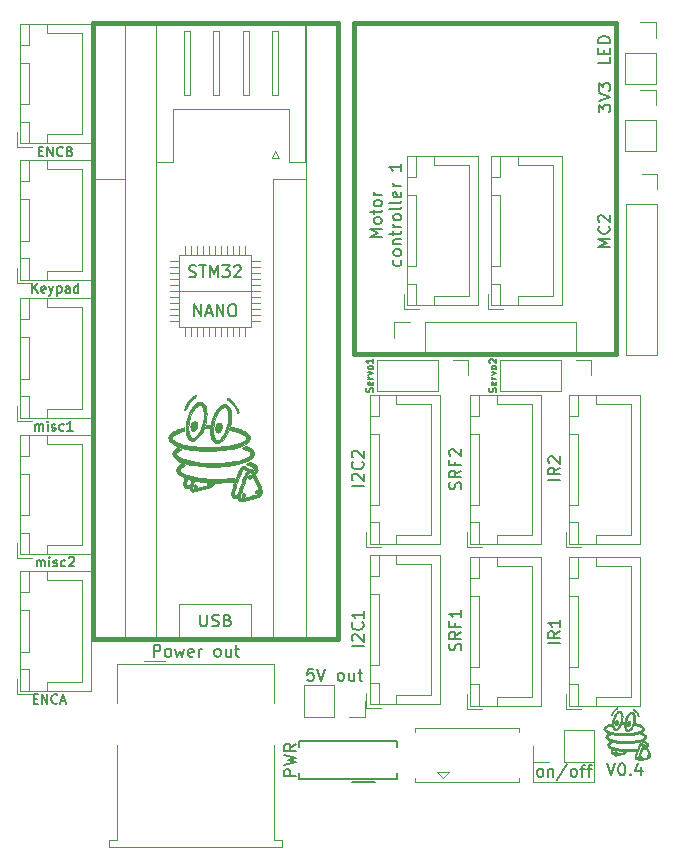
<source format=gbr>
G04 #@! TF.GenerationSoftware,KiCad,Pcbnew,5.1.10*
G04 #@! TF.CreationDate,2021-11-17T11:05:38+01:00*
G04 #@! TF.ProjectId,test_pcb,74657374-5f70-4636-922e-6b696361645f,rev?*
G04 #@! TF.SameCoordinates,Original*
G04 #@! TF.FileFunction,Legend,Top*
G04 #@! TF.FilePolarity,Positive*
%FSLAX46Y46*%
G04 Gerber Fmt 4.6, Leading zero omitted, Abs format (unit mm)*
G04 Created by KiCad (PCBNEW 5.1.10) date 2021-11-17 11:05:38*
%MOMM*%
%LPD*%
G01*
G04 APERTURE LIST*
%ADD10C,0.150000*%
%ADD11C,0.120000*%
%ADD12C,0.400000*%
%ADD13C,0.010000*%
G04 APERTURE END LIST*
D10*
X65056023Y-51967761D02*
X65198880Y-52015380D01*
X65436976Y-52015380D01*
X65532214Y-51967761D01*
X65579833Y-51920142D01*
X65627452Y-51824904D01*
X65627452Y-51729666D01*
X65579833Y-51634428D01*
X65532214Y-51586809D01*
X65436976Y-51539190D01*
X65246500Y-51491571D01*
X65151261Y-51443952D01*
X65103642Y-51396333D01*
X65056023Y-51301095D01*
X65056023Y-51205857D01*
X65103642Y-51110619D01*
X65151261Y-51063000D01*
X65246500Y-51015380D01*
X65484595Y-51015380D01*
X65627452Y-51063000D01*
X65913166Y-51015380D02*
X66484595Y-51015380D01*
X66198880Y-52015380D02*
X66198880Y-51015380D01*
X66817928Y-52015380D02*
X66817928Y-51015380D01*
X67151261Y-51729666D01*
X67484595Y-51015380D01*
X67484595Y-52015380D01*
X67865547Y-51015380D02*
X68484595Y-51015380D01*
X68151261Y-51396333D01*
X68294119Y-51396333D01*
X68389357Y-51443952D01*
X68436976Y-51491571D01*
X68484595Y-51586809D01*
X68484595Y-51824904D01*
X68436976Y-51920142D01*
X68389357Y-51967761D01*
X68294119Y-52015380D01*
X68008404Y-52015380D01*
X67913166Y-51967761D01*
X67865547Y-51920142D01*
X68865547Y-51110619D02*
X68913166Y-51063000D01*
X69008404Y-51015380D01*
X69246500Y-51015380D01*
X69341738Y-51063000D01*
X69389357Y-51110619D01*
X69436976Y-51205857D01*
X69436976Y-51301095D01*
X69389357Y-51443952D01*
X68817928Y-52015380D01*
X69436976Y-52015380D01*
X65484595Y-55315380D02*
X65484595Y-54315380D01*
X66056023Y-55315380D01*
X66056023Y-54315380D01*
X66484595Y-55029666D02*
X66960785Y-55029666D01*
X66389357Y-55315380D02*
X66722690Y-54315380D01*
X67056023Y-55315380D01*
X67389357Y-55315380D02*
X67389357Y-54315380D01*
X67960785Y-55315380D01*
X67960785Y-54315380D01*
X68627452Y-54315380D02*
X68817928Y-54315380D01*
X68913166Y-54363000D01*
X69008404Y-54458238D01*
X69056023Y-54648714D01*
X69056023Y-54982047D01*
X69008404Y-55172523D01*
X68913166Y-55267761D01*
X68817928Y-55315380D01*
X68627452Y-55315380D01*
X68532214Y-55267761D01*
X68436976Y-55172523D01*
X68389357Y-54982047D01*
X68389357Y-54648714D01*
X68436976Y-54458238D01*
X68532214Y-54363000D01*
X68627452Y-54315380D01*
X74112380Y-94233833D02*
X73112380Y-94233833D01*
X73112380Y-93852880D01*
X73160000Y-93757642D01*
X73207619Y-93710023D01*
X73302857Y-93662404D01*
X73445714Y-93662404D01*
X73540952Y-93710023D01*
X73588571Y-93757642D01*
X73636190Y-93852880D01*
X73636190Y-94233833D01*
X73112380Y-93329071D02*
X74112380Y-93090976D01*
X73398095Y-92900500D01*
X74112380Y-92710023D01*
X73112380Y-92471928D01*
X74112380Y-91519547D02*
X73636190Y-91852880D01*
X74112380Y-92090976D02*
X73112380Y-92090976D01*
X73112380Y-91710023D01*
X73160000Y-91614785D01*
X73207619Y-91567166D01*
X73302857Y-91519547D01*
X73445714Y-91519547D01*
X73540952Y-91567166D01*
X73588571Y-91614785D01*
X73636190Y-91710023D01*
X73636190Y-92090976D01*
X99731580Y-38017295D02*
X99731580Y-37398247D01*
X100112533Y-37731580D01*
X100112533Y-37588723D01*
X100160152Y-37493485D01*
X100207771Y-37445866D01*
X100303009Y-37398247D01*
X100541104Y-37398247D01*
X100636342Y-37445866D01*
X100683961Y-37493485D01*
X100731580Y-37588723D01*
X100731580Y-37874438D01*
X100683961Y-37969676D01*
X100636342Y-38017295D01*
X99731580Y-37112533D02*
X100731580Y-36779200D01*
X99731580Y-36445866D01*
X99731580Y-36207771D02*
X99731580Y-35588723D01*
X100112533Y-35922057D01*
X100112533Y-35779200D01*
X100160152Y-35683961D01*
X100207771Y-35636342D01*
X100303009Y-35588723D01*
X100541104Y-35588723D01*
X100636342Y-35636342D01*
X100683961Y-35683961D01*
X100731580Y-35779200D01*
X100731580Y-36064914D01*
X100683961Y-36160152D01*
X100636342Y-36207771D01*
X100680780Y-33408857D02*
X100680780Y-33885047D01*
X99680780Y-33885047D01*
X100156971Y-33075523D02*
X100156971Y-32742190D01*
X100680780Y-32599333D02*
X100680780Y-33075523D01*
X99680780Y-33075523D01*
X99680780Y-32599333D01*
X100680780Y-32170761D02*
X99680780Y-32170761D01*
X99680780Y-31932666D01*
X99728400Y-31789809D01*
X99823638Y-31694571D01*
X99918876Y-31646952D01*
X100109352Y-31599333D01*
X100252209Y-31599333D01*
X100442685Y-31646952D01*
X100537923Y-31694571D01*
X100633161Y-31789809D01*
X100680780Y-31932666D01*
X100680780Y-32170761D01*
D11*
X62293500Y-30543500D02*
X62293500Y-82740500D01*
X59626500Y-43942000D02*
X59626500Y-30543500D01*
X72199500Y-43688000D02*
X72199500Y-82677000D01*
X74930000Y-43688000D02*
X72199500Y-43688000D01*
X74930000Y-82677000D02*
X74930000Y-30480000D01*
X59626500Y-43942000D02*
X59626500Y-82677000D01*
X56896000Y-43688000D02*
X59626500Y-43688000D01*
X70294500Y-53213000D02*
X64198500Y-53213000D01*
D10*
X100457190Y-93178380D02*
X100790523Y-94178380D01*
X101123857Y-93178380D01*
X101647666Y-93178380D02*
X101742904Y-93178380D01*
X101838142Y-93226000D01*
X101885761Y-93273619D01*
X101933380Y-93368857D01*
X101981000Y-93559333D01*
X101981000Y-93797428D01*
X101933380Y-93987904D01*
X101885761Y-94083142D01*
X101838142Y-94130761D01*
X101742904Y-94178380D01*
X101647666Y-94178380D01*
X101552428Y-94130761D01*
X101504809Y-94083142D01*
X101457190Y-93987904D01*
X101409571Y-93797428D01*
X101409571Y-93559333D01*
X101457190Y-93368857D01*
X101504809Y-93273619D01*
X101552428Y-93226000D01*
X101647666Y-93178380D01*
X102409571Y-94083142D02*
X102457190Y-94130761D01*
X102409571Y-94178380D01*
X102361952Y-94130761D01*
X102409571Y-94083142D01*
X102409571Y-94178380D01*
X103314333Y-93511714D02*
X103314333Y-94178380D01*
X103076238Y-93130761D02*
X102838142Y-93845047D01*
X103457190Y-93845047D01*
D12*
X59055000Y-82677000D02*
X56896000Y-82677000D01*
D10*
X100680780Y-49417123D02*
X99680780Y-49417123D01*
X100395066Y-49083790D01*
X99680780Y-48750457D01*
X100680780Y-48750457D01*
X100585542Y-47702838D02*
X100633161Y-47750457D01*
X100680780Y-47893314D01*
X100680780Y-47988552D01*
X100633161Y-48131409D01*
X100537923Y-48226647D01*
X100442685Y-48274266D01*
X100252209Y-48321885D01*
X100109352Y-48321885D01*
X99918876Y-48274266D01*
X99823638Y-48226647D01*
X99728400Y-48131409D01*
X99680780Y-47988552D01*
X99680780Y-47893314D01*
X99728400Y-47750457D01*
X99776019Y-47702838D01*
X99776019Y-47321885D02*
X99728400Y-47274266D01*
X99680780Y-47179028D01*
X99680780Y-46940933D01*
X99728400Y-46845695D01*
X99776019Y-46798076D01*
X99871257Y-46750457D01*
X99966495Y-46750457D01*
X100109352Y-46798076D01*
X100680780Y-47369504D01*
X100680780Y-46750457D01*
D11*
X99374000Y-94742000D02*
X94174000Y-94742000D01*
X99374000Y-93024000D02*
X99374000Y-94742000D01*
X94174000Y-93024000D02*
X94174000Y-94742000D01*
D12*
X101200000Y-30500000D02*
X101200000Y-58500000D01*
X79000000Y-30500000D02*
X101200000Y-30500000D01*
D10*
X81364580Y-48569333D02*
X80364580Y-48569333D01*
X81078866Y-48236000D01*
X80364580Y-47902666D01*
X81364580Y-47902666D01*
X81364580Y-47283619D02*
X81316961Y-47378857D01*
X81269342Y-47426476D01*
X81174104Y-47474095D01*
X80888390Y-47474095D01*
X80793152Y-47426476D01*
X80745533Y-47378857D01*
X80697914Y-47283619D01*
X80697914Y-47140761D01*
X80745533Y-47045523D01*
X80793152Y-46997904D01*
X80888390Y-46950285D01*
X81174104Y-46950285D01*
X81269342Y-46997904D01*
X81316961Y-47045523D01*
X81364580Y-47140761D01*
X81364580Y-47283619D01*
X80697914Y-46664571D02*
X80697914Y-46283619D01*
X80364580Y-46521714D02*
X81221723Y-46521714D01*
X81316961Y-46474095D01*
X81364580Y-46378857D01*
X81364580Y-46283619D01*
X81364580Y-45807428D02*
X81316961Y-45902666D01*
X81269342Y-45950285D01*
X81174104Y-45997904D01*
X80888390Y-45997904D01*
X80793152Y-45950285D01*
X80745533Y-45902666D01*
X80697914Y-45807428D01*
X80697914Y-45664571D01*
X80745533Y-45569333D01*
X80793152Y-45521714D01*
X80888390Y-45474095D01*
X81174104Y-45474095D01*
X81269342Y-45521714D01*
X81316961Y-45569333D01*
X81364580Y-45664571D01*
X81364580Y-45807428D01*
X81364580Y-45045523D02*
X80697914Y-45045523D01*
X80888390Y-45045523D02*
X80793152Y-44997904D01*
X80745533Y-44950285D01*
X80697914Y-44855047D01*
X80697914Y-44759809D01*
X82966961Y-50569333D02*
X83014580Y-50664571D01*
X83014580Y-50855047D01*
X82966961Y-50950285D01*
X82919342Y-50997904D01*
X82824104Y-51045523D01*
X82538390Y-51045523D01*
X82443152Y-50997904D01*
X82395533Y-50950285D01*
X82347914Y-50855047D01*
X82347914Y-50664571D01*
X82395533Y-50569333D01*
X83014580Y-49997904D02*
X82966961Y-50093142D01*
X82919342Y-50140761D01*
X82824104Y-50188380D01*
X82538390Y-50188380D01*
X82443152Y-50140761D01*
X82395533Y-50093142D01*
X82347914Y-49997904D01*
X82347914Y-49855047D01*
X82395533Y-49759809D01*
X82443152Y-49712190D01*
X82538390Y-49664571D01*
X82824104Y-49664571D01*
X82919342Y-49712190D01*
X82966961Y-49759809D01*
X83014580Y-49855047D01*
X83014580Y-49997904D01*
X82347914Y-49236000D02*
X83014580Y-49236000D01*
X82443152Y-49236000D02*
X82395533Y-49188380D01*
X82347914Y-49093142D01*
X82347914Y-48950285D01*
X82395533Y-48855047D01*
X82490771Y-48807428D01*
X83014580Y-48807428D01*
X82347914Y-48474095D02*
X82347914Y-48093142D01*
X82014580Y-48331238D02*
X82871723Y-48331238D01*
X82966961Y-48283619D01*
X83014580Y-48188380D01*
X83014580Y-48093142D01*
X83014580Y-47759809D02*
X82347914Y-47759809D01*
X82538390Y-47759809D02*
X82443152Y-47712190D01*
X82395533Y-47664571D01*
X82347914Y-47569333D01*
X82347914Y-47474095D01*
X83014580Y-46997904D02*
X82966961Y-47093142D01*
X82919342Y-47140761D01*
X82824104Y-47188380D01*
X82538390Y-47188380D01*
X82443152Y-47140761D01*
X82395533Y-47093142D01*
X82347914Y-46997904D01*
X82347914Y-46855047D01*
X82395533Y-46759809D01*
X82443152Y-46712190D01*
X82538390Y-46664571D01*
X82824104Y-46664571D01*
X82919342Y-46712190D01*
X82966961Y-46759809D01*
X83014580Y-46855047D01*
X83014580Y-46997904D01*
X83014580Y-46093142D02*
X82966961Y-46188380D01*
X82871723Y-46236000D01*
X82014580Y-46236000D01*
X83014580Y-45569333D02*
X82966961Y-45664571D01*
X82871723Y-45712190D01*
X82014580Y-45712190D01*
X82966961Y-44807428D02*
X83014580Y-44902666D01*
X83014580Y-45093142D01*
X82966961Y-45188380D01*
X82871723Y-45236000D01*
X82490771Y-45236000D01*
X82395533Y-45188380D01*
X82347914Y-45093142D01*
X82347914Y-44902666D01*
X82395533Y-44807428D01*
X82490771Y-44759809D01*
X82586009Y-44759809D01*
X82681247Y-45236000D01*
X83014580Y-44331238D02*
X82347914Y-44331238D01*
X82538390Y-44331238D02*
X82443152Y-44283619D01*
X82395533Y-44236000D01*
X82347914Y-44140761D01*
X82347914Y-44045523D01*
X83014580Y-42426476D02*
X83014580Y-42997904D01*
X83014580Y-42712190D02*
X82014580Y-42712190D01*
X82157438Y-42807428D01*
X82252676Y-42902666D01*
X82300295Y-42997904D01*
D12*
X79000000Y-58500000D02*
X101200000Y-58500000D01*
X79000000Y-30500000D02*
X79000000Y-58500000D01*
D11*
X71628000Y-82550000D02*
X71628000Y-82677000D01*
X70307200Y-79654400D02*
X70307200Y-82702400D01*
X64211200Y-79654400D02*
X70307200Y-79654400D01*
X64211200Y-82702400D02*
X64211200Y-79654400D01*
X68262500Y-56261000D02*
X68262500Y-57023000D01*
X66230500Y-56261000D02*
X66230500Y-57023000D01*
X68770500Y-56261000D02*
X68770500Y-57023000D01*
X65214500Y-56261000D02*
X65214500Y-57023000D01*
X64706500Y-56261000D02*
X64706500Y-57023000D01*
X65722500Y-56261000D02*
X65722500Y-57023000D01*
X66738500Y-56261000D02*
X66738500Y-57023000D01*
X70294500Y-56261000D02*
X64198500Y-56261000D01*
X69786500Y-56261000D02*
X69786500Y-57023000D01*
X69278500Y-56261000D02*
X69278500Y-57023000D01*
X67246500Y-56261000D02*
X67246500Y-57023000D01*
X67754500Y-56261000D02*
X67754500Y-57023000D01*
X64198500Y-54229000D02*
X63436500Y-54229000D01*
X64198500Y-52197000D02*
X63436500Y-52197000D01*
X64198500Y-54737000D02*
X63436500Y-54737000D01*
X64198500Y-51181000D02*
X63436500Y-51181000D01*
X64198500Y-50673000D02*
X63436500Y-50673000D01*
X64198500Y-51689000D02*
X63436500Y-51689000D01*
X64198500Y-52705000D02*
X63436500Y-52705000D01*
X64198500Y-56261000D02*
X64198500Y-50165000D01*
X64198500Y-55753000D02*
X63436500Y-55753000D01*
X64198500Y-55245000D02*
X63436500Y-55245000D01*
X64198500Y-53213000D02*
X63436500Y-53213000D01*
X64198500Y-53721000D02*
X63436500Y-53721000D01*
X70294500Y-52197000D02*
X71056500Y-52197000D01*
X70294500Y-54229000D02*
X71056500Y-54229000D01*
X70294500Y-51689000D02*
X71056500Y-51689000D01*
X70294500Y-55245000D02*
X71056500Y-55245000D01*
X70294500Y-55753000D02*
X71056500Y-55753000D01*
X70294500Y-54737000D02*
X71056500Y-54737000D01*
X70294500Y-53721000D02*
X71056500Y-53721000D01*
X70294500Y-50165000D02*
X70294500Y-56261000D01*
X70294500Y-50673000D02*
X71056500Y-50673000D01*
X70294500Y-51181000D02*
X71056500Y-51181000D01*
X70294500Y-53213000D02*
X71056500Y-53213000D01*
X70294500Y-52705000D02*
X71056500Y-52705000D01*
X64198500Y-50165000D02*
X70294500Y-50165000D01*
X69786500Y-50165000D02*
X69786500Y-49403000D01*
X69278500Y-50165000D02*
X69278500Y-49403000D01*
X68770500Y-50165000D02*
X68770500Y-49403000D01*
X68262500Y-50165000D02*
X68262500Y-49403000D01*
X67754500Y-50165000D02*
X67754500Y-49403000D01*
X67246500Y-50165000D02*
X67246500Y-49403000D01*
X66738500Y-50165000D02*
X66738500Y-49403000D01*
X66230500Y-50165000D02*
X66230500Y-49403000D01*
X65722500Y-50165000D02*
X65722500Y-49403000D01*
X65214500Y-50165000D02*
X65214500Y-49403000D01*
X64706500Y-50165000D02*
X64706500Y-49403000D01*
D12*
X56896000Y-82550000D02*
X56896000Y-30500000D01*
X77660500Y-82677000D02*
X59055000Y-82677000D01*
X77660500Y-30480000D02*
X77660500Y-82677000D01*
X56896000Y-30480000D02*
X77660500Y-30480000D01*
D10*
X65997295Y-80579980D02*
X65997295Y-81389504D01*
X66044914Y-81484742D01*
X66092533Y-81532361D01*
X66187771Y-81579980D01*
X66378247Y-81579980D01*
X66473485Y-81532361D01*
X66521104Y-81484742D01*
X66568723Y-81389504D01*
X66568723Y-80579980D01*
X66997295Y-81532361D02*
X67140152Y-81579980D01*
X67378247Y-81579980D01*
X67473485Y-81532361D01*
X67521104Y-81484742D01*
X67568723Y-81389504D01*
X67568723Y-81294266D01*
X67521104Y-81199028D01*
X67473485Y-81151409D01*
X67378247Y-81103790D01*
X67187771Y-81056171D01*
X67092533Y-81008552D01*
X67044914Y-80960933D01*
X66997295Y-80865695D01*
X66997295Y-80770457D01*
X67044914Y-80675219D01*
X67092533Y-80627600D01*
X67187771Y-80579980D01*
X67425866Y-80579980D01*
X67568723Y-80627600D01*
X68330628Y-81056171D02*
X68473485Y-81103790D01*
X68521104Y-81151409D01*
X68568723Y-81246647D01*
X68568723Y-81389504D01*
X68521104Y-81484742D01*
X68473485Y-81532361D01*
X68378247Y-81579980D01*
X67997295Y-81579980D01*
X67997295Y-80579980D01*
X68330628Y-80579980D01*
X68425866Y-80627600D01*
X68473485Y-80675219D01*
X68521104Y-80770457D01*
X68521104Y-80865695D01*
X68473485Y-80960933D01*
X68425866Y-81008552D01*
X68330628Y-81056171D01*
X67997295Y-81056171D01*
G04 #@! TO.C,J13*
X82669500Y-93996000D02*
X82669500Y-94471000D01*
X82669500Y-94471000D02*
X74369500Y-94471000D01*
X74369500Y-94471000D02*
X74369500Y-93996000D01*
X82669500Y-91746000D02*
X82669500Y-91271000D01*
X82669500Y-91271000D02*
X74369500Y-91271000D01*
X74369500Y-91271000D02*
X74369500Y-91746000D01*
X80819500Y-94771000D02*
X78819500Y-94771000D01*
D11*
G04 #@! TO.C,J8*
X85031580Y-58480000D02*
X85031580Y-55820000D01*
X85031580Y-58480000D02*
X97791580Y-58480000D01*
X97791580Y-58480000D02*
X97791580Y-55820000D01*
X85031580Y-55820000D02*
X97791580Y-55820000D01*
X82431580Y-55820000D02*
X83761580Y-55820000D01*
X82431580Y-57150000D02*
X82431580Y-55820000D01*
G04 #@! TO.C,J1*
X72039200Y-41927200D02*
X72339200Y-41327200D01*
X72639200Y-41927200D02*
X72039200Y-41927200D01*
X72339200Y-41327200D02*
X72639200Y-41927200D01*
X64589200Y-36627200D02*
X65089200Y-36627200D01*
X64589200Y-31127200D02*
X64589200Y-36627200D01*
X65089200Y-31127200D02*
X64589200Y-31127200D01*
X65089200Y-36627200D02*
X65089200Y-31127200D01*
X67089200Y-36627200D02*
X67589200Y-36627200D01*
X67089200Y-31127200D02*
X67089200Y-36627200D01*
X67589200Y-31127200D02*
X67089200Y-31127200D01*
X67589200Y-36627200D02*
X67589200Y-31127200D01*
X69589200Y-36627200D02*
X70089200Y-36627200D01*
X69589200Y-31127200D02*
X69589200Y-36627200D01*
X70089200Y-31127200D02*
X69589200Y-31127200D01*
X70089200Y-36627200D02*
X70089200Y-31127200D01*
X72089200Y-36627200D02*
X72589200Y-36627200D01*
X72089200Y-31127200D02*
X72089200Y-36627200D01*
X72589200Y-31127200D02*
X72089200Y-31127200D01*
X72589200Y-36627200D02*
X72589200Y-31127200D01*
X63699200Y-37737200D02*
X68589200Y-37737200D01*
X63699200Y-42237200D02*
X63699200Y-37737200D01*
X62279200Y-42237200D02*
X63699200Y-42237200D01*
X62279200Y-30517200D02*
X62279200Y-42237200D01*
X68589200Y-30517200D02*
X62279200Y-30517200D01*
X73479200Y-37737200D02*
X68589200Y-37737200D01*
X73479200Y-42237200D02*
X73479200Y-37737200D01*
X74899200Y-42237200D02*
X73479200Y-42237200D01*
X74899200Y-30517200D02*
X74899200Y-42237200D01*
X68589200Y-30517200D02*
X74899200Y-30517200D01*
G04 #@! TO.C,J3*
X101921000Y-33020000D02*
X104581000Y-33020000D01*
X101921000Y-33020000D02*
X101921000Y-35620000D01*
X101921000Y-35620000D02*
X104581000Y-35620000D01*
X104581000Y-33020000D02*
X104581000Y-35620000D01*
X104581000Y-30420000D02*
X104581000Y-31750000D01*
X103251000Y-30420000D02*
X104581000Y-30420000D01*
D13*
G04 #@! TO.C,G\u002A\u002A\u002A*
G36*
X101300627Y-89552930D02*
G01*
X101332004Y-89589057D01*
X101352291Y-89642414D01*
X101358700Y-89703779D01*
X101351239Y-89772349D01*
X101330798Y-89834705D01*
X101300292Y-89887839D01*
X101262633Y-89928747D01*
X101220735Y-89954422D01*
X101177512Y-89961857D01*
X101135876Y-89948046D01*
X101127643Y-89942193D01*
X101092362Y-89899295D01*
X101073250Y-89842772D01*
X101069709Y-89778082D01*
X101081142Y-89710681D01*
X101106951Y-89646023D01*
X101146538Y-89589565D01*
X101168617Y-89568347D01*
X101216068Y-89540533D01*
X101261026Y-89536075D01*
X101300627Y-89552930D01*
G37*
X101300627Y-89552930D02*
X101332004Y-89589057D01*
X101352291Y-89642414D01*
X101358700Y-89703779D01*
X101351239Y-89772349D01*
X101330798Y-89834705D01*
X101300292Y-89887839D01*
X101262633Y-89928747D01*
X101220735Y-89954422D01*
X101177512Y-89961857D01*
X101135876Y-89948046D01*
X101127643Y-89942193D01*
X101092362Y-89899295D01*
X101073250Y-89842772D01*
X101069709Y-89778082D01*
X101081142Y-89710681D01*
X101106951Y-89646023D01*
X101146538Y-89589565D01*
X101168617Y-89568347D01*
X101216068Y-89540533D01*
X101261026Y-89536075D01*
X101300627Y-89552930D01*
G36*
X102344788Y-89619543D02*
G01*
X102377507Y-89659060D01*
X102382125Y-89668964D01*
X102397983Y-89737297D01*
X102394426Y-89812199D01*
X102373113Y-89886063D01*
X102335703Y-89951281D01*
X102315534Y-89974318D01*
X102268214Y-90008008D01*
X102219097Y-90018171D01*
X102171636Y-90004263D01*
X102162597Y-89998510D01*
X102132134Y-89962706D01*
X102114984Y-89911423D01*
X102110501Y-89850403D01*
X102118039Y-89785386D01*
X102136952Y-89722114D01*
X102166595Y-89666329D01*
X102204608Y-89625100D01*
X102252466Y-89601112D01*
X102301150Y-89599744D01*
X102344788Y-89619543D01*
G37*
X102344788Y-89619543D02*
X102377507Y-89659060D01*
X102382125Y-89668964D01*
X102397983Y-89737297D01*
X102394426Y-89812199D01*
X102373113Y-89886063D01*
X102335703Y-89951281D01*
X102315534Y-89974318D01*
X102268214Y-90008008D01*
X102219097Y-90018171D01*
X102171636Y-90004263D01*
X102162597Y-89998510D01*
X102132134Y-89962706D01*
X102114984Y-89911423D01*
X102110501Y-89850403D01*
X102118039Y-89785386D01*
X102136952Y-89722114D01*
X102166595Y-89666329D01*
X102204608Y-89625100D01*
X102252466Y-89601112D01*
X102301150Y-89599744D01*
X102344788Y-89619543D01*
G36*
X101315721Y-92225346D02*
G01*
X101320105Y-92229794D01*
X101342546Y-92264559D01*
X101341128Y-92298992D01*
X101326229Y-92326174D01*
X101300232Y-92345935D01*
X101264372Y-92354698D01*
X101229577Y-92351306D01*
X101209409Y-92338525D01*
X101188929Y-92297515D01*
X101193824Y-92257245D01*
X101206999Y-92235745D01*
X101241368Y-92208103D01*
X101279127Y-92204557D01*
X101315721Y-92225346D01*
G37*
X101315721Y-92225346D02*
X101320105Y-92229794D01*
X101342546Y-92264559D01*
X101341128Y-92298992D01*
X101326229Y-92326174D01*
X101300232Y-92345935D01*
X101264372Y-92354698D01*
X101229577Y-92351306D01*
X101209409Y-92338525D01*
X101188929Y-92297515D01*
X101193824Y-92257245D01*
X101206999Y-92235745D01*
X101241368Y-92208103D01*
X101279127Y-92204557D01*
X101315721Y-92225346D01*
G36*
X103618018Y-91830916D02*
G01*
X103645348Y-91856480D01*
X103654859Y-91891411D01*
X103643739Y-91929430D01*
X103631505Y-91945605D01*
X103595390Y-91969539D01*
X103557526Y-91969106D01*
X103522467Y-91944547D01*
X103518399Y-91939654D01*
X103499634Y-91899897D01*
X103503194Y-91863029D01*
X103526249Y-91834918D01*
X103565967Y-91821427D01*
X103575684Y-91821000D01*
X103618018Y-91830916D01*
G37*
X103618018Y-91830916D02*
X103645348Y-91856480D01*
X103654859Y-91891411D01*
X103643739Y-91929430D01*
X103631505Y-91945605D01*
X103595390Y-91969539D01*
X103557526Y-91969106D01*
X103522467Y-91944547D01*
X103518399Y-91939654D01*
X103499634Y-91899897D01*
X103503194Y-91863029D01*
X103526249Y-91834918D01*
X103565967Y-91821427D01*
X103575684Y-91821000D01*
X103618018Y-91830916D01*
G36*
X103914055Y-92468889D02*
G01*
X103928818Y-92485157D01*
X103945727Y-92511349D01*
X103947211Y-92531082D01*
X103936539Y-92553677D01*
X103905473Y-92588032D01*
X103866279Y-92599743D01*
X103838271Y-92594419D01*
X103811406Y-92575019D01*
X103794791Y-92551254D01*
X103787003Y-92524620D01*
X103794510Y-92500710D01*
X103805789Y-92484208D01*
X103839803Y-92455313D01*
X103877564Y-92450219D01*
X103914055Y-92468889D01*
G37*
X103914055Y-92468889D02*
X103928818Y-92485157D01*
X103945727Y-92511349D01*
X103947211Y-92531082D01*
X103936539Y-92553677D01*
X103905473Y-92588032D01*
X103866279Y-92599743D01*
X103838271Y-92594419D01*
X103811406Y-92575019D01*
X103794791Y-92551254D01*
X103787003Y-92524620D01*
X103794510Y-92500710D01*
X103805789Y-92484208D01*
X103839803Y-92455313D01*
X103877564Y-92450219D01*
X103914055Y-92468889D01*
G36*
X103331272Y-92592015D02*
G01*
X103350882Y-92605089D01*
X103380533Y-92639120D01*
X103387596Y-92677000D01*
X103371470Y-92713254D01*
X103363635Y-92721525D01*
X103328857Y-92744357D01*
X103294759Y-92743546D01*
X103265831Y-92727843D01*
X103243056Y-92698433D01*
X103238379Y-92661168D01*
X103250766Y-92624901D01*
X103279186Y-92598487D01*
X103281032Y-92597573D01*
X103309213Y-92587331D01*
X103331272Y-92592015D01*
G37*
X103331272Y-92592015D02*
X103350882Y-92605089D01*
X103380533Y-92639120D01*
X103387596Y-92677000D01*
X103371470Y-92713254D01*
X103363635Y-92721525D01*
X103328857Y-92744357D01*
X103294759Y-92743546D01*
X103265831Y-92727843D01*
X103243056Y-92698433D01*
X103238379Y-92661168D01*
X103250766Y-92624901D01*
X103279186Y-92598487D01*
X103281032Y-92597573D01*
X103309213Y-92587331D01*
X103331272Y-92592015D01*
G36*
X101295306Y-88440285D02*
G01*
X101305401Y-88463576D01*
X101300853Y-88485238D01*
X101279023Y-88510576D01*
X101247258Y-88535951D01*
X101211510Y-88565088D01*
X101165756Y-88606462D01*
X101117084Y-88653525D01*
X101089253Y-88681953D01*
X101025376Y-88756084D01*
X100970546Y-88836862D01*
X100920841Y-88930748D01*
X100877894Y-89030175D01*
X100858660Y-89058545D01*
X100835024Y-89063028D01*
X100812981Y-89046509D01*
X100805126Y-89029219D01*
X100807367Y-89003064D01*
X100817936Y-88967134D01*
X100864501Y-88859874D01*
X100931523Y-88750496D01*
X101015113Y-88644123D01*
X101111383Y-88545877D01*
X101184153Y-88484746D01*
X101235347Y-88449759D01*
X101272134Y-88434985D01*
X101295306Y-88440285D01*
G37*
X101295306Y-88440285D02*
X101305401Y-88463576D01*
X101300853Y-88485238D01*
X101279023Y-88510576D01*
X101247258Y-88535951D01*
X101211510Y-88565088D01*
X101165756Y-88606462D01*
X101117084Y-88653525D01*
X101089253Y-88681953D01*
X101025376Y-88756084D01*
X100970546Y-88836862D01*
X100920841Y-88930748D01*
X100877894Y-89030175D01*
X100858660Y-89058545D01*
X100835024Y-89063028D01*
X100812981Y-89046509D01*
X100805126Y-89029219D01*
X100807367Y-89003064D01*
X100817936Y-88967134D01*
X100864501Y-88859874D01*
X100931523Y-88750496D01*
X101015113Y-88644123D01*
X101111383Y-88545877D01*
X101184153Y-88484746D01*
X101235347Y-88449759D01*
X101272134Y-88434985D01*
X101295306Y-88440285D01*
G36*
X102675295Y-88564431D02*
G01*
X102725718Y-88599299D01*
X102735119Y-88606682D01*
X102862325Y-88721258D01*
X102965934Y-88844016D01*
X103046706Y-88975933D01*
X103081672Y-89052749D01*
X103101406Y-89108175D01*
X103107484Y-89145238D01*
X103099770Y-89167074D01*
X103078131Y-89176820D01*
X103076368Y-89177092D01*
X103052055Y-89173013D01*
X103035172Y-89148892D01*
X103033700Y-89145342D01*
X102985560Y-89035385D01*
X102935783Y-88943964D01*
X102880285Y-88864331D01*
X102824378Y-88799610D01*
X102777426Y-88751692D01*
X102728902Y-88705470D01*
X102685873Y-88667536D01*
X102665148Y-88651137D01*
X102626941Y-88619891D01*
X102608448Y-88595649D01*
X102605798Y-88577876D01*
X102616377Y-88553952D01*
X102639195Y-88549393D01*
X102675295Y-88564431D01*
G37*
X102675295Y-88564431D02*
X102725718Y-88599299D01*
X102735119Y-88606682D01*
X102862325Y-88721258D01*
X102965934Y-88844016D01*
X103046706Y-88975933D01*
X103081672Y-89052749D01*
X103101406Y-89108175D01*
X103107484Y-89145238D01*
X103099770Y-89167074D01*
X103078131Y-89176820D01*
X103076368Y-89177092D01*
X103052055Y-89173013D01*
X103035172Y-89148892D01*
X103033700Y-89145342D01*
X102985560Y-89035385D01*
X102935783Y-88943964D01*
X102880285Y-88864331D01*
X102824378Y-88799610D01*
X102777426Y-88751692D01*
X102728902Y-88705470D01*
X102685873Y-88667536D01*
X102665148Y-88651137D01*
X102626941Y-88619891D01*
X102608448Y-88595649D01*
X102605798Y-88577876D01*
X102616377Y-88553952D01*
X102639195Y-88549393D01*
X102675295Y-88564431D01*
G36*
X101874851Y-89735025D02*
G01*
X101869488Y-89774822D01*
X101866882Y-89808541D01*
X101866839Y-89811225D01*
X101865004Y-89826180D01*
X101856006Y-89834742D01*
X101834330Y-89838681D01*
X101794460Y-89839766D01*
X101777800Y-89839800D01*
X101733980Y-89838809D01*
X101702228Y-89836204D01*
X101688969Y-89832530D01*
X101688900Y-89832229D01*
X101692182Y-89816792D01*
X101700647Y-89784921D01*
X101708851Y-89756029D01*
X101728802Y-89687400D01*
X101882723Y-89687400D01*
X101874851Y-89735025D01*
G37*
X101874851Y-89735025D02*
X101869488Y-89774822D01*
X101866882Y-89808541D01*
X101866839Y-89811225D01*
X101865004Y-89826180D01*
X101856006Y-89834742D01*
X101834330Y-89838681D01*
X101794460Y-89839766D01*
X101777800Y-89839800D01*
X101733980Y-89838809D01*
X101702228Y-89836204D01*
X101688969Y-89832530D01*
X101688900Y-89832229D01*
X101692182Y-89816792D01*
X101700647Y-89784921D01*
X101708851Y-89756029D01*
X101728802Y-89687400D01*
X101882723Y-89687400D01*
X101874851Y-89735025D01*
G36*
X101532500Y-88732763D02*
G01*
X101594138Y-88762418D01*
X101646765Y-88809159D01*
X101687630Y-88870350D01*
X101717572Y-88948286D01*
X101737433Y-89045264D01*
X101748050Y-89163577D01*
X101748988Y-89185750D01*
X101743571Y-89381222D01*
X101713605Y-89576166D01*
X101659800Y-89767358D01*
X101582863Y-89951572D01*
X101579182Y-89959015D01*
X101543880Y-90028083D01*
X101513783Y-90081151D01*
X101483924Y-90125495D01*
X101449335Y-90168389D01*
X101405046Y-90217106D01*
X101397288Y-90225335D01*
X101322051Y-90293447D01*
X101246800Y-90339471D01*
X101173367Y-90362672D01*
X101103583Y-90362317D01*
X101074693Y-90354576D01*
X101009589Y-90319925D01*
X100956692Y-90265969D01*
X100914969Y-90191271D01*
X100883392Y-90094395D01*
X100881013Y-90084545D01*
X100869806Y-90012442D01*
X100864685Y-89922476D01*
X100865363Y-89821374D01*
X100867487Y-89785165D01*
X100982607Y-89785165D01*
X100983018Y-89911235D01*
X100989075Y-89970748D01*
X101008978Y-90070172D01*
X101037222Y-90147931D01*
X101073156Y-90203435D01*
X101116126Y-90236090D01*
X101165482Y-90245306D01*
X101220570Y-90230488D01*
X101253973Y-90211275D01*
X101322698Y-90151786D01*
X101389124Y-90068658D01*
X101451911Y-89963633D01*
X101466443Y-89935050D01*
X101543544Y-89753487D01*
X101595948Y-89570742D01*
X101624311Y-89384072D01*
X101630211Y-89249250D01*
X101626818Y-89142267D01*
X101615629Y-89055289D01*
X101595701Y-88983859D01*
X101566085Y-88923521D01*
X101558587Y-88911902D01*
X101518248Y-88866349D01*
X101473994Y-88844650D01*
X101424945Y-88846894D01*
X101370219Y-88873168D01*
X101308936Y-88923560D01*
X101294154Y-88938231D01*
X101225796Y-89022120D01*
X101163047Y-89126303D01*
X101107311Y-89246024D01*
X101059994Y-89376526D01*
X101022501Y-89513055D01*
X100996237Y-89650853D01*
X100982607Y-89785165D01*
X100867487Y-89785165D01*
X100871555Y-89715860D01*
X100882974Y-89612661D01*
X100899335Y-89518502D01*
X100906375Y-89488131D01*
X100947922Y-89345670D01*
X100997638Y-89214402D01*
X101054216Y-89095704D01*
X101116346Y-88990959D01*
X101182722Y-88901546D01*
X101252035Y-88828845D01*
X101322977Y-88774235D01*
X101394241Y-88739099D01*
X101464518Y-88724814D01*
X101532500Y-88732763D01*
G37*
X101532500Y-88732763D02*
X101594138Y-88762418D01*
X101646765Y-88809159D01*
X101687630Y-88870350D01*
X101717572Y-88948286D01*
X101737433Y-89045264D01*
X101748050Y-89163577D01*
X101748988Y-89185750D01*
X101743571Y-89381222D01*
X101713605Y-89576166D01*
X101659800Y-89767358D01*
X101582863Y-89951572D01*
X101579182Y-89959015D01*
X101543880Y-90028083D01*
X101513783Y-90081151D01*
X101483924Y-90125495D01*
X101449335Y-90168389D01*
X101405046Y-90217106D01*
X101397288Y-90225335D01*
X101322051Y-90293447D01*
X101246800Y-90339471D01*
X101173367Y-90362672D01*
X101103583Y-90362317D01*
X101074693Y-90354576D01*
X101009589Y-90319925D01*
X100956692Y-90265969D01*
X100914969Y-90191271D01*
X100883392Y-90094395D01*
X100881013Y-90084545D01*
X100869806Y-90012442D01*
X100864685Y-89922476D01*
X100865363Y-89821374D01*
X100867487Y-89785165D01*
X100982607Y-89785165D01*
X100983018Y-89911235D01*
X100989075Y-89970748D01*
X101008978Y-90070172D01*
X101037222Y-90147931D01*
X101073156Y-90203435D01*
X101116126Y-90236090D01*
X101165482Y-90245306D01*
X101220570Y-90230488D01*
X101253973Y-90211275D01*
X101322698Y-90151786D01*
X101389124Y-90068658D01*
X101451911Y-89963633D01*
X101466443Y-89935050D01*
X101543544Y-89753487D01*
X101595948Y-89570742D01*
X101624311Y-89384072D01*
X101630211Y-89249250D01*
X101626818Y-89142267D01*
X101615629Y-89055289D01*
X101595701Y-88983859D01*
X101566085Y-88923521D01*
X101558587Y-88911902D01*
X101518248Y-88866349D01*
X101473994Y-88844650D01*
X101424945Y-88846894D01*
X101370219Y-88873168D01*
X101308936Y-88923560D01*
X101294154Y-88938231D01*
X101225796Y-89022120D01*
X101163047Y-89126303D01*
X101107311Y-89246024D01*
X101059994Y-89376526D01*
X101022501Y-89513055D01*
X100996237Y-89650853D01*
X100982607Y-89785165D01*
X100867487Y-89785165D01*
X100871555Y-89715860D01*
X100882974Y-89612661D01*
X100899335Y-89518502D01*
X100906375Y-89488131D01*
X100947922Y-89345670D01*
X100997638Y-89214402D01*
X101054216Y-89095704D01*
X101116346Y-88990959D01*
X101182722Y-88901546D01*
X101252035Y-88828845D01*
X101322977Y-88774235D01*
X101394241Y-88739099D01*
X101464518Y-88724814D01*
X101532500Y-88732763D01*
G36*
X102551909Y-88818341D02*
G01*
X102611918Y-88841874D01*
X102668132Y-88885227D01*
X102717086Y-88945707D01*
X102755312Y-89020620D01*
X102756150Y-89022784D01*
X102773321Y-89085463D01*
X102785326Y-89166968D01*
X102791956Y-89261216D01*
X102793005Y-89362121D01*
X102788263Y-89463598D01*
X102777522Y-89559564D01*
X102775044Y-89575139D01*
X102743556Y-89723945D01*
X102700658Y-89866037D01*
X102647856Y-89998854D01*
X102586656Y-90119835D01*
X102518564Y-90226420D01*
X102445086Y-90316047D01*
X102367728Y-90386155D01*
X102287996Y-90434183D01*
X102264235Y-90443762D01*
X102200692Y-90458855D01*
X102139342Y-90454941D01*
X102112860Y-90448328D01*
X102068225Y-90424461D01*
X102022921Y-90381405D01*
X101981650Y-90324792D01*
X101949116Y-90260259D01*
X101943566Y-90245469D01*
X101929600Y-90198722D01*
X101919755Y-90147135D01*
X101913072Y-90083960D01*
X101908589Y-90002444D01*
X101908436Y-89998550D01*
X101909443Y-89942661D01*
X102025980Y-89942661D01*
X102031677Y-90049602D01*
X102047299Y-90144054D01*
X102072548Y-90223144D01*
X102107128Y-90283999D01*
X102148419Y-90322343D01*
X102187147Y-90339409D01*
X102225604Y-90339373D01*
X102270308Y-90321390D01*
X102301582Y-90302457D01*
X102360003Y-90252621D01*
X102418531Y-90181088D01*
X102475309Y-90091487D01*
X102528477Y-89987445D01*
X102576179Y-89872590D01*
X102616556Y-89750549D01*
X102647191Y-89627658D01*
X102666020Y-89511878D01*
X102674810Y-89397775D01*
X102673984Y-89288903D01*
X102663964Y-89188815D01*
X102645175Y-89101065D01*
X102618039Y-89029207D01*
X102582980Y-88976795D01*
X102568072Y-88963033D01*
X102522085Y-88941078D01*
X102471528Y-88942033D01*
X102417838Y-88964129D01*
X102362448Y-89005596D01*
X102306794Y-89064665D01*
X102252310Y-89139565D01*
X102200431Y-89228528D01*
X102152592Y-89329783D01*
X102110227Y-89441560D01*
X102074772Y-89562091D01*
X102071393Y-89575651D01*
X102045541Y-89702812D01*
X102030502Y-89826107D01*
X102025980Y-89942661D01*
X101909443Y-89942661D01*
X101911738Y-89815437D01*
X101936703Y-89637319D01*
X101984151Y-89460559D01*
X102054900Y-89281521D01*
X102083224Y-89221876D01*
X102152565Y-89097708D01*
X102227261Y-88994538D01*
X102306264Y-88913406D01*
X102388523Y-88855350D01*
X102472989Y-88821411D01*
X102491576Y-88817320D01*
X102551909Y-88818341D01*
G37*
X102551909Y-88818341D02*
X102611918Y-88841874D01*
X102668132Y-88885227D01*
X102717086Y-88945707D01*
X102755312Y-89020620D01*
X102756150Y-89022784D01*
X102773321Y-89085463D01*
X102785326Y-89166968D01*
X102791956Y-89261216D01*
X102793005Y-89362121D01*
X102788263Y-89463598D01*
X102777522Y-89559564D01*
X102775044Y-89575139D01*
X102743556Y-89723945D01*
X102700658Y-89866037D01*
X102647856Y-89998854D01*
X102586656Y-90119835D01*
X102518564Y-90226420D01*
X102445086Y-90316047D01*
X102367728Y-90386155D01*
X102287996Y-90434183D01*
X102264235Y-90443762D01*
X102200692Y-90458855D01*
X102139342Y-90454941D01*
X102112860Y-90448328D01*
X102068225Y-90424461D01*
X102022921Y-90381405D01*
X101981650Y-90324792D01*
X101949116Y-90260259D01*
X101943566Y-90245469D01*
X101929600Y-90198722D01*
X101919755Y-90147135D01*
X101913072Y-90083960D01*
X101908589Y-90002444D01*
X101908436Y-89998550D01*
X101909443Y-89942661D01*
X102025980Y-89942661D01*
X102031677Y-90049602D01*
X102047299Y-90144054D01*
X102072548Y-90223144D01*
X102107128Y-90283999D01*
X102148419Y-90322343D01*
X102187147Y-90339409D01*
X102225604Y-90339373D01*
X102270308Y-90321390D01*
X102301582Y-90302457D01*
X102360003Y-90252621D01*
X102418531Y-90181088D01*
X102475309Y-90091487D01*
X102528477Y-89987445D01*
X102576179Y-89872590D01*
X102616556Y-89750549D01*
X102647191Y-89627658D01*
X102666020Y-89511878D01*
X102674810Y-89397775D01*
X102673984Y-89288903D01*
X102663964Y-89188815D01*
X102645175Y-89101065D01*
X102618039Y-89029207D01*
X102582980Y-88976795D01*
X102568072Y-88963033D01*
X102522085Y-88941078D01*
X102471528Y-88942033D01*
X102417838Y-88964129D01*
X102362448Y-89005596D01*
X102306794Y-89064665D01*
X102252310Y-89139565D01*
X102200431Y-89228528D01*
X102152592Y-89329783D01*
X102110227Y-89441560D01*
X102074772Y-89562091D01*
X102071393Y-89575651D01*
X102045541Y-89702812D01*
X102030502Y-89826107D01*
X102025980Y-89942661D01*
X101909443Y-89942661D01*
X101911738Y-89815437D01*
X101936703Y-89637319D01*
X101984151Y-89460559D01*
X102054900Y-89281521D01*
X102083224Y-89221876D01*
X102152565Y-89097708D01*
X102227261Y-88994538D01*
X102306264Y-88913406D01*
X102388523Y-88855350D01*
X102472989Y-88821411D01*
X102491576Y-88817320D01*
X102551909Y-88818341D01*
G36*
X102830392Y-89778776D02*
G01*
X102880846Y-89789786D01*
X102941723Y-89804939D01*
X103008439Y-89823010D01*
X103076414Y-89842776D01*
X103141066Y-89863013D01*
X103197812Y-89882498D01*
X103227561Y-89893884D01*
X103345357Y-89948772D01*
X103439753Y-90008256D01*
X103510417Y-90071883D01*
X103557015Y-90139203D01*
X103579216Y-90209763D01*
X103576686Y-90283111D01*
X103557343Y-90341941D01*
X103515315Y-90405748D01*
X103449706Y-90466166D01*
X103362160Y-90522768D01*
X103254323Y-90575129D01*
X103127840Y-90622822D01*
X102984356Y-90665421D01*
X102825517Y-90702499D01*
X102652966Y-90733631D01*
X102468351Y-90758389D01*
X102273315Y-90776347D01*
X102069504Y-90787079D01*
X101858563Y-90790158D01*
X101828600Y-90789955D01*
X101751361Y-90789036D01*
X101678762Y-90787822D01*
X101616385Y-90786433D01*
X101569809Y-90784988D01*
X101549200Y-90783980D01*
X101312306Y-90763655D01*
X101094513Y-90736267D01*
X100896638Y-90702032D01*
X100719498Y-90661165D01*
X100563912Y-90613881D01*
X100430697Y-90560394D01*
X100320671Y-90500921D01*
X100238470Y-90439163D01*
X100181092Y-90374040D01*
X100148172Y-90305792D01*
X100139204Y-90235997D01*
X100153681Y-90166227D01*
X100191101Y-90098059D01*
X100250959Y-90033066D01*
X100332749Y-89972825D01*
X100399850Y-89935766D01*
X100460782Y-89908307D01*
X100533694Y-89879390D01*
X100610658Y-89851797D01*
X100683750Y-89828313D01*
X100745045Y-89811719D01*
X100764975Y-89807545D01*
X100812600Y-89798873D01*
X100812600Y-89875585D01*
X100812599Y-89952297D01*
X100739575Y-89972333D01*
X100628884Y-90006668D01*
X100529917Y-90045210D01*
X100445017Y-90086552D01*
X100376526Y-90129286D01*
X100326788Y-90172007D01*
X100298145Y-90213307D01*
X100291900Y-90241120D01*
X100304215Y-90282303D01*
X100339882Y-90324991D01*
X100396979Y-90368148D01*
X100473583Y-90410739D01*
X100567773Y-90451727D01*
X100677628Y-90490077D01*
X100801226Y-90524751D01*
X100831650Y-90532157D01*
X101017339Y-90570183D01*
X101214201Y-90599565D01*
X101419277Y-90620469D01*
X101629614Y-90633059D01*
X101842256Y-90637502D01*
X102054246Y-90633963D01*
X102262631Y-90622606D01*
X102464453Y-90603598D01*
X102656758Y-90577103D01*
X102836590Y-90543286D01*
X103000993Y-90502314D01*
X103147012Y-90454351D01*
X103271692Y-90399563D01*
X103280022Y-90395225D01*
X103338566Y-90358640D01*
X103385590Y-90318080D01*
X103417023Y-90277763D01*
X103428792Y-90241904D01*
X103428800Y-90241120D01*
X103416469Y-90199623D01*
X103380729Y-90156722D01*
X103323455Y-90113421D01*
X103246523Y-90070724D01*
X103151808Y-90029636D01*
X103041185Y-89991161D01*
X102916532Y-89956303D01*
X102880660Y-89947629D01*
X102732570Y-89912964D01*
X102751638Y-89847807D01*
X102763835Y-89809627D01*
X102774502Y-89782155D01*
X102779078Y-89774080D01*
X102794942Y-89773133D01*
X102830392Y-89778776D01*
G37*
X102830392Y-89778776D02*
X102880846Y-89789786D01*
X102941723Y-89804939D01*
X103008439Y-89823010D01*
X103076414Y-89842776D01*
X103141066Y-89863013D01*
X103197812Y-89882498D01*
X103227561Y-89893884D01*
X103345357Y-89948772D01*
X103439753Y-90008256D01*
X103510417Y-90071883D01*
X103557015Y-90139203D01*
X103579216Y-90209763D01*
X103576686Y-90283111D01*
X103557343Y-90341941D01*
X103515315Y-90405748D01*
X103449706Y-90466166D01*
X103362160Y-90522768D01*
X103254323Y-90575129D01*
X103127840Y-90622822D01*
X102984356Y-90665421D01*
X102825517Y-90702499D01*
X102652966Y-90733631D01*
X102468351Y-90758389D01*
X102273315Y-90776347D01*
X102069504Y-90787079D01*
X101858563Y-90790158D01*
X101828600Y-90789955D01*
X101751361Y-90789036D01*
X101678762Y-90787822D01*
X101616385Y-90786433D01*
X101569809Y-90784988D01*
X101549200Y-90783980D01*
X101312306Y-90763655D01*
X101094513Y-90736267D01*
X100896638Y-90702032D01*
X100719498Y-90661165D01*
X100563912Y-90613881D01*
X100430697Y-90560394D01*
X100320671Y-90500921D01*
X100238470Y-90439163D01*
X100181092Y-90374040D01*
X100148172Y-90305792D01*
X100139204Y-90235997D01*
X100153681Y-90166227D01*
X100191101Y-90098059D01*
X100250959Y-90033066D01*
X100332749Y-89972825D01*
X100399850Y-89935766D01*
X100460782Y-89908307D01*
X100533694Y-89879390D01*
X100610658Y-89851797D01*
X100683750Y-89828313D01*
X100745045Y-89811719D01*
X100764975Y-89807545D01*
X100812600Y-89798873D01*
X100812600Y-89875585D01*
X100812599Y-89952297D01*
X100739575Y-89972333D01*
X100628884Y-90006668D01*
X100529917Y-90045210D01*
X100445017Y-90086552D01*
X100376526Y-90129286D01*
X100326788Y-90172007D01*
X100298145Y-90213307D01*
X100291900Y-90241120D01*
X100304215Y-90282303D01*
X100339882Y-90324991D01*
X100396979Y-90368148D01*
X100473583Y-90410739D01*
X100567773Y-90451727D01*
X100677628Y-90490077D01*
X100801226Y-90524751D01*
X100831650Y-90532157D01*
X101017339Y-90570183D01*
X101214201Y-90599565D01*
X101419277Y-90620469D01*
X101629614Y-90633059D01*
X101842256Y-90637502D01*
X102054246Y-90633963D01*
X102262631Y-90622606D01*
X102464453Y-90603598D01*
X102656758Y-90577103D01*
X102836590Y-90543286D01*
X103000993Y-90502314D01*
X103147012Y-90454351D01*
X103271692Y-90399563D01*
X103280022Y-90395225D01*
X103338566Y-90358640D01*
X103385590Y-90318080D01*
X103417023Y-90277763D01*
X103428792Y-90241904D01*
X103428800Y-90241120D01*
X103416469Y-90199623D01*
X103380729Y-90156722D01*
X103323455Y-90113421D01*
X103246523Y-90070724D01*
X103151808Y-90029636D01*
X103041185Y-89991161D01*
X102916532Y-89956303D01*
X102880660Y-89947629D01*
X102732570Y-89912964D01*
X102751638Y-89847807D01*
X102763835Y-89809627D01*
X102774502Y-89782155D01*
X102779078Y-89774080D01*
X102794942Y-89773133D01*
X102830392Y-89778776D01*
G36*
X103502646Y-90613435D02*
G01*
X103600814Y-90671955D01*
X103674869Y-90735117D01*
X103724685Y-90801748D01*
X103750133Y-90870677D01*
X103751084Y-90940729D01*
X103727412Y-91010732D01*
X103678988Y-91079514D01*
X103605684Y-91145902D01*
X103563984Y-91175047D01*
X103461599Y-91231162D01*
X103336734Y-91282082D01*
X103191842Y-91327453D01*
X103029378Y-91366921D01*
X102851797Y-91400131D01*
X102661551Y-91426730D01*
X102461095Y-91446362D01*
X102252883Y-91458674D01*
X102039370Y-91463311D01*
X101823009Y-91459918D01*
X101650800Y-91451270D01*
X101458944Y-91434383D01*
X101272081Y-91409745D01*
X101093646Y-91378125D01*
X100927075Y-91340293D01*
X100775803Y-91297018D01*
X100643265Y-91249070D01*
X100544823Y-91203603D01*
X100463430Y-91152385D01*
X100396643Y-91093266D01*
X100346769Y-91029435D01*
X100316117Y-90964084D01*
X100306995Y-90900403D01*
X100309461Y-90878317D01*
X100329896Y-90820606D01*
X100366869Y-90760897D01*
X100414084Y-90708320D01*
X100442322Y-90685623D01*
X100495603Y-90648796D01*
X100590601Y-90678916D01*
X100635205Y-90693945D01*
X100668572Y-90706878D01*
X100684873Y-90715405D01*
X100685600Y-90716565D01*
X100675234Y-90726102D01*
X100649282Y-90740909D01*
X100637975Y-90746427D01*
X100567226Y-90785254D01*
X100512610Y-90826896D01*
X100476466Y-90868874D01*
X100461135Y-90908706D01*
X100463237Y-90931646D01*
X100482645Y-90962748D01*
X100520287Y-90999448D01*
X100570934Y-91037616D01*
X100629356Y-91073127D01*
X100665321Y-91091145D01*
X100804337Y-91146001D01*
X100964810Y-91193435D01*
X101143820Y-91233159D01*
X101338448Y-91264887D01*
X101545772Y-91288331D01*
X101762874Y-91303204D01*
X101986832Y-91309220D01*
X102214728Y-91306090D01*
X102443641Y-91293530D01*
X102590030Y-91280335D01*
X102757180Y-91259436D01*
X102914769Y-91232978D01*
X103060883Y-91201619D01*
X103193608Y-91166017D01*
X103311033Y-91126832D01*
X103411244Y-91084722D01*
X103492328Y-91040345D01*
X103552373Y-90994360D01*
X103589464Y-90947426D01*
X103595460Y-90934246D01*
X103597009Y-90895818D01*
X103575957Y-90853383D01*
X103538337Y-90814047D01*
X103508032Y-90793247D01*
X103462041Y-90766914D01*
X103408214Y-90739061D01*
X103354402Y-90713703D01*
X103308454Y-90694854D01*
X103298625Y-90691469D01*
X103268609Y-90679762D01*
X103252439Y-90669597D01*
X103251508Y-90667490D01*
X103262452Y-90658522D01*
X103290989Y-90642467D01*
X103331455Y-90622453D01*
X103341230Y-90617907D01*
X103430443Y-90576864D01*
X103502646Y-90613435D01*
G37*
X103502646Y-90613435D02*
X103600814Y-90671955D01*
X103674869Y-90735117D01*
X103724685Y-90801748D01*
X103750133Y-90870677D01*
X103751084Y-90940729D01*
X103727412Y-91010732D01*
X103678988Y-91079514D01*
X103605684Y-91145902D01*
X103563984Y-91175047D01*
X103461599Y-91231162D01*
X103336734Y-91282082D01*
X103191842Y-91327453D01*
X103029378Y-91366921D01*
X102851797Y-91400131D01*
X102661551Y-91426730D01*
X102461095Y-91446362D01*
X102252883Y-91458674D01*
X102039370Y-91463311D01*
X101823009Y-91459918D01*
X101650800Y-91451270D01*
X101458944Y-91434383D01*
X101272081Y-91409745D01*
X101093646Y-91378125D01*
X100927075Y-91340293D01*
X100775803Y-91297018D01*
X100643265Y-91249070D01*
X100544823Y-91203603D01*
X100463430Y-91152385D01*
X100396643Y-91093266D01*
X100346769Y-91029435D01*
X100316117Y-90964084D01*
X100306995Y-90900403D01*
X100309461Y-90878317D01*
X100329896Y-90820606D01*
X100366869Y-90760897D01*
X100414084Y-90708320D01*
X100442322Y-90685623D01*
X100495603Y-90648796D01*
X100590601Y-90678916D01*
X100635205Y-90693945D01*
X100668572Y-90706878D01*
X100684873Y-90715405D01*
X100685600Y-90716565D01*
X100675234Y-90726102D01*
X100649282Y-90740909D01*
X100637975Y-90746427D01*
X100567226Y-90785254D01*
X100512610Y-90826896D01*
X100476466Y-90868874D01*
X100461135Y-90908706D01*
X100463237Y-90931646D01*
X100482645Y-90962748D01*
X100520287Y-90999448D01*
X100570934Y-91037616D01*
X100629356Y-91073127D01*
X100665321Y-91091145D01*
X100804337Y-91146001D01*
X100964810Y-91193435D01*
X101143820Y-91233159D01*
X101338448Y-91264887D01*
X101545772Y-91288331D01*
X101762874Y-91303204D01*
X101986832Y-91309220D01*
X102214728Y-91306090D01*
X102443641Y-91293530D01*
X102590030Y-91280335D01*
X102757180Y-91259436D01*
X102914769Y-91232978D01*
X103060883Y-91201619D01*
X103193608Y-91166017D01*
X103311033Y-91126832D01*
X103411244Y-91084722D01*
X103492328Y-91040345D01*
X103552373Y-90994360D01*
X103589464Y-90947426D01*
X103595460Y-90934246D01*
X103597009Y-90895818D01*
X103575957Y-90853383D01*
X103538337Y-90814047D01*
X103508032Y-90793247D01*
X103462041Y-90766914D01*
X103408214Y-90739061D01*
X103354402Y-90713703D01*
X103308454Y-90694854D01*
X103298625Y-90691469D01*
X103268609Y-90679762D01*
X103252439Y-90669597D01*
X103251508Y-90667490D01*
X103262452Y-90658522D01*
X103290989Y-90642467D01*
X103331455Y-90622453D01*
X103341230Y-90617907D01*
X103430443Y-90576864D01*
X103502646Y-90613435D01*
G36*
X103665937Y-91290174D02*
G01*
X103757757Y-91345395D01*
X103829487Y-91407157D01*
X103879655Y-91473685D01*
X103906788Y-91543205D01*
X103911400Y-91586050D01*
X103906842Y-91621161D01*
X103895192Y-91662013D01*
X103879483Y-91701170D01*
X103862748Y-91731194D01*
X103848019Y-91744650D01*
X103846648Y-91744800D01*
X103835872Y-91734133D01*
X103818703Y-91706125D01*
X103798798Y-91666761D01*
X103798177Y-91665425D01*
X103777150Y-91619248D01*
X103758756Y-91577456D01*
X103747986Y-91551604D01*
X103723293Y-91515767D01*
X103677643Y-91476610D01*
X103614784Y-91436714D01*
X103538464Y-91398663D01*
X103506304Y-91385060D01*
X103399659Y-91342067D01*
X103493604Y-91296264D01*
X103587550Y-91250460D01*
X103665937Y-91290174D01*
G37*
X103665937Y-91290174D02*
X103757757Y-91345395D01*
X103829487Y-91407157D01*
X103879655Y-91473685D01*
X103906788Y-91543205D01*
X103911400Y-91586050D01*
X103906842Y-91621161D01*
X103895192Y-91662013D01*
X103879483Y-91701170D01*
X103862748Y-91731194D01*
X103848019Y-91744650D01*
X103846648Y-91744800D01*
X103835872Y-91734133D01*
X103818703Y-91706125D01*
X103798798Y-91666761D01*
X103798177Y-91665425D01*
X103777150Y-91619248D01*
X103758756Y-91577456D01*
X103747986Y-91551604D01*
X103723293Y-91515767D01*
X103677643Y-91476610D01*
X103614784Y-91436714D01*
X103538464Y-91398663D01*
X103506304Y-91385060D01*
X103399659Y-91342067D01*
X103493604Y-91296264D01*
X103587550Y-91250460D01*
X103665937Y-91290174D01*
G36*
X100671413Y-91329408D02*
G01*
X100705192Y-91338925D01*
X100745745Y-91351839D01*
X100785917Y-91365740D01*
X100818557Y-91378215D01*
X100836509Y-91386854D01*
X100838000Y-91388546D01*
X100827758Y-91397899D01*
X100801437Y-91414397D01*
X100778092Y-91427321D01*
X100720677Y-91462919D01*
X100672801Y-91502496D01*
X100638740Y-91541770D01*
X100622767Y-91576457D01*
X100622099Y-91583641D01*
X100634466Y-91626215D01*
X100670533Y-91670419D01*
X100728751Y-91715129D01*
X100807569Y-91759219D01*
X100905439Y-91801563D01*
X100939600Y-91814229D01*
X101086541Y-91859435D01*
X101254217Y-91898112D01*
X101438741Y-91929986D01*
X101636231Y-91954783D01*
X101842803Y-91972230D01*
X102054571Y-91982053D01*
X102267652Y-91983978D01*
X102478163Y-91977732D01*
X102682218Y-91963041D01*
X102823704Y-91946982D01*
X102871049Y-91941381D01*
X102907676Y-91938348D01*
X102927192Y-91938373D01*
X102928660Y-91938927D01*
X102927386Y-91952588D01*
X102918944Y-91983147D01*
X102906347Y-92020600D01*
X102878832Y-92097071D01*
X102731541Y-92112229D01*
X102670244Y-92117521D01*
X102590857Y-92122873D01*
X102500683Y-92127873D01*
X102407028Y-92132113D01*
X102327657Y-92134885D01*
X102071065Y-92142384D01*
X102062809Y-92179969D01*
X102038590Y-92234275D01*
X101993396Y-92282789D01*
X101931578Y-92321653D01*
X101881217Y-92340912D01*
X101842080Y-92351901D01*
X101786374Y-92366789D01*
X101717949Y-92384615D01*
X101640655Y-92404421D01*
X101558343Y-92425247D01*
X101474861Y-92446133D01*
X101394060Y-92466120D01*
X101319789Y-92484248D01*
X101255898Y-92499559D01*
X101206238Y-92511091D01*
X101174658Y-92517887D01*
X101165415Y-92519312D01*
X101142484Y-92513750D01*
X101117781Y-92503252D01*
X101089980Y-92482163D01*
X101061860Y-92450639D01*
X101057456Y-92444411D01*
X101035512Y-92396731D01*
X101028458Y-92338784D01*
X101029129Y-92332786D01*
X101142800Y-92332786D01*
X101149428Y-92373297D01*
X101167350Y-92396730D01*
X101193002Y-92399372D01*
X101210166Y-92394780D01*
X101248515Y-92384847D01*
X101304610Y-92370455D01*
X101375008Y-92352484D01*
X101456270Y-92331815D01*
X101542850Y-92309860D01*
X101631934Y-92287061D01*
X101713958Y-92265611D01*
X101785375Y-92246474D01*
X101842637Y-92230614D01*
X101882198Y-92218994D01*
X101900222Y-92212729D01*
X101925723Y-92193077D01*
X101942001Y-92168072D01*
X101945593Y-92145408D01*
X101935794Y-92133617D01*
X101917543Y-92139321D01*
X101899234Y-92170332D01*
X101899101Y-92170649D01*
X101879352Y-92203292D01*
X101851556Y-92216310D01*
X101815900Y-92215058D01*
X101785620Y-92201362D01*
X101761244Y-92175325D01*
X101752400Y-92149473D01*
X101750971Y-92138281D01*
X101744206Y-92129776D01*
X101728388Y-92123017D01*
X101699799Y-92117064D01*
X101654720Y-92110978D01*
X101589435Y-92103817D01*
X101559642Y-92100731D01*
X101490694Y-92092798D01*
X101419085Y-92083181D01*
X101355992Y-92073434D01*
X101331042Y-92068979D01*
X101284967Y-92061521D01*
X101248905Y-92058214D01*
X101229758Y-92059643D01*
X101228794Y-92060281D01*
X101217965Y-92079449D01*
X101203108Y-92116521D01*
X101186351Y-92164757D01*
X101169819Y-92217417D01*
X101155641Y-92267762D01*
X101145941Y-92309053D01*
X101142800Y-92332786D01*
X101029129Y-92332786D01*
X101036428Y-92267584D01*
X101059557Y-92180146D01*
X101070965Y-92145994D01*
X101113431Y-92024110D01*
X101061440Y-92010834D01*
X101019238Y-91999475D01*
X100981526Y-91988409D01*
X100975821Y-91986591D01*
X100957038Y-91982082D01*
X100944060Y-91986772D01*
X100932469Y-92005327D01*
X100917849Y-92042415D01*
X100914604Y-92051286D01*
X100889745Y-92130526D01*
X100879380Y-92191534D01*
X100883433Y-92233610D01*
X100901829Y-92256057D01*
X100934493Y-92258177D01*
X100936933Y-92257636D01*
X100966380Y-92251099D01*
X100982868Y-92247996D01*
X100990211Y-92258337D01*
X100995290Y-92286224D01*
X100996290Y-92301672D01*
X100995532Y-92337549D01*
X100987408Y-92356929D01*
X100968005Y-92368479D01*
X100965721Y-92369373D01*
X100918528Y-92376801D01*
X100867427Y-92369021D01*
X100825239Y-92348168D01*
X100821972Y-92345417D01*
X100783395Y-92294869D01*
X100765410Y-92230085D01*
X100767993Y-92150827D01*
X100791121Y-92056855D01*
X100793550Y-92049600D01*
X100808618Y-92004265D01*
X100819816Y-91968614D01*
X100825123Y-91949128D01*
X100825300Y-91947706D01*
X100814722Y-91938533D01*
X100786590Y-91921648D01*
X100746301Y-91900216D01*
X100732330Y-91893214D01*
X100634080Y-91836097D01*
X100558244Y-91773700D01*
X100505222Y-91707363D01*
X100475411Y-91638425D01*
X100469210Y-91568223D01*
X100487019Y-91498099D01*
X100529236Y-91429391D01*
X100578907Y-91378046D01*
X100612103Y-91350565D01*
X100638781Y-91331609D01*
X100651562Y-91325700D01*
X100671413Y-91329408D01*
G37*
X100671413Y-91329408D02*
X100705192Y-91338925D01*
X100745745Y-91351839D01*
X100785917Y-91365740D01*
X100818557Y-91378215D01*
X100836509Y-91386854D01*
X100838000Y-91388546D01*
X100827758Y-91397899D01*
X100801437Y-91414397D01*
X100778092Y-91427321D01*
X100720677Y-91462919D01*
X100672801Y-91502496D01*
X100638740Y-91541770D01*
X100622767Y-91576457D01*
X100622099Y-91583641D01*
X100634466Y-91626215D01*
X100670533Y-91670419D01*
X100728751Y-91715129D01*
X100807569Y-91759219D01*
X100905439Y-91801563D01*
X100939600Y-91814229D01*
X101086541Y-91859435D01*
X101254217Y-91898112D01*
X101438741Y-91929986D01*
X101636231Y-91954783D01*
X101842803Y-91972230D01*
X102054571Y-91982053D01*
X102267652Y-91983978D01*
X102478163Y-91977732D01*
X102682218Y-91963041D01*
X102823704Y-91946982D01*
X102871049Y-91941381D01*
X102907676Y-91938348D01*
X102927192Y-91938373D01*
X102928660Y-91938927D01*
X102927386Y-91952588D01*
X102918944Y-91983147D01*
X102906347Y-92020600D01*
X102878832Y-92097071D01*
X102731541Y-92112229D01*
X102670244Y-92117521D01*
X102590857Y-92122873D01*
X102500683Y-92127873D01*
X102407028Y-92132113D01*
X102327657Y-92134885D01*
X102071065Y-92142384D01*
X102062809Y-92179969D01*
X102038590Y-92234275D01*
X101993396Y-92282789D01*
X101931578Y-92321653D01*
X101881217Y-92340912D01*
X101842080Y-92351901D01*
X101786374Y-92366789D01*
X101717949Y-92384615D01*
X101640655Y-92404421D01*
X101558343Y-92425247D01*
X101474861Y-92446133D01*
X101394060Y-92466120D01*
X101319789Y-92484248D01*
X101255898Y-92499559D01*
X101206238Y-92511091D01*
X101174658Y-92517887D01*
X101165415Y-92519312D01*
X101142484Y-92513750D01*
X101117781Y-92503252D01*
X101089980Y-92482163D01*
X101061860Y-92450639D01*
X101057456Y-92444411D01*
X101035512Y-92396731D01*
X101028458Y-92338784D01*
X101029129Y-92332786D01*
X101142800Y-92332786D01*
X101149428Y-92373297D01*
X101167350Y-92396730D01*
X101193002Y-92399372D01*
X101210166Y-92394780D01*
X101248515Y-92384847D01*
X101304610Y-92370455D01*
X101375008Y-92352484D01*
X101456270Y-92331815D01*
X101542850Y-92309860D01*
X101631934Y-92287061D01*
X101713958Y-92265611D01*
X101785375Y-92246474D01*
X101842637Y-92230614D01*
X101882198Y-92218994D01*
X101900222Y-92212729D01*
X101925723Y-92193077D01*
X101942001Y-92168072D01*
X101945593Y-92145408D01*
X101935794Y-92133617D01*
X101917543Y-92139321D01*
X101899234Y-92170332D01*
X101899101Y-92170649D01*
X101879352Y-92203292D01*
X101851556Y-92216310D01*
X101815900Y-92215058D01*
X101785620Y-92201362D01*
X101761244Y-92175325D01*
X101752400Y-92149473D01*
X101750971Y-92138281D01*
X101744206Y-92129776D01*
X101728388Y-92123017D01*
X101699799Y-92117064D01*
X101654720Y-92110978D01*
X101589435Y-92103817D01*
X101559642Y-92100731D01*
X101490694Y-92092798D01*
X101419085Y-92083181D01*
X101355992Y-92073434D01*
X101331042Y-92068979D01*
X101284967Y-92061521D01*
X101248905Y-92058214D01*
X101229758Y-92059643D01*
X101228794Y-92060281D01*
X101217965Y-92079449D01*
X101203108Y-92116521D01*
X101186351Y-92164757D01*
X101169819Y-92217417D01*
X101155641Y-92267762D01*
X101145941Y-92309053D01*
X101142800Y-92332786D01*
X101029129Y-92332786D01*
X101036428Y-92267584D01*
X101059557Y-92180146D01*
X101070965Y-92145994D01*
X101113431Y-92024110D01*
X101061440Y-92010834D01*
X101019238Y-91999475D01*
X100981526Y-91988409D01*
X100975821Y-91986591D01*
X100957038Y-91982082D01*
X100944060Y-91986772D01*
X100932469Y-92005327D01*
X100917849Y-92042415D01*
X100914604Y-92051286D01*
X100889745Y-92130526D01*
X100879380Y-92191534D01*
X100883433Y-92233610D01*
X100901829Y-92256057D01*
X100934493Y-92258177D01*
X100936933Y-92257636D01*
X100966380Y-92251099D01*
X100982868Y-92247996D01*
X100990211Y-92258337D01*
X100995290Y-92286224D01*
X100996290Y-92301672D01*
X100995532Y-92337549D01*
X100987408Y-92356929D01*
X100968005Y-92368479D01*
X100965721Y-92369373D01*
X100918528Y-92376801D01*
X100867427Y-92369021D01*
X100825239Y-92348168D01*
X100821972Y-92345417D01*
X100783395Y-92294869D01*
X100765410Y-92230085D01*
X100767993Y-92150827D01*
X100791121Y-92056855D01*
X100793550Y-92049600D01*
X100808618Y-92004265D01*
X100819816Y-91968614D01*
X100825123Y-91949128D01*
X100825300Y-91947706D01*
X100814722Y-91938533D01*
X100786590Y-91921648D01*
X100746301Y-91900216D01*
X100732330Y-91893214D01*
X100634080Y-91836097D01*
X100558244Y-91773700D01*
X100505222Y-91707363D01*
X100475411Y-91638425D01*
X100469210Y-91568223D01*
X100487019Y-91498099D01*
X100529236Y-91429391D01*
X100578907Y-91378046D01*
X100612103Y-91350565D01*
X100638781Y-91331609D01*
X100651562Y-91325700D01*
X100671413Y-91329408D01*
G36*
X103391508Y-91445541D02*
G01*
X103427746Y-91469175D01*
X103461070Y-91497939D01*
X103484603Y-91526001D01*
X103491762Y-91545198D01*
X103481563Y-91561221D01*
X103456787Y-91582249D01*
X103447411Y-91588574D01*
X103419205Y-91605603D01*
X103404325Y-91609198D01*
X103394848Y-91599841D01*
X103390507Y-91592040D01*
X103363683Y-91560946D01*
X103330172Y-91548156D01*
X103302683Y-91553827D01*
X103287712Y-91563849D01*
X103272920Y-91578902D01*
X103257339Y-91601166D01*
X103240002Y-91632819D01*
X103219939Y-91676039D01*
X103196184Y-91733005D01*
X103167770Y-91805895D01*
X103133728Y-91896888D01*
X103093090Y-92008162D01*
X103059383Y-92101564D01*
X103014856Y-92226035D01*
X102978652Y-92328918D01*
X102950087Y-92412376D01*
X102928480Y-92478570D01*
X102913148Y-92529664D01*
X102903409Y-92567820D01*
X102898581Y-92595199D01*
X102897928Y-92613293D01*
X102901750Y-92665550D01*
X102955725Y-92663145D01*
X103009700Y-92660741D01*
X103009700Y-92715761D01*
X103005767Y-92756645D01*
X102993239Y-92776685D01*
X102989611Y-92778491D01*
X102949138Y-92785896D01*
X102901676Y-92783777D01*
X102860164Y-92773236D01*
X102847353Y-92766379D01*
X102808571Y-92723897D01*
X102786465Y-92663012D01*
X102781100Y-92603020D01*
X102782393Y-92581114D01*
X102786782Y-92553992D01*
X102795026Y-92519234D01*
X102807886Y-92474418D01*
X102826121Y-92417125D01*
X102850492Y-92344932D01*
X102881760Y-92255419D01*
X102920685Y-92146165D01*
X102951354Y-92060918D01*
X102993209Y-91946126D01*
X103032645Y-91840361D01*
X103068663Y-91746156D01*
X103100266Y-91666046D01*
X103126455Y-91602563D01*
X103146233Y-91558241D01*
X103157813Y-91536702D01*
X103201068Y-91489550D01*
X103254268Y-91454121D01*
X103310188Y-91434143D01*
X103359235Y-91432865D01*
X103391508Y-91445541D01*
G37*
X103391508Y-91445541D02*
X103427746Y-91469175D01*
X103461070Y-91497939D01*
X103484603Y-91526001D01*
X103491762Y-91545198D01*
X103481563Y-91561221D01*
X103456787Y-91582249D01*
X103447411Y-91588574D01*
X103419205Y-91605603D01*
X103404325Y-91609198D01*
X103394848Y-91599841D01*
X103390507Y-91592040D01*
X103363683Y-91560946D01*
X103330172Y-91548156D01*
X103302683Y-91553827D01*
X103287712Y-91563849D01*
X103272920Y-91578902D01*
X103257339Y-91601166D01*
X103240002Y-91632819D01*
X103219939Y-91676039D01*
X103196184Y-91733005D01*
X103167770Y-91805895D01*
X103133728Y-91896888D01*
X103093090Y-92008162D01*
X103059383Y-92101564D01*
X103014856Y-92226035D01*
X102978652Y-92328918D01*
X102950087Y-92412376D01*
X102928480Y-92478570D01*
X102913148Y-92529664D01*
X102903409Y-92567820D01*
X102898581Y-92595199D01*
X102897928Y-92613293D01*
X102901750Y-92665550D01*
X102955725Y-92663145D01*
X103009700Y-92660741D01*
X103009700Y-92715761D01*
X103005767Y-92756645D01*
X102993239Y-92776685D01*
X102989611Y-92778491D01*
X102949138Y-92785896D01*
X102901676Y-92783777D01*
X102860164Y-92773236D01*
X102847353Y-92766379D01*
X102808571Y-92723897D01*
X102786465Y-92663012D01*
X102781100Y-92603020D01*
X102782393Y-92581114D01*
X102786782Y-92553992D01*
X102795026Y-92519234D01*
X102807886Y-92474418D01*
X102826121Y-92417125D01*
X102850492Y-92344932D01*
X102881760Y-92255419D01*
X102920685Y-92146165D01*
X102951354Y-92060918D01*
X102993209Y-91946126D01*
X103032645Y-91840361D01*
X103068663Y-91746156D01*
X103100266Y-91666046D01*
X103126455Y-91602563D01*
X103146233Y-91558241D01*
X103157813Y-91536702D01*
X103201068Y-91489550D01*
X103254268Y-91454121D01*
X103310188Y-91434143D01*
X103359235Y-91432865D01*
X103391508Y-91445541D01*
G36*
X103642899Y-91580011D02*
G01*
X103697398Y-91614600D01*
X103718309Y-91635839D01*
X103732165Y-91657270D01*
X103754581Y-91698803D01*
X103783996Y-91757240D01*
X103818852Y-91829386D01*
X103857589Y-91912045D01*
X103898648Y-92002021D01*
X103917379Y-92043849D01*
X103968262Y-92158976D01*
X104009101Y-92253868D01*
X104040659Y-92331278D01*
X104063699Y-92393955D01*
X104078983Y-92444652D01*
X104087276Y-92486121D01*
X104089338Y-92521113D01*
X104085934Y-92552380D01*
X104077827Y-92582673D01*
X104071592Y-92600039D01*
X104048180Y-92644933D01*
X104016512Y-92687245D01*
X104009165Y-92694862D01*
X103995419Y-92706907D01*
X103978861Y-92717887D01*
X103956597Y-92728757D01*
X103925731Y-92740471D01*
X103883370Y-92753984D01*
X103826618Y-92770250D01*
X103752582Y-92790223D01*
X103658366Y-92814858D01*
X103597632Y-92830551D01*
X103502493Y-92854699D01*
X103413418Y-92876597D01*
X103333899Y-92895443D01*
X103267431Y-92910432D01*
X103217509Y-92920761D01*
X103187626Y-92925626D01*
X103183184Y-92925900D01*
X103130536Y-92913426D01*
X103099814Y-92893222D01*
X103064019Y-92847921D01*
X103042679Y-92788513D01*
X103039897Y-92745379D01*
X103158067Y-92745379D01*
X103163591Y-92782668D01*
X103177442Y-92806476D01*
X103190360Y-92811495D01*
X103206591Y-92808429D01*
X103243989Y-92799845D01*
X103299129Y-92786577D01*
X103368587Y-92769460D01*
X103448938Y-92749329D01*
X103530400Y-92728643D01*
X103640509Y-92700489D01*
X103728630Y-92677764D01*
X103797374Y-92659569D01*
X103849354Y-92645010D01*
X103887181Y-92633190D01*
X103913466Y-92623213D01*
X103930823Y-92614182D01*
X103941862Y-92605201D01*
X103949195Y-92595374D01*
X103955434Y-92583805D01*
X103956070Y-92582572D01*
X103965892Y-92560793D01*
X103971725Y-92538402D01*
X103972790Y-92512766D01*
X103968312Y-92481256D01*
X103957512Y-92441238D01*
X103939615Y-92390081D01*
X103913842Y-92325154D01*
X103879417Y-92243826D01*
X103835562Y-92143464D01*
X103807970Y-92081068D01*
X103758191Y-91969200D01*
X103717212Y-91878795D01*
X103683719Y-91808019D01*
X103656395Y-91755036D01*
X103633927Y-91718012D01*
X103614998Y-91695110D01*
X103598294Y-91684497D01*
X103582500Y-91684336D01*
X103566300Y-91692794D01*
X103548380Y-91708033D01*
X103543782Y-91712395D01*
X103515851Y-91746458D01*
X103489436Y-91790119D01*
X103481611Y-91806618D01*
X103468399Y-91839494D01*
X103448725Y-91891183D01*
X103423837Y-91958180D01*
X103394987Y-92036980D01*
X103363423Y-92124078D01*
X103330395Y-92215969D01*
X103297153Y-92309148D01*
X103264947Y-92400110D01*
X103235025Y-92485349D01*
X103208639Y-92561362D01*
X103187036Y-92624642D01*
X103171468Y-92671684D01*
X103163184Y-92698985D01*
X103162587Y-92701421D01*
X103158067Y-92745379D01*
X103039897Y-92745379D01*
X103038479Y-92723401D01*
X103040405Y-92707319D01*
X103046436Y-92684614D01*
X103060111Y-92641398D01*
X103080250Y-92580974D01*
X103105673Y-92506649D01*
X103135199Y-92421727D01*
X103167646Y-92329514D01*
X103201833Y-92233316D01*
X103236581Y-92136437D01*
X103270708Y-92042182D01*
X103303034Y-91953857D01*
X103332377Y-91874768D01*
X103357556Y-91808219D01*
X103377392Y-91757515D01*
X103390703Y-91725963D01*
X103391921Y-91723382D01*
X103417787Y-91681766D01*
X103452682Y-91639612D01*
X103466884Y-91625675D01*
X103525918Y-91585479D01*
X103585164Y-91570281D01*
X103642899Y-91580011D01*
G37*
X103642899Y-91580011D02*
X103697398Y-91614600D01*
X103718309Y-91635839D01*
X103732165Y-91657270D01*
X103754581Y-91698803D01*
X103783996Y-91757240D01*
X103818852Y-91829386D01*
X103857589Y-91912045D01*
X103898648Y-92002021D01*
X103917379Y-92043849D01*
X103968262Y-92158976D01*
X104009101Y-92253868D01*
X104040659Y-92331278D01*
X104063699Y-92393955D01*
X104078983Y-92444652D01*
X104087276Y-92486121D01*
X104089338Y-92521113D01*
X104085934Y-92552380D01*
X104077827Y-92582673D01*
X104071592Y-92600039D01*
X104048180Y-92644933D01*
X104016512Y-92687245D01*
X104009165Y-92694862D01*
X103995419Y-92706907D01*
X103978861Y-92717887D01*
X103956597Y-92728757D01*
X103925731Y-92740471D01*
X103883370Y-92753984D01*
X103826618Y-92770250D01*
X103752582Y-92790223D01*
X103658366Y-92814858D01*
X103597632Y-92830551D01*
X103502493Y-92854699D01*
X103413418Y-92876597D01*
X103333899Y-92895443D01*
X103267431Y-92910432D01*
X103217509Y-92920761D01*
X103187626Y-92925626D01*
X103183184Y-92925900D01*
X103130536Y-92913426D01*
X103099814Y-92893222D01*
X103064019Y-92847921D01*
X103042679Y-92788513D01*
X103039897Y-92745379D01*
X103158067Y-92745379D01*
X103163591Y-92782668D01*
X103177442Y-92806476D01*
X103190360Y-92811495D01*
X103206591Y-92808429D01*
X103243989Y-92799845D01*
X103299129Y-92786577D01*
X103368587Y-92769460D01*
X103448938Y-92749329D01*
X103530400Y-92728643D01*
X103640509Y-92700489D01*
X103728630Y-92677764D01*
X103797374Y-92659569D01*
X103849354Y-92645010D01*
X103887181Y-92633190D01*
X103913466Y-92623213D01*
X103930823Y-92614182D01*
X103941862Y-92605201D01*
X103949195Y-92595374D01*
X103955434Y-92583805D01*
X103956070Y-92582572D01*
X103965892Y-92560793D01*
X103971725Y-92538402D01*
X103972790Y-92512766D01*
X103968312Y-92481256D01*
X103957512Y-92441238D01*
X103939615Y-92390081D01*
X103913842Y-92325154D01*
X103879417Y-92243826D01*
X103835562Y-92143464D01*
X103807970Y-92081068D01*
X103758191Y-91969200D01*
X103717212Y-91878795D01*
X103683719Y-91808019D01*
X103656395Y-91755036D01*
X103633927Y-91718012D01*
X103614998Y-91695110D01*
X103598294Y-91684497D01*
X103582500Y-91684336D01*
X103566300Y-91692794D01*
X103548380Y-91708033D01*
X103543782Y-91712395D01*
X103515851Y-91746458D01*
X103489436Y-91790119D01*
X103481611Y-91806618D01*
X103468399Y-91839494D01*
X103448725Y-91891183D01*
X103423837Y-91958180D01*
X103394987Y-92036980D01*
X103363423Y-92124078D01*
X103330395Y-92215969D01*
X103297153Y-92309148D01*
X103264947Y-92400110D01*
X103235025Y-92485349D01*
X103208639Y-92561362D01*
X103187036Y-92624642D01*
X103171468Y-92671684D01*
X103163184Y-92698985D01*
X103162587Y-92701421D01*
X103158067Y-92745379D01*
X103039897Y-92745379D01*
X103038479Y-92723401D01*
X103040405Y-92707319D01*
X103046436Y-92684614D01*
X103060111Y-92641398D01*
X103080250Y-92580974D01*
X103105673Y-92506649D01*
X103135199Y-92421727D01*
X103167646Y-92329514D01*
X103201833Y-92233316D01*
X103236581Y-92136437D01*
X103270708Y-92042182D01*
X103303034Y-91953857D01*
X103332377Y-91874768D01*
X103357556Y-91808219D01*
X103377392Y-91757515D01*
X103390703Y-91725963D01*
X103391921Y-91723382D01*
X103417787Y-91681766D01*
X103452682Y-91639612D01*
X103466884Y-91625675D01*
X103525918Y-91585479D01*
X103585164Y-91570281D01*
X103642899Y-91580011D01*
G36*
X65631755Y-64234361D02*
G01*
X65694508Y-64306615D01*
X65735082Y-64413329D01*
X65747900Y-64536059D01*
X65732978Y-64673199D01*
X65692097Y-64797910D01*
X65631084Y-64904179D01*
X65555766Y-64985995D01*
X65471970Y-65037344D01*
X65385524Y-65052214D01*
X65302253Y-65024592D01*
X65285787Y-65012887D01*
X65215224Y-64927090D01*
X65177000Y-64814045D01*
X65169919Y-64684665D01*
X65192785Y-64549862D01*
X65244403Y-64420547D01*
X65323576Y-64307631D01*
X65367735Y-64265195D01*
X65462636Y-64209567D01*
X65552553Y-64200651D01*
X65631755Y-64234361D01*
G37*
X65631755Y-64234361D02*
X65694508Y-64306615D01*
X65735082Y-64413329D01*
X65747900Y-64536059D01*
X65732978Y-64673199D01*
X65692097Y-64797910D01*
X65631084Y-64904179D01*
X65555766Y-64985995D01*
X65471970Y-65037344D01*
X65385524Y-65052214D01*
X65302253Y-65024592D01*
X65285787Y-65012887D01*
X65215224Y-64927090D01*
X65177000Y-64814045D01*
X65169919Y-64684665D01*
X65192785Y-64549862D01*
X65244403Y-64420547D01*
X65323576Y-64307631D01*
X65367735Y-64265195D01*
X65462636Y-64209567D01*
X65552553Y-64200651D01*
X65631755Y-64234361D01*
G36*
X67720076Y-64367587D02*
G01*
X67785515Y-64446621D01*
X67794750Y-64466428D01*
X67826467Y-64603094D01*
X67819352Y-64752899D01*
X67776726Y-64900627D01*
X67701906Y-65031062D01*
X67661569Y-65077137D01*
X67566929Y-65144516D01*
X67468695Y-65164843D01*
X67373772Y-65137026D01*
X67355695Y-65125521D01*
X67294769Y-65053913D01*
X67260468Y-64951347D01*
X67251502Y-64829306D01*
X67266579Y-64699273D01*
X67304405Y-64572729D01*
X67363691Y-64461159D01*
X67439716Y-64378700D01*
X67535433Y-64330725D01*
X67632801Y-64327988D01*
X67720076Y-64367587D01*
G37*
X67720076Y-64367587D02*
X67785515Y-64446621D01*
X67794750Y-64466428D01*
X67826467Y-64603094D01*
X67819352Y-64752899D01*
X67776726Y-64900627D01*
X67701906Y-65031062D01*
X67661569Y-65077137D01*
X67566929Y-65144516D01*
X67468695Y-65164843D01*
X67373772Y-65137026D01*
X67355695Y-65125521D01*
X67294769Y-65053913D01*
X67260468Y-64951347D01*
X67251502Y-64829306D01*
X67266579Y-64699273D01*
X67304405Y-64572729D01*
X67363691Y-64461159D01*
X67439716Y-64378700D01*
X67535433Y-64330725D01*
X67632801Y-64327988D01*
X67720076Y-64367587D01*
G36*
X65661942Y-69579192D02*
G01*
X65670710Y-69588089D01*
X65715592Y-69657618D01*
X65712757Y-69726484D01*
X65682959Y-69780848D01*
X65630964Y-69820371D01*
X65559244Y-69837896D01*
X65489655Y-69831113D01*
X65449318Y-69805550D01*
X65408358Y-69723531D01*
X65418149Y-69642991D01*
X65444498Y-69599991D01*
X65513237Y-69544706D01*
X65588754Y-69537614D01*
X65661942Y-69579192D01*
G37*
X65661942Y-69579192D02*
X65670710Y-69588089D01*
X65715592Y-69657618D01*
X65712757Y-69726484D01*
X65682959Y-69780848D01*
X65630964Y-69820371D01*
X65559244Y-69837896D01*
X65489655Y-69831113D01*
X65449318Y-69805550D01*
X65408358Y-69723531D01*
X65418149Y-69642991D01*
X65444498Y-69599991D01*
X65513237Y-69544706D01*
X65588754Y-69537614D01*
X65661942Y-69579192D01*
G36*
X70266537Y-68790333D02*
G01*
X70321196Y-68841460D01*
X70340218Y-68911322D01*
X70317978Y-68987360D01*
X70293510Y-69019710D01*
X70221281Y-69067578D01*
X70145553Y-69066713D01*
X70075434Y-69017594D01*
X70067298Y-69007808D01*
X70029768Y-68928294D01*
X70036889Y-68854559D01*
X70082999Y-68798336D01*
X70162434Y-68771354D01*
X70181869Y-68770500D01*
X70266537Y-68790333D01*
G37*
X70266537Y-68790333D02*
X70321196Y-68841460D01*
X70340218Y-68911322D01*
X70317978Y-68987360D01*
X70293510Y-69019710D01*
X70221281Y-69067578D01*
X70145553Y-69066713D01*
X70075434Y-69017594D01*
X70067298Y-69007808D01*
X70029768Y-68928294D01*
X70036889Y-68854559D01*
X70082999Y-68798336D01*
X70162434Y-68771354D01*
X70181869Y-68770500D01*
X70266537Y-68790333D01*
G36*
X70858611Y-70066278D02*
G01*
X70888137Y-70098814D01*
X70921954Y-70151199D01*
X70924923Y-70190664D01*
X70903578Y-70235855D01*
X70841446Y-70304564D01*
X70763059Y-70327986D01*
X70707043Y-70317338D01*
X70653312Y-70278538D01*
X70620082Y-70231008D01*
X70604506Y-70177741D01*
X70619521Y-70129921D01*
X70642079Y-70096916D01*
X70710107Y-70039126D01*
X70785629Y-70028939D01*
X70858611Y-70066278D01*
G37*
X70858611Y-70066278D02*
X70888137Y-70098814D01*
X70921954Y-70151199D01*
X70924923Y-70190664D01*
X70903578Y-70235855D01*
X70841446Y-70304564D01*
X70763059Y-70327986D01*
X70707043Y-70317338D01*
X70653312Y-70278538D01*
X70620082Y-70231008D01*
X70604506Y-70177741D01*
X70619521Y-70129921D01*
X70642079Y-70096916D01*
X70710107Y-70039126D01*
X70785629Y-70028939D01*
X70858611Y-70066278D01*
G36*
X69693044Y-70312530D02*
G01*
X69732264Y-70338678D01*
X69791567Y-70406740D01*
X69805692Y-70482500D01*
X69773441Y-70555008D01*
X69757770Y-70571550D01*
X69688214Y-70617215D01*
X69620019Y-70615592D01*
X69562162Y-70584186D01*
X69516612Y-70525366D01*
X69507258Y-70450836D01*
X69532033Y-70378303D01*
X69588873Y-70325475D01*
X69592564Y-70323647D01*
X69648926Y-70303163D01*
X69693044Y-70312530D01*
G37*
X69693044Y-70312530D02*
X69732264Y-70338678D01*
X69791567Y-70406740D01*
X69805692Y-70482500D01*
X69773441Y-70555008D01*
X69757770Y-70571550D01*
X69688214Y-70617215D01*
X69620019Y-70615592D01*
X69562162Y-70584186D01*
X69516612Y-70525366D01*
X69507258Y-70450836D01*
X69532033Y-70378303D01*
X69588873Y-70325475D01*
X69592564Y-70323647D01*
X69648926Y-70303163D01*
X69693044Y-70312530D01*
G36*
X65621113Y-62009071D02*
G01*
X65641302Y-62055653D01*
X65632206Y-62098976D01*
X65588547Y-62149653D01*
X65525016Y-62200403D01*
X65453520Y-62258676D01*
X65362012Y-62341425D01*
X65264669Y-62435550D01*
X65209006Y-62492406D01*
X65081252Y-62640669D01*
X64971593Y-62802225D01*
X64872183Y-62989997D01*
X64786288Y-63188850D01*
X64747820Y-63245591D01*
X64700549Y-63254557D01*
X64656463Y-63221519D01*
X64640753Y-63186938D01*
X64645234Y-63134628D01*
X64666372Y-63062769D01*
X64759502Y-62848249D01*
X64893546Y-62629492D01*
X65060726Y-62416746D01*
X65253266Y-62220255D01*
X65398807Y-62097992D01*
X65501195Y-62028019D01*
X65574768Y-61998471D01*
X65621113Y-62009071D01*
G37*
X65621113Y-62009071D02*
X65641302Y-62055653D01*
X65632206Y-62098976D01*
X65588547Y-62149653D01*
X65525016Y-62200403D01*
X65453520Y-62258676D01*
X65362012Y-62341425D01*
X65264669Y-62435550D01*
X65209006Y-62492406D01*
X65081252Y-62640669D01*
X64971593Y-62802225D01*
X64872183Y-62989997D01*
X64786288Y-63188850D01*
X64747820Y-63245591D01*
X64700549Y-63254557D01*
X64656463Y-63221519D01*
X64640753Y-63186938D01*
X64645234Y-63134628D01*
X64666372Y-63062769D01*
X64759502Y-62848249D01*
X64893546Y-62629492D01*
X65060726Y-62416746D01*
X65253266Y-62220255D01*
X65398807Y-62097992D01*
X65501195Y-62028019D01*
X65574768Y-61998471D01*
X65621113Y-62009071D01*
G36*
X68381090Y-62257362D02*
G01*
X68481936Y-62327098D01*
X68500739Y-62341864D01*
X68755151Y-62571016D01*
X68962369Y-62816532D01*
X69123912Y-63080366D01*
X69193844Y-63233998D01*
X69233313Y-63344850D01*
X69245468Y-63418976D01*
X69230040Y-63462648D01*
X69186762Y-63482141D01*
X69183236Y-63482684D01*
X69134610Y-63474526D01*
X69100844Y-63426285D01*
X69097901Y-63419184D01*
X69001620Y-63199271D01*
X68902067Y-63016428D01*
X68791071Y-62857162D01*
X68679256Y-62727721D01*
X68585353Y-62631884D01*
X68488304Y-62539441D01*
X68402246Y-62463572D01*
X68360796Y-62430774D01*
X68284382Y-62368282D01*
X68247397Y-62319798D01*
X68242097Y-62284253D01*
X68263254Y-62236404D01*
X68308891Y-62227286D01*
X68381090Y-62257362D01*
G37*
X68381090Y-62257362D02*
X68481936Y-62327098D01*
X68500739Y-62341864D01*
X68755151Y-62571016D01*
X68962369Y-62816532D01*
X69123912Y-63080366D01*
X69193844Y-63233998D01*
X69233313Y-63344850D01*
X69245468Y-63418976D01*
X69230040Y-63462648D01*
X69186762Y-63482141D01*
X69183236Y-63482684D01*
X69134610Y-63474526D01*
X69100844Y-63426285D01*
X69097901Y-63419184D01*
X69001620Y-63199271D01*
X68902067Y-63016428D01*
X68791071Y-62857162D01*
X68679256Y-62727721D01*
X68585353Y-62631884D01*
X68488304Y-62539441D01*
X68402246Y-62463572D01*
X68360796Y-62430774D01*
X68284382Y-62368282D01*
X68247397Y-62319798D01*
X68242097Y-62284253D01*
X68263254Y-62236404D01*
X68308891Y-62227286D01*
X68381090Y-62257362D01*
G36*
X66780202Y-64598550D02*
G01*
X66769477Y-64678144D01*
X66764264Y-64745583D01*
X66764179Y-64750950D01*
X66760509Y-64780860D01*
X66742513Y-64797984D01*
X66699160Y-64805862D01*
X66619420Y-64808032D01*
X66586100Y-64808100D01*
X66498460Y-64806119D01*
X66434956Y-64800908D01*
X66408439Y-64793560D01*
X66408300Y-64792959D01*
X66414864Y-64762085D01*
X66431795Y-64698343D01*
X66448202Y-64640559D01*
X66488104Y-64503300D01*
X66795946Y-64503300D01*
X66780202Y-64598550D01*
G37*
X66780202Y-64598550D02*
X66769477Y-64678144D01*
X66764264Y-64745583D01*
X66764179Y-64750950D01*
X66760509Y-64780860D01*
X66742513Y-64797984D01*
X66699160Y-64805862D01*
X66619420Y-64808032D01*
X66586100Y-64808100D01*
X66498460Y-64806119D01*
X66434956Y-64800908D01*
X66408439Y-64793560D01*
X66408300Y-64792959D01*
X66414864Y-64762085D01*
X66431795Y-64698343D01*
X66448202Y-64640559D01*
X66488104Y-64503300D01*
X66795946Y-64503300D01*
X66780202Y-64598550D01*
G36*
X66095501Y-62594026D02*
G01*
X66218776Y-62653336D01*
X66324030Y-62746819D01*
X66405760Y-62869201D01*
X66465645Y-63025073D01*
X66505366Y-63219028D01*
X66526601Y-63455655D01*
X66528476Y-63500000D01*
X66517642Y-63890944D01*
X66457711Y-64280833D01*
X66350101Y-64663216D01*
X66196226Y-65031645D01*
X66188865Y-65046531D01*
X66118260Y-65184666D01*
X66058067Y-65290803D01*
X65998349Y-65379491D01*
X65929170Y-65465278D01*
X65840592Y-65562713D01*
X65825077Y-65579170D01*
X65674603Y-65715394D01*
X65524101Y-65807442D01*
X65377234Y-65853844D01*
X65237666Y-65853134D01*
X65179886Y-65837652D01*
X65049679Y-65768351D01*
X64943884Y-65660439D01*
X64860439Y-65511043D01*
X64797284Y-65317291D01*
X64792527Y-65297591D01*
X64770113Y-65153384D01*
X64759870Y-64973453D01*
X64761227Y-64771248D01*
X64765476Y-64698831D01*
X64995715Y-64698831D01*
X64996536Y-64950970D01*
X65008650Y-65069997D01*
X65048456Y-65268844D01*
X65104945Y-65424363D01*
X65176812Y-65535370D01*
X65262753Y-65600681D01*
X65361464Y-65619112D01*
X65471641Y-65589477D01*
X65538446Y-65551050D01*
X65675897Y-65432073D01*
X65808749Y-65265817D01*
X65934322Y-65055767D01*
X65963387Y-64998600D01*
X66117589Y-64635474D01*
X66222397Y-64269985D01*
X66279122Y-63896644D01*
X66290923Y-63627000D01*
X66284136Y-63413035D01*
X66261759Y-63239079D01*
X66221902Y-63096218D01*
X66162671Y-62975543D01*
X66147674Y-62952304D01*
X66066997Y-62861198D01*
X65978489Y-62817801D01*
X65880390Y-62822289D01*
X65770938Y-62874837D01*
X65648373Y-62975621D01*
X65618808Y-63004962D01*
X65482093Y-63172740D01*
X65356594Y-63381106D01*
X65245123Y-63620548D01*
X65150488Y-63881553D01*
X65075502Y-64154610D01*
X65022974Y-64430207D01*
X64995715Y-64698831D01*
X64765476Y-64698831D01*
X64773610Y-64560221D01*
X64796448Y-64353823D01*
X64829170Y-64165505D01*
X64843250Y-64104762D01*
X64926345Y-63819841D01*
X65025777Y-63557304D01*
X65138932Y-63319909D01*
X65263193Y-63110419D01*
X65395945Y-62931592D01*
X65534571Y-62786190D01*
X65676455Y-62676971D01*
X65818982Y-62606698D01*
X65959536Y-62578129D01*
X66095501Y-62594026D01*
G37*
X66095501Y-62594026D02*
X66218776Y-62653336D01*
X66324030Y-62746819D01*
X66405760Y-62869201D01*
X66465645Y-63025073D01*
X66505366Y-63219028D01*
X66526601Y-63455655D01*
X66528476Y-63500000D01*
X66517642Y-63890944D01*
X66457711Y-64280833D01*
X66350101Y-64663216D01*
X66196226Y-65031645D01*
X66188865Y-65046531D01*
X66118260Y-65184666D01*
X66058067Y-65290803D01*
X65998349Y-65379491D01*
X65929170Y-65465278D01*
X65840592Y-65562713D01*
X65825077Y-65579170D01*
X65674603Y-65715394D01*
X65524101Y-65807442D01*
X65377234Y-65853844D01*
X65237666Y-65853134D01*
X65179886Y-65837652D01*
X65049679Y-65768351D01*
X64943884Y-65660439D01*
X64860439Y-65511043D01*
X64797284Y-65317291D01*
X64792527Y-65297591D01*
X64770113Y-65153384D01*
X64759870Y-64973453D01*
X64761227Y-64771248D01*
X64765476Y-64698831D01*
X64995715Y-64698831D01*
X64996536Y-64950970D01*
X65008650Y-65069997D01*
X65048456Y-65268844D01*
X65104945Y-65424363D01*
X65176812Y-65535370D01*
X65262753Y-65600681D01*
X65361464Y-65619112D01*
X65471641Y-65589477D01*
X65538446Y-65551050D01*
X65675897Y-65432073D01*
X65808749Y-65265817D01*
X65934322Y-65055767D01*
X65963387Y-64998600D01*
X66117589Y-64635474D01*
X66222397Y-64269985D01*
X66279122Y-63896644D01*
X66290923Y-63627000D01*
X66284136Y-63413035D01*
X66261759Y-63239079D01*
X66221902Y-63096218D01*
X66162671Y-62975543D01*
X66147674Y-62952304D01*
X66066997Y-62861198D01*
X65978489Y-62817801D01*
X65880390Y-62822289D01*
X65770938Y-62874837D01*
X65648373Y-62975621D01*
X65618808Y-63004962D01*
X65482093Y-63172740D01*
X65356594Y-63381106D01*
X65245123Y-63620548D01*
X65150488Y-63881553D01*
X65075502Y-64154610D01*
X65022974Y-64430207D01*
X64995715Y-64698831D01*
X64765476Y-64698831D01*
X64773610Y-64560221D01*
X64796448Y-64353823D01*
X64829170Y-64165505D01*
X64843250Y-64104762D01*
X64926345Y-63819841D01*
X65025777Y-63557304D01*
X65138932Y-63319909D01*
X65263193Y-63110419D01*
X65395945Y-62931592D01*
X65534571Y-62786190D01*
X65676455Y-62676971D01*
X65818982Y-62606698D01*
X65959536Y-62578129D01*
X66095501Y-62594026D01*
G36*
X68134319Y-62765182D02*
G01*
X68254336Y-62812249D01*
X68366765Y-62898955D01*
X68464673Y-63019914D01*
X68541125Y-63169741D01*
X68542801Y-63174068D01*
X68577142Y-63299426D01*
X68601152Y-63462437D01*
X68614413Y-63650932D01*
X68616510Y-63852742D01*
X68607026Y-64055697D01*
X68585545Y-64247628D01*
X68580588Y-64278778D01*
X68517613Y-64576390D01*
X68431817Y-64860574D01*
X68326213Y-65126208D01*
X68203813Y-65368171D01*
X68067629Y-65581340D01*
X67920673Y-65760594D01*
X67765956Y-65900810D01*
X67606492Y-65996866D01*
X67558971Y-66016024D01*
X67431885Y-66046210D01*
X67309185Y-66038383D01*
X67256220Y-66025156D01*
X67166950Y-65977423D01*
X67076342Y-65891310D01*
X66993801Y-65778085D01*
X66928732Y-65649019D01*
X66917633Y-65619438D01*
X66889701Y-65525944D01*
X66870011Y-65422771D01*
X66856645Y-65296420D01*
X66847679Y-65133388D01*
X66847373Y-65125600D01*
X66849388Y-65013823D01*
X67082460Y-65013823D01*
X67093855Y-65227704D01*
X67125098Y-65416609D01*
X67175596Y-65574789D01*
X67244756Y-65696498D01*
X67327339Y-65773187D01*
X67404794Y-65807318D01*
X67481709Y-65807246D01*
X67571117Y-65771280D01*
X67633665Y-65733415D01*
X67750507Y-65633742D01*
X67867563Y-65490677D01*
X67981118Y-65311475D01*
X68087455Y-65103391D01*
X68182859Y-64873680D01*
X68263613Y-64629598D01*
X68324882Y-64383816D01*
X68362540Y-64152256D01*
X68380120Y-63924051D01*
X68378468Y-63706307D01*
X68358429Y-63506131D01*
X68320851Y-63330631D01*
X68266579Y-63186915D01*
X68196460Y-63082091D01*
X68166645Y-63054567D01*
X68074670Y-63010656D01*
X67973557Y-63012567D01*
X67866176Y-63056759D01*
X67755397Y-63139693D01*
X67644088Y-63257830D01*
X67535120Y-63407631D01*
X67431362Y-63585556D01*
X67335684Y-63788066D01*
X67250954Y-64011621D01*
X67180044Y-64252682D01*
X67173287Y-64279802D01*
X67121583Y-64534124D01*
X67091504Y-64780714D01*
X67082460Y-65013823D01*
X66849388Y-65013823D01*
X66853976Y-64759375D01*
X66903906Y-64403139D01*
X66998802Y-64049619D01*
X67140300Y-63691542D01*
X67196949Y-63572252D01*
X67335630Y-63323917D01*
X67485023Y-63117577D01*
X67643028Y-62955312D01*
X67807546Y-62839201D01*
X67976478Y-62771323D01*
X68013652Y-62763140D01*
X68134319Y-62765182D01*
G37*
X68134319Y-62765182D02*
X68254336Y-62812249D01*
X68366765Y-62898955D01*
X68464673Y-63019914D01*
X68541125Y-63169741D01*
X68542801Y-63174068D01*
X68577142Y-63299426D01*
X68601152Y-63462437D01*
X68614413Y-63650932D01*
X68616510Y-63852742D01*
X68607026Y-64055697D01*
X68585545Y-64247628D01*
X68580588Y-64278778D01*
X68517613Y-64576390D01*
X68431817Y-64860574D01*
X68326213Y-65126208D01*
X68203813Y-65368171D01*
X68067629Y-65581340D01*
X67920673Y-65760594D01*
X67765956Y-65900810D01*
X67606492Y-65996866D01*
X67558971Y-66016024D01*
X67431885Y-66046210D01*
X67309185Y-66038383D01*
X67256220Y-66025156D01*
X67166950Y-65977423D01*
X67076342Y-65891310D01*
X66993801Y-65778085D01*
X66928732Y-65649019D01*
X66917633Y-65619438D01*
X66889701Y-65525944D01*
X66870011Y-65422771D01*
X66856645Y-65296420D01*
X66847679Y-65133388D01*
X66847373Y-65125600D01*
X66849388Y-65013823D01*
X67082460Y-65013823D01*
X67093855Y-65227704D01*
X67125098Y-65416609D01*
X67175596Y-65574789D01*
X67244756Y-65696498D01*
X67327339Y-65773187D01*
X67404794Y-65807318D01*
X67481709Y-65807246D01*
X67571117Y-65771280D01*
X67633665Y-65733415D01*
X67750507Y-65633742D01*
X67867563Y-65490677D01*
X67981118Y-65311475D01*
X68087455Y-65103391D01*
X68182859Y-64873680D01*
X68263613Y-64629598D01*
X68324882Y-64383816D01*
X68362540Y-64152256D01*
X68380120Y-63924051D01*
X68378468Y-63706307D01*
X68358429Y-63506131D01*
X68320851Y-63330631D01*
X68266579Y-63186915D01*
X68196460Y-63082091D01*
X68166645Y-63054567D01*
X68074670Y-63010656D01*
X67973557Y-63012567D01*
X67866176Y-63056759D01*
X67755397Y-63139693D01*
X67644088Y-63257830D01*
X67535120Y-63407631D01*
X67431362Y-63585556D01*
X67335684Y-63788066D01*
X67250954Y-64011621D01*
X67180044Y-64252682D01*
X67173287Y-64279802D01*
X67121583Y-64534124D01*
X67091504Y-64780714D01*
X67082460Y-65013823D01*
X66849388Y-65013823D01*
X66853976Y-64759375D01*
X66903906Y-64403139D01*
X66998802Y-64049619D01*
X67140300Y-63691542D01*
X67196949Y-63572252D01*
X67335630Y-63323917D01*
X67485023Y-63117577D01*
X67643028Y-62955312D01*
X67807546Y-62839201D01*
X67976478Y-62771323D01*
X68013652Y-62763140D01*
X68134319Y-62765182D01*
G36*
X68691284Y-64686052D02*
G01*
X68792193Y-64708072D01*
X68913946Y-64738378D01*
X69047379Y-64774521D01*
X69183329Y-64814053D01*
X69312632Y-64854527D01*
X69426124Y-64893496D01*
X69485622Y-64916268D01*
X69721214Y-65026044D01*
X69910007Y-65145012D01*
X70051334Y-65272267D01*
X70144531Y-65406907D01*
X70188932Y-65548027D01*
X70183873Y-65694723D01*
X70145186Y-65812383D01*
X70061130Y-65939996D01*
X69929912Y-66060832D01*
X69754820Y-66174037D01*
X69539146Y-66278759D01*
X69286180Y-66374145D01*
X68999213Y-66459343D01*
X68681534Y-66533499D01*
X68336433Y-66595762D01*
X67967202Y-66645278D01*
X67577131Y-66681194D01*
X67169509Y-66702658D01*
X66747627Y-66708817D01*
X66687700Y-66708411D01*
X66533222Y-66706573D01*
X66388025Y-66704145D01*
X66263270Y-66701367D01*
X66170119Y-66698476D01*
X66128900Y-66696460D01*
X65655113Y-66655810D01*
X65219526Y-66601035D01*
X64823776Y-66532565D01*
X64469497Y-66450830D01*
X64158325Y-66356262D01*
X63891895Y-66249289D01*
X63671843Y-66130343D01*
X63507441Y-66006827D01*
X63392685Y-65876580D01*
X63326844Y-65740085D01*
X63308907Y-65600494D01*
X63337862Y-65460955D01*
X63412703Y-65324618D01*
X63532418Y-65194633D01*
X63695998Y-65074150D01*
X63830200Y-65000032D01*
X63952065Y-64945114D01*
X64097888Y-64887280D01*
X64251817Y-64832095D01*
X64398001Y-64785126D01*
X64520591Y-64751939D01*
X64560450Y-64743591D01*
X64655700Y-64726246D01*
X64655700Y-64879670D01*
X64655699Y-65033095D01*
X64509650Y-65073166D01*
X64288268Y-65141837D01*
X64090335Y-65218921D01*
X63920534Y-65301604D01*
X63783553Y-65387073D01*
X63684076Y-65472515D01*
X63626791Y-65555115D01*
X63614300Y-65610741D01*
X63638931Y-65693106D01*
X63710265Y-65778482D01*
X63824458Y-65864797D01*
X63977666Y-65949979D01*
X64166046Y-66031955D01*
X64385756Y-66108654D01*
X64632952Y-66178002D01*
X64693800Y-66192815D01*
X65065179Y-66268867D01*
X65458902Y-66327631D01*
X65869055Y-66369438D01*
X66289729Y-66394619D01*
X66715012Y-66403505D01*
X67138993Y-66396426D01*
X67555762Y-66373713D01*
X67959406Y-66335696D01*
X68344016Y-66282706D01*
X68703680Y-66215073D01*
X69032487Y-66133128D01*
X69324525Y-66037202D01*
X69573885Y-65927626D01*
X69590544Y-65918950D01*
X69707633Y-65845781D01*
X69801681Y-65764661D01*
X69864546Y-65684026D01*
X69888085Y-65612309D01*
X69888100Y-65610741D01*
X69863439Y-65527747D01*
X69791959Y-65441945D01*
X69677411Y-65355342D01*
X69523546Y-65269949D01*
X69334116Y-65187772D01*
X69112871Y-65110822D01*
X68863565Y-65041106D01*
X68791820Y-65023758D01*
X68495641Y-64954428D01*
X68533776Y-64824114D01*
X68558171Y-64747754D01*
X68579505Y-64692810D01*
X68588656Y-64676661D01*
X68620384Y-64674766D01*
X68691284Y-64686052D01*
G37*
X68691284Y-64686052D02*
X68792193Y-64708072D01*
X68913946Y-64738378D01*
X69047379Y-64774521D01*
X69183329Y-64814053D01*
X69312632Y-64854527D01*
X69426124Y-64893496D01*
X69485622Y-64916268D01*
X69721214Y-65026044D01*
X69910007Y-65145012D01*
X70051334Y-65272267D01*
X70144531Y-65406907D01*
X70188932Y-65548027D01*
X70183873Y-65694723D01*
X70145186Y-65812383D01*
X70061130Y-65939996D01*
X69929912Y-66060832D01*
X69754820Y-66174037D01*
X69539146Y-66278759D01*
X69286180Y-66374145D01*
X68999213Y-66459343D01*
X68681534Y-66533499D01*
X68336433Y-66595762D01*
X67967202Y-66645278D01*
X67577131Y-66681194D01*
X67169509Y-66702658D01*
X66747627Y-66708817D01*
X66687700Y-66708411D01*
X66533222Y-66706573D01*
X66388025Y-66704145D01*
X66263270Y-66701367D01*
X66170119Y-66698476D01*
X66128900Y-66696460D01*
X65655113Y-66655810D01*
X65219526Y-66601035D01*
X64823776Y-66532565D01*
X64469497Y-66450830D01*
X64158325Y-66356262D01*
X63891895Y-66249289D01*
X63671843Y-66130343D01*
X63507441Y-66006827D01*
X63392685Y-65876580D01*
X63326844Y-65740085D01*
X63308907Y-65600494D01*
X63337862Y-65460955D01*
X63412703Y-65324618D01*
X63532418Y-65194633D01*
X63695998Y-65074150D01*
X63830200Y-65000032D01*
X63952065Y-64945114D01*
X64097888Y-64887280D01*
X64251817Y-64832095D01*
X64398001Y-64785126D01*
X64520591Y-64751939D01*
X64560450Y-64743591D01*
X64655700Y-64726246D01*
X64655700Y-64879670D01*
X64655699Y-65033095D01*
X64509650Y-65073166D01*
X64288268Y-65141837D01*
X64090335Y-65218921D01*
X63920534Y-65301604D01*
X63783553Y-65387073D01*
X63684076Y-65472515D01*
X63626791Y-65555115D01*
X63614300Y-65610741D01*
X63638931Y-65693106D01*
X63710265Y-65778482D01*
X63824458Y-65864797D01*
X63977666Y-65949979D01*
X64166046Y-66031955D01*
X64385756Y-66108654D01*
X64632952Y-66178002D01*
X64693800Y-66192815D01*
X65065179Y-66268867D01*
X65458902Y-66327631D01*
X65869055Y-66369438D01*
X66289729Y-66394619D01*
X66715012Y-66403505D01*
X67138993Y-66396426D01*
X67555762Y-66373713D01*
X67959406Y-66335696D01*
X68344016Y-66282706D01*
X68703680Y-66215073D01*
X69032487Y-66133128D01*
X69324525Y-66037202D01*
X69573885Y-65927626D01*
X69590544Y-65918950D01*
X69707633Y-65845781D01*
X69801681Y-65764661D01*
X69864546Y-65684026D01*
X69888085Y-65612309D01*
X69888100Y-65610741D01*
X69863439Y-65527747D01*
X69791959Y-65441945D01*
X69677411Y-65355342D01*
X69523546Y-65269949D01*
X69334116Y-65187772D01*
X69112871Y-65110822D01*
X68863565Y-65041106D01*
X68791820Y-65023758D01*
X68495641Y-64954428D01*
X68533776Y-64824114D01*
X68558171Y-64747754D01*
X68579505Y-64692810D01*
X68588656Y-64676661D01*
X68620384Y-64674766D01*
X68691284Y-64686052D01*
G36*
X70035793Y-66355371D02*
G01*
X70232128Y-66472410D01*
X70380238Y-66598734D01*
X70479870Y-66731997D01*
X70530766Y-66869854D01*
X70532669Y-67009958D01*
X70485325Y-67149965D01*
X70388477Y-67287529D01*
X70241868Y-67420304D01*
X70158468Y-67478595D01*
X69953699Y-67590824D01*
X69703968Y-67692664D01*
X69414185Y-67783406D01*
X69089257Y-67862342D01*
X68734094Y-67928763D01*
X68353602Y-67981960D01*
X67952690Y-68021224D01*
X67536267Y-68045848D01*
X67109241Y-68055122D01*
X66676519Y-68048337D01*
X66332100Y-68031041D01*
X65948389Y-67997266D01*
X65574663Y-67947990D01*
X65217793Y-67884750D01*
X64884651Y-67809086D01*
X64582106Y-67722537D01*
X64317030Y-67626641D01*
X64120146Y-67535707D01*
X63957361Y-67433271D01*
X63823786Y-67315032D01*
X63724038Y-67187371D01*
X63662734Y-67056669D01*
X63644491Y-66929306D01*
X63649423Y-66885134D01*
X63690293Y-66769713D01*
X63764239Y-66650295D01*
X63858669Y-66545140D01*
X63915144Y-66499746D01*
X64021706Y-66426093D01*
X64211703Y-66486332D01*
X64300910Y-66516390D01*
X64367644Y-66542256D01*
X64400247Y-66559310D01*
X64401700Y-66561631D01*
X64380969Y-66580704D01*
X64329065Y-66610318D01*
X64306450Y-66621355D01*
X64164953Y-66699008D01*
X64055720Y-66782293D01*
X63983432Y-66866249D01*
X63952771Y-66945912D01*
X63956975Y-66991793D01*
X63995790Y-67053997D01*
X64071074Y-67127396D01*
X64172368Y-67203733D01*
X64289213Y-67274755D01*
X64361143Y-67310790D01*
X64639175Y-67420503D01*
X64960121Y-67515371D01*
X65318141Y-67594819D01*
X65707396Y-67658274D01*
X66122044Y-67705162D01*
X66556248Y-67734909D01*
X67004165Y-67746940D01*
X67459957Y-67740681D01*
X67917783Y-67715560D01*
X68210560Y-67689171D01*
X68544861Y-67647373D01*
X68860038Y-67594456D01*
X69152266Y-67531738D01*
X69417717Y-67460535D01*
X69652567Y-67382165D01*
X69852989Y-67297945D01*
X70015157Y-67209191D01*
X70135246Y-67117221D01*
X70209429Y-67023352D01*
X70221420Y-66996993D01*
X70224519Y-66920137D01*
X70182415Y-66835267D01*
X70107174Y-66756594D01*
X70046565Y-66714995D01*
X69954583Y-66662329D01*
X69846929Y-66606623D01*
X69739304Y-66555906D01*
X69647409Y-66518208D01*
X69627750Y-66511438D01*
X69567719Y-66488025D01*
X69535379Y-66467694D01*
X69533517Y-66463480D01*
X69555405Y-66445544D01*
X69612478Y-66413434D01*
X69693410Y-66373407D01*
X69712960Y-66364314D01*
X69891387Y-66282228D01*
X70035793Y-66355371D01*
G37*
X70035793Y-66355371D02*
X70232128Y-66472410D01*
X70380238Y-66598734D01*
X70479870Y-66731997D01*
X70530766Y-66869854D01*
X70532669Y-67009958D01*
X70485325Y-67149965D01*
X70388477Y-67287529D01*
X70241868Y-67420304D01*
X70158468Y-67478595D01*
X69953699Y-67590824D01*
X69703968Y-67692664D01*
X69414185Y-67783406D01*
X69089257Y-67862342D01*
X68734094Y-67928763D01*
X68353602Y-67981960D01*
X67952690Y-68021224D01*
X67536267Y-68045848D01*
X67109241Y-68055122D01*
X66676519Y-68048337D01*
X66332100Y-68031041D01*
X65948389Y-67997266D01*
X65574663Y-67947990D01*
X65217793Y-67884750D01*
X64884651Y-67809086D01*
X64582106Y-67722537D01*
X64317030Y-67626641D01*
X64120146Y-67535707D01*
X63957361Y-67433271D01*
X63823786Y-67315032D01*
X63724038Y-67187371D01*
X63662734Y-67056669D01*
X63644491Y-66929306D01*
X63649423Y-66885134D01*
X63690293Y-66769713D01*
X63764239Y-66650295D01*
X63858669Y-66545140D01*
X63915144Y-66499746D01*
X64021706Y-66426093D01*
X64211703Y-66486332D01*
X64300910Y-66516390D01*
X64367644Y-66542256D01*
X64400247Y-66559310D01*
X64401700Y-66561631D01*
X64380969Y-66580704D01*
X64329065Y-66610318D01*
X64306450Y-66621355D01*
X64164953Y-66699008D01*
X64055720Y-66782293D01*
X63983432Y-66866249D01*
X63952771Y-66945912D01*
X63956975Y-66991793D01*
X63995790Y-67053997D01*
X64071074Y-67127396D01*
X64172368Y-67203733D01*
X64289213Y-67274755D01*
X64361143Y-67310790D01*
X64639175Y-67420503D01*
X64960121Y-67515371D01*
X65318141Y-67594819D01*
X65707396Y-67658274D01*
X66122044Y-67705162D01*
X66556248Y-67734909D01*
X67004165Y-67746940D01*
X67459957Y-67740681D01*
X67917783Y-67715560D01*
X68210560Y-67689171D01*
X68544861Y-67647373D01*
X68860038Y-67594456D01*
X69152266Y-67531738D01*
X69417717Y-67460535D01*
X69652567Y-67382165D01*
X69852989Y-67297945D01*
X70015157Y-67209191D01*
X70135246Y-67117221D01*
X70209429Y-67023352D01*
X70221420Y-66996993D01*
X70224519Y-66920137D01*
X70182415Y-66835267D01*
X70107174Y-66756594D01*
X70046565Y-66714995D01*
X69954583Y-66662329D01*
X69846929Y-66606623D01*
X69739304Y-66555906D01*
X69647409Y-66518208D01*
X69627750Y-66511438D01*
X69567719Y-66488025D01*
X69535379Y-66467694D01*
X69533517Y-66463480D01*
X69555405Y-66445544D01*
X69612478Y-66413434D01*
X69693410Y-66373407D01*
X69712960Y-66364314D01*
X69891387Y-66282228D01*
X70035793Y-66355371D01*
G36*
X70362375Y-67708848D02*
G01*
X70546014Y-67819290D01*
X70689474Y-67942814D01*
X70789810Y-68075871D01*
X70844077Y-68214910D01*
X70853300Y-68300600D01*
X70844185Y-68370823D01*
X70820885Y-68452527D01*
X70789467Y-68530840D01*
X70755996Y-68590888D01*
X70726539Y-68617801D01*
X70723797Y-68618100D01*
X70702244Y-68596767D01*
X70667907Y-68540750D01*
X70628097Y-68462022D01*
X70626855Y-68459350D01*
X70584801Y-68366997D01*
X70548012Y-68283413D01*
X70526473Y-68231709D01*
X70477087Y-68160035D01*
X70385786Y-68081720D01*
X70260068Y-68001929D01*
X70107428Y-67925827D01*
X70043109Y-67898621D01*
X69829818Y-67812634D01*
X70017709Y-67721028D01*
X70205600Y-67629421D01*
X70362375Y-67708848D01*
G37*
X70362375Y-67708848D02*
X70546014Y-67819290D01*
X70689474Y-67942814D01*
X70789810Y-68075871D01*
X70844077Y-68214910D01*
X70853300Y-68300600D01*
X70844185Y-68370823D01*
X70820885Y-68452527D01*
X70789467Y-68530840D01*
X70755996Y-68590888D01*
X70726539Y-68617801D01*
X70723797Y-68618100D01*
X70702244Y-68596767D01*
X70667907Y-68540750D01*
X70628097Y-68462022D01*
X70626855Y-68459350D01*
X70584801Y-68366997D01*
X70548012Y-68283413D01*
X70526473Y-68231709D01*
X70477087Y-68160035D01*
X70385786Y-68081720D01*
X70260068Y-68001929D01*
X70107428Y-67925827D01*
X70043109Y-67898621D01*
X69829818Y-67812634D01*
X70017709Y-67721028D01*
X70205600Y-67629421D01*
X70362375Y-67708848D01*
G36*
X64373327Y-67787316D02*
G01*
X64440885Y-67806350D01*
X64521990Y-67832179D01*
X64602335Y-67859981D01*
X64667614Y-67884931D01*
X64703519Y-67902209D01*
X64706500Y-67905593D01*
X64686016Y-67924299D01*
X64633375Y-67957295D01*
X64586685Y-67983143D01*
X64471854Y-68054339D01*
X64376103Y-68133493D01*
X64307980Y-68212041D01*
X64276034Y-68281415D01*
X64274699Y-68295783D01*
X64299433Y-68380930D01*
X64371567Y-68469339D01*
X64488002Y-68558758D01*
X64645639Y-68646938D01*
X64841378Y-68731627D01*
X64909700Y-68756959D01*
X65203583Y-68847371D01*
X65538934Y-68924725D01*
X65907983Y-68988473D01*
X66302963Y-69038067D01*
X66716106Y-69072961D01*
X67139642Y-69092607D01*
X67565805Y-69096457D01*
X67986826Y-69083965D01*
X68394937Y-69054582D01*
X68677908Y-69022464D01*
X68772598Y-69011262D01*
X68845853Y-69005196D01*
X68884884Y-69005246D01*
X68887820Y-69006354D01*
X68885272Y-69033677D01*
X68868388Y-69094795D01*
X68843195Y-69169700D01*
X68788165Y-69322642D01*
X68493582Y-69352958D01*
X68370989Y-69363543D01*
X68212214Y-69374246D01*
X68031867Y-69384247D01*
X67844556Y-69392726D01*
X67685815Y-69398271D01*
X67172630Y-69413268D01*
X67156119Y-69488438D01*
X67107681Y-69597051D01*
X67017292Y-69694078D01*
X66893657Y-69771806D01*
X66792935Y-69810325D01*
X66714660Y-69832303D01*
X66603248Y-69862078D01*
X66466399Y-69897731D01*
X66311811Y-69937343D01*
X66147186Y-69978994D01*
X65980222Y-70020766D01*
X65818620Y-70060740D01*
X65670078Y-70096997D01*
X65542297Y-70127618D01*
X65442977Y-70150683D01*
X65379816Y-70164274D01*
X65361331Y-70167125D01*
X65315469Y-70156001D01*
X65266062Y-70135005D01*
X65210461Y-70092827D01*
X65154220Y-70029779D01*
X65145412Y-70017323D01*
X65101525Y-69921962D01*
X65087416Y-69806068D01*
X65088758Y-69794072D01*
X65316100Y-69794072D01*
X65329356Y-69875095D01*
X65365200Y-69921961D01*
X65416505Y-69927245D01*
X65450832Y-69918060D01*
X65527531Y-69898195D01*
X65639720Y-69869411D01*
X65780517Y-69833469D01*
X65943040Y-69792130D01*
X66116200Y-69748220D01*
X66294369Y-69702622D01*
X66458417Y-69659722D01*
X66601251Y-69621448D01*
X66715775Y-69589728D01*
X66794897Y-69566489D01*
X66830944Y-69553959D01*
X66881947Y-69514655D01*
X66914502Y-69464644D01*
X66921687Y-69419317D01*
X66902089Y-69395734D01*
X66865587Y-69407142D01*
X66828968Y-69469165D01*
X66828702Y-69469799D01*
X66789204Y-69535084D01*
X66733612Y-69561120D01*
X66662300Y-69558617D01*
X66601740Y-69531225D01*
X66552988Y-69479150D01*
X66535300Y-69427447D01*
X66532442Y-69405063D01*
X66518913Y-69388052D01*
X66487277Y-69374534D01*
X66430098Y-69362629D01*
X66339941Y-69350456D01*
X66209371Y-69336135D01*
X66149784Y-69329962D01*
X66011888Y-69314096D01*
X65868671Y-69294863D01*
X65742485Y-69275368D01*
X65692584Y-69266458D01*
X65600434Y-69251543D01*
X65528311Y-69244928D01*
X65490017Y-69247787D01*
X65488088Y-69249062D01*
X65466430Y-69287398D01*
X65436717Y-69361542D01*
X65403202Y-69458014D01*
X65370139Y-69563335D01*
X65341782Y-69664025D01*
X65322383Y-69746606D01*
X65316100Y-69794072D01*
X65088758Y-69794072D01*
X65103356Y-69663668D01*
X65149614Y-69488792D01*
X65172431Y-69420488D01*
X65257363Y-69176720D01*
X65153381Y-69150168D01*
X65068977Y-69127451D01*
X64993553Y-69105319D01*
X64982142Y-69101682D01*
X64944576Y-69092665D01*
X64918620Y-69102044D01*
X64895438Y-69139154D01*
X64866199Y-69213331D01*
X64859708Y-69231073D01*
X64809990Y-69389553D01*
X64789260Y-69511568D01*
X64797367Y-69595721D01*
X64834159Y-69640615D01*
X64899487Y-69644854D01*
X64904366Y-69643772D01*
X64963260Y-69630698D01*
X64996237Y-69624493D01*
X65010923Y-69645174D01*
X65021081Y-69700949D01*
X65023081Y-69731844D01*
X65021564Y-69803599D01*
X65005316Y-69842359D01*
X64966510Y-69865458D01*
X64961943Y-69867247D01*
X64867556Y-69882103D01*
X64765355Y-69866542D01*
X64680979Y-69824837D01*
X64674444Y-69819335D01*
X64597291Y-69718239D01*
X64561321Y-69588671D01*
X64566487Y-69430154D01*
X64612742Y-69242210D01*
X64617600Y-69227700D01*
X64647737Y-69137031D01*
X64670132Y-69065729D01*
X64680746Y-69026757D01*
X64681100Y-69023913D01*
X64659945Y-69005566D01*
X64603680Y-68971796D01*
X64523103Y-68928933D01*
X64495160Y-68914929D01*
X64298660Y-68800695D01*
X64146989Y-68675901D01*
X64040944Y-68543227D01*
X63981322Y-68405350D01*
X63968921Y-68264947D01*
X64004539Y-68124699D01*
X64088973Y-67987282D01*
X64188314Y-67884593D01*
X64254707Y-67829631D01*
X64308063Y-67791718D01*
X64333624Y-67779900D01*
X64373327Y-67787316D01*
G37*
X64373327Y-67787316D02*
X64440885Y-67806350D01*
X64521990Y-67832179D01*
X64602335Y-67859981D01*
X64667614Y-67884931D01*
X64703519Y-67902209D01*
X64706500Y-67905593D01*
X64686016Y-67924299D01*
X64633375Y-67957295D01*
X64586685Y-67983143D01*
X64471854Y-68054339D01*
X64376103Y-68133493D01*
X64307980Y-68212041D01*
X64276034Y-68281415D01*
X64274699Y-68295783D01*
X64299433Y-68380930D01*
X64371567Y-68469339D01*
X64488002Y-68558758D01*
X64645639Y-68646938D01*
X64841378Y-68731627D01*
X64909700Y-68756959D01*
X65203583Y-68847371D01*
X65538934Y-68924725D01*
X65907983Y-68988473D01*
X66302963Y-69038067D01*
X66716106Y-69072961D01*
X67139642Y-69092607D01*
X67565805Y-69096457D01*
X67986826Y-69083965D01*
X68394937Y-69054582D01*
X68677908Y-69022464D01*
X68772598Y-69011262D01*
X68845853Y-69005196D01*
X68884884Y-69005246D01*
X68887820Y-69006354D01*
X68885272Y-69033677D01*
X68868388Y-69094795D01*
X68843195Y-69169700D01*
X68788165Y-69322642D01*
X68493582Y-69352958D01*
X68370989Y-69363543D01*
X68212214Y-69374246D01*
X68031867Y-69384247D01*
X67844556Y-69392726D01*
X67685815Y-69398271D01*
X67172630Y-69413268D01*
X67156119Y-69488438D01*
X67107681Y-69597051D01*
X67017292Y-69694078D01*
X66893657Y-69771806D01*
X66792935Y-69810325D01*
X66714660Y-69832303D01*
X66603248Y-69862078D01*
X66466399Y-69897731D01*
X66311811Y-69937343D01*
X66147186Y-69978994D01*
X65980222Y-70020766D01*
X65818620Y-70060740D01*
X65670078Y-70096997D01*
X65542297Y-70127618D01*
X65442977Y-70150683D01*
X65379816Y-70164274D01*
X65361331Y-70167125D01*
X65315469Y-70156001D01*
X65266062Y-70135005D01*
X65210461Y-70092827D01*
X65154220Y-70029779D01*
X65145412Y-70017323D01*
X65101525Y-69921962D01*
X65087416Y-69806068D01*
X65088758Y-69794072D01*
X65316100Y-69794072D01*
X65329356Y-69875095D01*
X65365200Y-69921961D01*
X65416505Y-69927245D01*
X65450832Y-69918060D01*
X65527531Y-69898195D01*
X65639720Y-69869411D01*
X65780517Y-69833469D01*
X65943040Y-69792130D01*
X66116200Y-69748220D01*
X66294369Y-69702622D01*
X66458417Y-69659722D01*
X66601251Y-69621448D01*
X66715775Y-69589728D01*
X66794897Y-69566489D01*
X66830944Y-69553959D01*
X66881947Y-69514655D01*
X66914502Y-69464644D01*
X66921687Y-69419317D01*
X66902089Y-69395734D01*
X66865587Y-69407142D01*
X66828968Y-69469165D01*
X66828702Y-69469799D01*
X66789204Y-69535084D01*
X66733612Y-69561120D01*
X66662300Y-69558617D01*
X66601740Y-69531225D01*
X66552988Y-69479150D01*
X66535300Y-69427447D01*
X66532442Y-69405063D01*
X66518913Y-69388052D01*
X66487277Y-69374534D01*
X66430098Y-69362629D01*
X66339941Y-69350456D01*
X66209371Y-69336135D01*
X66149784Y-69329962D01*
X66011888Y-69314096D01*
X65868671Y-69294863D01*
X65742485Y-69275368D01*
X65692584Y-69266458D01*
X65600434Y-69251543D01*
X65528311Y-69244928D01*
X65490017Y-69247787D01*
X65488088Y-69249062D01*
X65466430Y-69287398D01*
X65436717Y-69361542D01*
X65403202Y-69458014D01*
X65370139Y-69563335D01*
X65341782Y-69664025D01*
X65322383Y-69746606D01*
X65316100Y-69794072D01*
X65088758Y-69794072D01*
X65103356Y-69663668D01*
X65149614Y-69488792D01*
X65172431Y-69420488D01*
X65257363Y-69176720D01*
X65153381Y-69150168D01*
X65068977Y-69127451D01*
X64993553Y-69105319D01*
X64982142Y-69101682D01*
X64944576Y-69092665D01*
X64918620Y-69102044D01*
X64895438Y-69139154D01*
X64866199Y-69213331D01*
X64859708Y-69231073D01*
X64809990Y-69389553D01*
X64789260Y-69511568D01*
X64797367Y-69595721D01*
X64834159Y-69640615D01*
X64899487Y-69644854D01*
X64904366Y-69643772D01*
X64963260Y-69630698D01*
X64996237Y-69624493D01*
X65010923Y-69645174D01*
X65021081Y-69700949D01*
X65023081Y-69731844D01*
X65021564Y-69803599D01*
X65005316Y-69842359D01*
X64966510Y-69865458D01*
X64961943Y-69867247D01*
X64867556Y-69882103D01*
X64765355Y-69866542D01*
X64680979Y-69824837D01*
X64674444Y-69819335D01*
X64597291Y-69718239D01*
X64561321Y-69588671D01*
X64566487Y-69430154D01*
X64612742Y-69242210D01*
X64617600Y-69227700D01*
X64647737Y-69137031D01*
X64670132Y-69065729D01*
X64680746Y-69026757D01*
X64681100Y-69023913D01*
X64659945Y-69005566D01*
X64603680Y-68971796D01*
X64523103Y-68928933D01*
X64495160Y-68914929D01*
X64298660Y-68800695D01*
X64146989Y-68675901D01*
X64040944Y-68543227D01*
X63981322Y-68405350D01*
X63968921Y-68264947D01*
X64004539Y-68124699D01*
X64088973Y-67987282D01*
X64188314Y-67884593D01*
X64254707Y-67829631D01*
X64308063Y-67791718D01*
X64333624Y-67779900D01*
X64373327Y-67787316D01*
G36*
X69813517Y-68019582D02*
G01*
X69885993Y-68066851D01*
X69952641Y-68124378D01*
X69999706Y-68180503D01*
X70014024Y-68218896D01*
X69993626Y-68250942D01*
X69944075Y-68292998D01*
X69925322Y-68305649D01*
X69868910Y-68339707D01*
X69839150Y-68346896D01*
X69820197Y-68328182D01*
X69811515Y-68312581D01*
X69757866Y-68250392D01*
X69690844Y-68224812D01*
X69635866Y-68236154D01*
X69605925Y-68256198D01*
X69576341Y-68286305D01*
X69545179Y-68330833D01*
X69510504Y-68394138D01*
X69470379Y-68480578D01*
X69422869Y-68594510D01*
X69366040Y-68740290D01*
X69297956Y-68922276D01*
X69216681Y-69144825D01*
X69149266Y-69331629D01*
X69060213Y-69580571D01*
X68987804Y-69786337D01*
X68930674Y-69953252D01*
X68887460Y-70085641D01*
X68856796Y-70187828D01*
X68837318Y-70264140D01*
X68827662Y-70318899D01*
X68826357Y-70355086D01*
X68834000Y-70459600D01*
X69049900Y-70449982D01*
X69049900Y-70560023D01*
X69042035Y-70641791D01*
X69016978Y-70681871D01*
X69009722Y-70685482D01*
X68928776Y-70700293D01*
X68833852Y-70696055D01*
X68750829Y-70674972D01*
X68725206Y-70661258D01*
X68647642Y-70576295D01*
X68603431Y-70454524D01*
X68592700Y-70334541D01*
X68595287Y-70290728D01*
X68604065Y-70236485D01*
X68620553Y-70166968D01*
X68646272Y-70077337D01*
X68682743Y-69962750D01*
X68731485Y-69818364D01*
X68794021Y-69639339D01*
X68871870Y-69420831D01*
X68933208Y-69250336D01*
X69016919Y-69020753D01*
X69095791Y-68809223D01*
X69167827Y-68620813D01*
X69231033Y-68460592D01*
X69283411Y-68333626D01*
X69322966Y-68244983D01*
X69346127Y-68201905D01*
X69432636Y-68107600D01*
X69539037Y-68036743D01*
X69650877Y-67996787D01*
X69748971Y-67994231D01*
X69813517Y-68019582D01*
G37*
X69813517Y-68019582D02*
X69885993Y-68066851D01*
X69952641Y-68124378D01*
X69999706Y-68180503D01*
X70014024Y-68218896D01*
X69993626Y-68250942D01*
X69944075Y-68292998D01*
X69925322Y-68305649D01*
X69868910Y-68339707D01*
X69839150Y-68346896D01*
X69820197Y-68328182D01*
X69811515Y-68312581D01*
X69757866Y-68250392D01*
X69690844Y-68224812D01*
X69635866Y-68236154D01*
X69605925Y-68256198D01*
X69576341Y-68286305D01*
X69545179Y-68330833D01*
X69510504Y-68394138D01*
X69470379Y-68480578D01*
X69422869Y-68594510D01*
X69366040Y-68740290D01*
X69297956Y-68922276D01*
X69216681Y-69144825D01*
X69149266Y-69331629D01*
X69060213Y-69580571D01*
X68987804Y-69786337D01*
X68930674Y-69953252D01*
X68887460Y-70085641D01*
X68856796Y-70187828D01*
X68837318Y-70264140D01*
X68827662Y-70318899D01*
X68826357Y-70355086D01*
X68834000Y-70459600D01*
X69049900Y-70449982D01*
X69049900Y-70560023D01*
X69042035Y-70641791D01*
X69016978Y-70681871D01*
X69009722Y-70685482D01*
X68928776Y-70700293D01*
X68833852Y-70696055D01*
X68750829Y-70674972D01*
X68725206Y-70661258D01*
X68647642Y-70576295D01*
X68603431Y-70454524D01*
X68592700Y-70334541D01*
X68595287Y-70290728D01*
X68604065Y-70236485D01*
X68620553Y-70166968D01*
X68646272Y-70077337D01*
X68682743Y-69962750D01*
X68731485Y-69818364D01*
X68794021Y-69639339D01*
X68871870Y-69420831D01*
X68933208Y-69250336D01*
X69016919Y-69020753D01*
X69095791Y-68809223D01*
X69167827Y-68620813D01*
X69231033Y-68460592D01*
X69283411Y-68333626D01*
X69322966Y-68244983D01*
X69346127Y-68201905D01*
X69432636Y-68107600D01*
X69539037Y-68036743D01*
X69650877Y-67996787D01*
X69748971Y-67994231D01*
X69813517Y-68019582D01*
G36*
X70316299Y-68288523D02*
G01*
X70425296Y-68357700D01*
X70467118Y-68400179D01*
X70494831Y-68443041D01*
X70539662Y-68526106D01*
X70598493Y-68642981D01*
X70668205Y-68787273D01*
X70745679Y-68952591D01*
X70827796Y-69132542D01*
X70865259Y-69216199D01*
X70967025Y-69446453D01*
X71048703Y-69636237D01*
X71111819Y-69791056D01*
X71157898Y-69916410D01*
X71188467Y-70017805D01*
X71205052Y-70100743D01*
X71209177Y-70170727D01*
X71202369Y-70233260D01*
X71186154Y-70293846D01*
X71173685Y-70328579D01*
X71126861Y-70418367D01*
X71063525Y-70502990D01*
X71048830Y-70518224D01*
X71021338Y-70542314D01*
X70988223Y-70564274D01*
X70943694Y-70586014D01*
X70881963Y-70609443D01*
X70797240Y-70636469D01*
X70683737Y-70669000D01*
X70535664Y-70708947D01*
X70347233Y-70758217D01*
X70225764Y-70789602D01*
X70035487Y-70837898D01*
X69857336Y-70881695D01*
X69698298Y-70919387D01*
X69565363Y-70949365D01*
X69465519Y-70970023D01*
X69405752Y-70979752D01*
X69396869Y-70980300D01*
X69291572Y-70955353D01*
X69230128Y-70914945D01*
X69158539Y-70824343D01*
X69115859Y-70705527D01*
X69110294Y-70619259D01*
X69346634Y-70619259D01*
X69357683Y-70693837D01*
X69385385Y-70741452D01*
X69411221Y-70751491D01*
X69443682Y-70745359D01*
X69518478Y-70728190D01*
X69628759Y-70701655D01*
X69767675Y-70667421D01*
X69928376Y-70627159D01*
X70091300Y-70585786D01*
X70311518Y-70529479D01*
X70487760Y-70484028D01*
X70625249Y-70447639D01*
X70729208Y-70418521D01*
X70804862Y-70394881D01*
X70857433Y-70374926D01*
X70892146Y-70356864D01*
X70914224Y-70338903D01*
X70928890Y-70319249D01*
X70941369Y-70296111D01*
X70942641Y-70293645D01*
X70962285Y-70250087D01*
X70973950Y-70205304D01*
X70976081Y-70154033D01*
X70967124Y-70091012D01*
X70945525Y-70010976D01*
X70909730Y-69908663D01*
X70858184Y-69778809D01*
X70789334Y-69616152D01*
X70701624Y-69415428D01*
X70646440Y-69290637D01*
X70546882Y-69066900D01*
X70464925Y-68886090D01*
X70397938Y-68744538D01*
X70343291Y-68638572D01*
X70298354Y-68564524D01*
X70260496Y-68518721D01*
X70227088Y-68497494D01*
X70195500Y-68497173D01*
X70163101Y-68514088D01*
X70127261Y-68544567D01*
X70118065Y-68553291D01*
X70062202Y-68621417D01*
X70009373Y-68708739D01*
X69993723Y-68741736D01*
X69967299Y-68807488D01*
X69927950Y-68910866D01*
X69878175Y-69044860D01*
X69820474Y-69202460D01*
X69757346Y-69376656D01*
X69691291Y-69560438D01*
X69624807Y-69746796D01*
X69560394Y-69928720D01*
X69500551Y-70099199D01*
X69447778Y-70251224D01*
X69404573Y-70377784D01*
X69373437Y-70471869D01*
X69356868Y-70526470D01*
X69355675Y-70531343D01*
X69346634Y-70619259D01*
X69110294Y-70619259D01*
X69107458Y-70575303D01*
X69111311Y-70543139D01*
X69123372Y-70497729D01*
X69150722Y-70411296D01*
X69191001Y-70290448D01*
X69241847Y-70141798D01*
X69300898Y-69971955D01*
X69365792Y-69787529D01*
X69434167Y-69595132D01*
X69503663Y-69401374D01*
X69571917Y-69212865D01*
X69636568Y-69036215D01*
X69695254Y-68878036D01*
X69745613Y-68744938D01*
X69785285Y-68643531D01*
X69811907Y-68580426D01*
X69814342Y-68575264D01*
X69866075Y-68492033D01*
X69935865Y-68407725D01*
X69964268Y-68379850D01*
X70082336Y-68299458D01*
X70200829Y-68269062D01*
X70316299Y-68288523D01*
G37*
X70316299Y-68288523D02*
X70425296Y-68357700D01*
X70467118Y-68400179D01*
X70494831Y-68443041D01*
X70539662Y-68526106D01*
X70598493Y-68642981D01*
X70668205Y-68787273D01*
X70745679Y-68952591D01*
X70827796Y-69132542D01*
X70865259Y-69216199D01*
X70967025Y-69446453D01*
X71048703Y-69636237D01*
X71111819Y-69791056D01*
X71157898Y-69916410D01*
X71188467Y-70017805D01*
X71205052Y-70100743D01*
X71209177Y-70170727D01*
X71202369Y-70233260D01*
X71186154Y-70293846D01*
X71173685Y-70328579D01*
X71126861Y-70418367D01*
X71063525Y-70502990D01*
X71048830Y-70518224D01*
X71021338Y-70542314D01*
X70988223Y-70564274D01*
X70943694Y-70586014D01*
X70881963Y-70609443D01*
X70797240Y-70636469D01*
X70683737Y-70669000D01*
X70535664Y-70708947D01*
X70347233Y-70758217D01*
X70225764Y-70789602D01*
X70035487Y-70837898D01*
X69857336Y-70881695D01*
X69698298Y-70919387D01*
X69565363Y-70949365D01*
X69465519Y-70970023D01*
X69405752Y-70979752D01*
X69396869Y-70980300D01*
X69291572Y-70955353D01*
X69230128Y-70914945D01*
X69158539Y-70824343D01*
X69115859Y-70705527D01*
X69110294Y-70619259D01*
X69346634Y-70619259D01*
X69357683Y-70693837D01*
X69385385Y-70741452D01*
X69411221Y-70751491D01*
X69443682Y-70745359D01*
X69518478Y-70728190D01*
X69628759Y-70701655D01*
X69767675Y-70667421D01*
X69928376Y-70627159D01*
X70091300Y-70585786D01*
X70311518Y-70529479D01*
X70487760Y-70484028D01*
X70625249Y-70447639D01*
X70729208Y-70418521D01*
X70804862Y-70394881D01*
X70857433Y-70374926D01*
X70892146Y-70356864D01*
X70914224Y-70338903D01*
X70928890Y-70319249D01*
X70941369Y-70296111D01*
X70942641Y-70293645D01*
X70962285Y-70250087D01*
X70973950Y-70205304D01*
X70976081Y-70154033D01*
X70967124Y-70091012D01*
X70945525Y-70010976D01*
X70909730Y-69908663D01*
X70858184Y-69778809D01*
X70789334Y-69616152D01*
X70701624Y-69415428D01*
X70646440Y-69290637D01*
X70546882Y-69066900D01*
X70464925Y-68886090D01*
X70397938Y-68744538D01*
X70343291Y-68638572D01*
X70298354Y-68564524D01*
X70260496Y-68518721D01*
X70227088Y-68497494D01*
X70195500Y-68497173D01*
X70163101Y-68514088D01*
X70127261Y-68544567D01*
X70118065Y-68553291D01*
X70062202Y-68621417D01*
X70009373Y-68708739D01*
X69993723Y-68741736D01*
X69967299Y-68807488D01*
X69927950Y-68910866D01*
X69878175Y-69044860D01*
X69820474Y-69202460D01*
X69757346Y-69376656D01*
X69691291Y-69560438D01*
X69624807Y-69746796D01*
X69560394Y-69928720D01*
X69500551Y-70099199D01*
X69447778Y-70251224D01*
X69404573Y-70377784D01*
X69373437Y-70471869D01*
X69356868Y-70526470D01*
X69355675Y-70531343D01*
X69346634Y-70619259D01*
X69110294Y-70619259D01*
X69107458Y-70575303D01*
X69111311Y-70543139D01*
X69123372Y-70497729D01*
X69150722Y-70411296D01*
X69191001Y-70290448D01*
X69241847Y-70141798D01*
X69300898Y-69971955D01*
X69365792Y-69787529D01*
X69434167Y-69595132D01*
X69503663Y-69401374D01*
X69571917Y-69212865D01*
X69636568Y-69036215D01*
X69695254Y-68878036D01*
X69745613Y-68744938D01*
X69785285Y-68643531D01*
X69811907Y-68580426D01*
X69814342Y-68575264D01*
X69866075Y-68492033D01*
X69935865Y-68407725D01*
X69964268Y-68379850D01*
X70082336Y-68299458D01*
X70200829Y-68269062D01*
X70316299Y-68288523D01*
D11*
G04 #@! TO.C,J24*
X50753000Y-87015000D02*
X56723000Y-87015000D01*
X56723000Y-87015000D02*
X56723000Y-76895000D01*
X56723000Y-76895000D02*
X50753000Y-76895000D01*
X50753000Y-76895000D02*
X50753000Y-87015000D01*
X50763000Y-83705000D02*
X51513000Y-83705000D01*
X51513000Y-83705000D02*
X51513000Y-80205000D01*
X51513000Y-80205000D02*
X50763000Y-80205000D01*
X50763000Y-80205000D02*
X50763000Y-83705000D01*
X50763000Y-87005000D02*
X51513000Y-87005000D01*
X51513000Y-87005000D02*
X51513000Y-85205000D01*
X51513000Y-85205000D02*
X50763000Y-85205000D01*
X50763000Y-85205000D02*
X50763000Y-87005000D01*
X50763000Y-78705000D02*
X51513000Y-78705000D01*
X51513000Y-78705000D02*
X51513000Y-76905000D01*
X51513000Y-76905000D02*
X50763000Y-76905000D01*
X50763000Y-76905000D02*
X50763000Y-78705000D01*
X53013000Y-87005000D02*
X53013000Y-86255000D01*
X53013000Y-86255000D02*
X55963000Y-86255000D01*
X55963000Y-86255000D02*
X55963000Y-81955000D01*
X53013000Y-76905000D02*
X53013000Y-77655000D01*
X53013000Y-77655000D02*
X55963000Y-77655000D01*
X55963000Y-77655000D02*
X55963000Y-81955000D01*
X50463000Y-86055000D02*
X50463000Y-87305000D01*
X50463000Y-87305000D02*
X51713000Y-87305000D01*
G04 #@! TO.C,J27*
X80966000Y-58995000D02*
X80966000Y-61655000D01*
X86106000Y-58995000D02*
X80966000Y-58995000D01*
X86106000Y-61655000D02*
X80966000Y-61655000D01*
X86106000Y-58995000D02*
X86106000Y-61655000D01*
X87376000Y-58995000D02*
X88706000Y-58995000D01*
X88706000Y-58995000D02*
X88706000Y-60325000D01*
G04 #@! TO.C,J26*
X90631000Y-54376000D02*
X96601000Y-54376000D01*
X96601000Y-54376000D02*
X96601000Y-41756000D01*
X96601000Y-41756000D02*
X90631000Y-41756000D01*
X90631000Y-41756000D02*
X90631000Y-54376000D01*
X90641000Y-51066000D02*
X91391000Y-51066000D01*
X91391000Y-51066000D02*
X91391000Y-45066000D01*
X91391000Y-45066000D02*
X90641000Y-45066000D01*
X90641000Y-45066000D02*
X90641000Y-51066000D01*
X90641000Y-54366000D02*
X91391000Y-54366000D01*
X91391000Y-54366000D02*
X91391000Y-52566000D01*
X91391000Y-52566000D02*
X90641000Y-52566000D01*
X90641000Y-52566000D02*
X90641000Y-54366000D01*
X90641000Y-43566000D02*
X91391000Y-43566000D01*
X91391000Y-43566000D02*
X91391000Y-41766000D01*
X91391000Y-41766000D02*
X90641000Y-41766000D01*
X90641000Y-41766000D02*
X90641000Y-43566000D01*
X92891000Y-54366000D02*
X92891000Y-53616000D01*
X92891000Y-53616000D02*
X95841000Y-53616000D01*
X95841000Y-53616000D02*
X95841000Y-48066000D01*
X92891000Y-41766000D02*
X92891000Y-42516000D01*
X92891000Y-42516000D02*
X95841000Y-42516000D01*
X95841000Y-42516000D02*
X95841000Y-48066000D01*
X90341000Y-53416000D02*
X90341000Y-54666000D01*
X90341000Y-54666000D02*
X91591000Y-54666000D01*
G04 #@! TO.C,J25*
X83519000Y-54376000D02*
X89489000Y-54376000D01*
X89489000Y-54376000D02*
X89489000Y-41756000D01*
X89489000Y-41756000D02*
X83519000Y-41756000D01*
X83519000Y-41756000D02*
X83519000Y-54376000D01*
X83529000Y-51066000D02*
X84279000Y-51066000D01*
X84279000Y-51066000D02*
X84279000Y-45066000D01*
X84279000Y-45066000D02*
X83529000Y-45066000D01*
X83529000Y-45066000D02*
X83529000Y-51066000D01*
X83529000Y-54366000D02*
X84279000Y-54366000D01*
X84279000Y-54366000D02*
X84279000Y-52566000D01*
X84279000Y-52566000D02*
X83529000Y-52566000D01*
X83529000Y-52566000D02*
X83529000Y-54366000D01*
X83529000Y-43566000D02*
X84279000Y-43566000D01*
X84279000Y-43566000D02*
X84279000Y-41766000D01*
X84279000Y-41766000D02*
X83529000Y-41766000D01*
X83529000Y-41766000D02*
X83529000Y-43566000D01*
X85779000Y-54366000D02*
X85779000Y-53616000D01*
X85779000Y-53616000D02*
X88729000Y-53616000D01*
X88729000Y-53616000D02*
X88729000Y-48066000D01*
X85779000Y-41766000D02*
X85779000Y-42516000D01*
X85779000Y-42516000D02*
X88729000Y-42516000D01*
X88729000Y-42516000D02*
X88729000Y-48066000D01*
X83229000Y-53416000D02*
X83229000Y-54666000D01*
X83229000Y-54666000D02*
X84479000Y-54666000D01*
G04 #@! TO.C,SW1*
X84204000Y-90196000D02*
X93024000Y-90196000D01*
X93024000Y-90196000D02*
X93024000Y-90506000D01*
X93024000Y-94716000D02*
X84204000Y-94716000D01*
X84204000Y-90506000D02*
X84204000Y-90196000D01*
X84204000Y-94716000D02*
X84204000Y-94406000D01*
X93024000Y-94716000D02*
X93024000Y-94406000D01*
X86063200Y-93915600D02*
X86563200Y-94415600D01*
X86563200Y-94415600D02*
X87063200Y-93915600D01*
X87063200Y-93915600D02*
X86063200Y-93915600D01*
G04 #@! TO.C,J5*
X77343000Y-86554000D02*
X77343000Y-89214000D01*
X77343000Y-86554000D02*
X74743000Y-86554000D01*
X74743000Y-86554000D02*
X74743000Y-89214000D01*
X77343000Y-89214000D02*
X74743000Y-89214000D01*
X79943000Y-89214000D02*
X78613000Y-89214000D01*
X79943000Y-87884000D02*
X79943000Y-89214000D01*
G04 #@! TO.C,J4*
X101921000Y-38735000D02*
X104581000Y-38735000D01*
X101921000Y-38735000D02*
X101921000Y-41335000D01*
X101921000Y-41335000D02*
X104581000Y-41335000D01*
X104581000Y-38735000D02*
X104581000Y-41335000D01*
X104581000Y-36135000D02*
X104581000Y-37465000D01*
X103251000Y-36135000D02*
X104581000Y-36135000D01*
G04 #@! TO.C,J2*
X99374000Y-93024000D02*
X99374000Y-90364000D01*
X96774000Y-93024000D02*
X99374000Y-93024000D01*
X96774000Y-90364000D02*
X99374000Y-90364000D01*
X96774000Y-93024000D02*
X96774000Y-90364000D01*
X95504000Y-93024000D02*
X94174000Y-93024000D01*
X94174000Y-93024000D02*
X94174000Y-91694000D01*
G04 #@! TO.C,J7*
X91380000Y-58995000D02*
X91380000Y-61655000D01*
X96520000Y-58995000D02*
X91380000Y-58995000D01*
X96520000Y-61655000D02*
X91380000Y-61655000D01*
X96520000Y-58995000D02*
X96520000Y-61655000D01*
X97790000Y-58995000D02*
X99120000Y-58995000D01*
X99120000Y-58995000D02*
X99120000Y-60325000D01*
G04 #@! TO.C,J20*
X50753000Y-63901000D02*
X56723000Y-63901000D01*
X56723000Y-63901000D02*
X56723000Y-53781000D01*
X56723000Y-53781000D02*
X50753000Y-53781000D01*
X50753000Y-53781000D02*
X50753000Y-63901000D01*
X50763000Y-60591000D02*
X51513000Y-60591000D01*
X51513000Y-60591000D02*
X51513000Y-57091000D01*
X51513000Y-57091000D02*
X50763000Y-57091000D01*
X50763000Y-57091000D02*
X50763000Y-60591000D01*
X50763000Y-63891000D02*
X51513000Y-63891000D01*
X51513000Y-63891000D02*
X51513000Y-62091000D01*
X51513000Y-62091000D02*
X50763000Y-62091000D01*
X50763000Y-62091000D02*
X50763000Y-63891000D01*
X50763000Y-55591000D02*
X51513000Y-55591000D01*
X51513000Y-55591000D02*
X51513000Y-53791000D01*
X51513000Y-53791000D02*
X50763000Y-53791000D01*
X50763000Y-53791000D02*
X50763000Y-55591000D01*
X53013000Y-63891000D02*
X53013000Y-63141000D01*
X53013000Y-63141000D02*
X55963000Y-63141000D01*
X55963000Y-63141000D02*
X55963000Y-58841000D01*
X53013000Y-53791000D02*
X53013000Y-54541000D01*
X53013000Y-54541000D02*
X55963000Y-54541000D01*
X55963000Y-54541000D02*
X55963000Y-58841000D01*
X50463000Y-62941000D02*
X50463000Y-64191000D01*
X50463000Y-64191000D02*
X51713000Y-64191000D01*
G04 #@! TO.C,J9*
X102048000Y-45847000D02*
X104708000Y-45847000D01*
X102048000Y-45847000D02*
X102048000Y-58607000D01*
X102048000Y-58607000D02*
X104708000Y-58607000D01*
X104708000Y-45847000D02*
X104708000Y-58607000D01*
X104708000Y-43247000D02*
X104708000Y-44577000D01*
X103378000Y-43247000D02*
X104708000Y-43247000D01*
G04 #@! TO.C,J19*
X80344000Y-88158000D02*
X86314000Y-88158000D01*
X86314000Y-88158000D02*
X86314000Y-75538000D01*
X86314000Y-75538000D02*
X80344000Y-75538000D01*
X80344000Y-75538000D02*
X80344000Y-88158000D01*
X80354000Y-84848000D02*
X81104000Y-84848000D01*
X81104000Y-84848000D02*
X81104000Y-78848000D01*
X81104000Y-78848000D02*
X80354000Y-78848000D01*
X80354000Y-78848000D02*
X80354000Y-84848000D01*
X80354000Y-88148000D02*
X81104000Y-88148000D01*
X81104000Y-88148000D02*
X81104000Y-86348000D01*
X81104000Y-86348000D02*
X80354000Y-86348000D01*
X80354000Y-86348000D02*
X80354000Y-88148000D01*
X80354000Y-77348000D02*
X81104000Y-77348000D01*
X81104000Y-77348000D02*
X81104000Y-75548000D01*
X81104000Y-75548000D02*
X80354000Y-75548000D01*
X80354000Y-75548000D02*
X80354000Y-77348000D01*
X82604000Y-88148000D02*
X82604000Y-87398000D01*
X82604000Y-87398000D02*
X85554000Y-87398000D01*
X85554000Y-87398000D02*
X85554000Y-81848000D01*
X82604000Y-75548000D02*
X82604000Y-76298000D01*
X82604000Y-76298000D02*
X85554000Y-76298000D01*
X85554000Y-76298000D02*
X85554000Y-81848000D01*
X80054000Y-87198000D02*
X80054000Y-88448000D01*
X80054000Y-88448000D02*
X81304000Y-88448000D01*
G04 #@! TO.C,J23*
X50463000Y-40950000D02*
X51713000Y-40950000D01*
X50463000Y-39700000D02*
X50463000Y-40950000D01*
X55963000Y-31300000D02*
X55963000Y-35600000D01*
X53013000Y-31300000D02*
X55963000Y-31300000D01*
X53013000Y-30550000D02*
X53013000Y-31300000D01*
X55963000Y-39900000D02*
X55963000Y-35600000D01*
X53013000Y-39900000D02*
X55963000Y-39900000D01*
X53013000Y-40650000D02*
X53013000Y-39900000D01*
X50763000Y-30550000D02*
X50763000Y-32350000D01*
X51513000Y-30550000D02*
X50763000Y-30550000D01*
X51513000Y-32350000D02*
X51513000Y-30550000D01*
X50763000Y-32350000D02*
X51513000Y-32350000D01*
X50763000Y-38850000D02*
X50763000Y-40650000D01*
X51513000Y-38850000D02*
X50763000Y-38850000D01*
X51513000Y-40650000D02*
X51513000Y-38850000D01*
X50763000Y-40650000D02*
X51513000Y-40650000D01*
X50763000Y-33850000D02*
X50763000Y-37350000D01*
X51513000Y-33850000D02*
X50763000Y-33850000D01*
X51513000Y-37350000D02*
X51513000Y-33850000D01*
X50763000Y-37350000D02*
X51513000Y-37350000D01*
X50753000Y-30540000D02*
X50753000Y-40660000D01*
X56723000Y-30540000D02*
X50753000Y-30540000D01*
X56723000Y-40660000D02*
X56723000Y-30540000D01*
X50753000Y-40660000D02*
X56723000Y-40660000D01*
G04 #@! TO.C,J12*
X58943000Y-99702000D02*
X58943000Y-91592000D01*
X58943000Y-99702000D02*
X58293000Y-99702000D01*
X58943000Y-84742000D02*
X72263000Y-84742000D01*
X58943000Y-84742000D02*
X58943000Y-88072000D01*
X72263000Y-84742000D02*
X72263000Y-88072000D01*
X72913000Y-100222000D02*
X72913000Y-99702000D01*
X58293000Y-100222000D02*
X72913000Y-100222000D01*
X72263000Y-91592000D02*
X72263000Y-99702000D01*
X58293000Y-99702000D02*
X58293000Y-100222000D01*
X72913000Y-99702000D02*
X72263000Y-99702000D01*
X61203000Y-84522000D02*
X63003000Y-84522000D01*
G04 #@! TO.C,J18*
X80344000Y-74569000D02*
X86314000Y-74569000D01*
X86314000Y-74569000D02*
X86314000Y-61949000D01*
X86314000Y-61949000D02*
X80344000Y-61949000D01*
X80344000Y-61949000D02*
X80344000Y-74569000D01*
X80354000Y-71259000D02*
X81104000Y-71259000D01*
X81104000Y-71259000D02*
X81104000Y-65259000D01*
X81104000Y-65259000D02*
X80354000Y-65259000D01*
X80354000Y-65259000D02*
X80354000Y-71259000D01*
X80354000Y-74559000D02*
X81104000Y-74559000D01*
X81104000Y-74559000D02*
X81104000Y-72759000D01*
X81104000Y-72759000D02*
X80354000Y-72759000D01*
X80354000Y-72759000D02*
X80354000Y-74559000D01*
X80354000Y-63759000D02*
X81104000Y-63759000D01*
X81104000Y-63759000D02*
X81104000Y-61959000D01*
X81104000Y-61959000D02*
X80354000Y-61959000D01*
X80354000Y-61959000D02*
X80354000Y-63759000D01*
X82604000Y-74559000D02*
X82604000Y-73809000D01*
X82604000Y-73809000D02*
X85554000Y-73809000D01*
X85554000Y-73809000D02*
X85554000Y-68259000D01*
X82604000Y-61959000D02*
X82604000Y-62709000D01*
X82604000Y-62709000D02*
X85554000Y-62709000D01*
X85554000Y-62709000D02*
X85554000Y-68259000D01*
X80054000Y-73609000D02*
X80054000Y-74859000D01*
X80054000Y-74859000D02*
X81304000Y-74859000D01*
G04 #@! TO.C,J14*
X88563000Y-74859000D02*
X89813000Y-74859000D01*
X88563000Y-73609000D02*
X88563000Y-74859000D01*
X94063000Y-62709000D02*
X94063000Y-68259000D01*
X91113000Y-62709000D02*
X94063000Y-62709000D01*
X91113000Y-61959000D02*
X91113000Y-62709000D01*
X94063000Y-73809000D02*
X94063000Y-68259000D01*
X91113000Y-73809000D02*
X94063000Y-73809000D01*
X91113000Y-74559000D02*
X91113000Y-73809000D01*
X88863000Y-61959000D02*
X88863000Y-63759000D01*
X89613000Y-61959000D02*
X88863000Y-61959000D01*
X89613000Y-63759000D02*
X89613000Y-61959000D01*
X88863000Y-63759000D02*
X89613000Y-63759000D01*
X88863000Y-72759000D02*
X88863000Y-74559000D01*
X89613000Y-72759000D02*
X88863000Y-72759000D01*
X89613000Y-74559000D02*
X89613000Y-72759000D01*
X88863000Y-74559000D02*
X89613000Y-74559000D01*
X88863000Y-65259000D02*
X88863000Y-71259000D01*
X89613000Y-65259000D02*
X88863000Y-65259000D01*
X89613000Y-71259000D02*
X89613000Y-65259000D01*
X88863000Y-71259000D02*
X89613000Y-71259000D01*
X88853000Y-61949000D02*
X88853000Y-74569000D01*
X94823000Y-61949000D02*
X88853000Y-61949000D01*
X94823000Y-74569000D02*
X94823000Y-61949000D01*
X88853000Y-74569000D02*
X94823000Y-74569000D01*
G04 #@! TO.C,J21*
X50463000Y-75748000D02*
X51713000Y-75748000D01*
X50463000Y-74498000D02*
X50463000Y-75748000D01*
X55963000Y-66098000D02*
X55963000Y-70398000D01*
X53013000Y-66098000D02*
X55963000Y-66098000D01*
X53013000Y-65348000D02*
X53013000Y-66098000D01*
X55963000Y-74698000D02*
X55963000Y-70398000D01*
X53013000Y-74698000D02*
X55963000Y-74698000D01*
X53013000Y-75448000D02*
X53013000Y-74698000D01*
X50763000Y-65348000D02*
X50763000Y-67148000D01*
X51513000Y-65348000D02*
X50763000Y-65348000D01*
X51513000Y-67148000D02*
X51513000Y-65348000D01*
X50763000Y-67148000D02*
X51513000Y-67148000D01*
X50763000Y-73648000D02*
X50763000Y-75448000D01*
X51513000Y-73648000D02*
X50763000Y-73648000D01*
X51513000Y-75448000D02*
X51513000Y-73648000D01*
X50763000Y-75448000D02*
X51513000Y-75448000D01*
X50763000Y-68648000D02*
X50763000Y-72148000D01*
X51513000Y-68648000D02*
X50763000Y-68648000D01*
X51513000Y-72148000D02*
X51513000Y-68648000D01*
X50763000Y-72148000D02*
X51513000Y-72148000D01*
X50753000Y-65338000D02*
X50753000Y-75458000D01*
X56723000Y-65338000D02*
X50753000Y-65338000D01*
X56723000Y-75458000D02*
X56723000Y-65338000D01*
X50753000Y-75458000D02*
X56723000Y-75458000D01*
G04 #@! TO.C,J17*
X97235000Y-74569000D02*
X103205000Y-74569000D01*
X103205000Y-74569000D02*
X103205000Y-61949000D01*
X103205000Y-61949000D02*
X97235000Y-61949000D01*
X97235000Y-61949000D02*
X97235000Y-74569000D01*
X97245000Y-71259000D02*
X97995000Y-71259000D01*
X97995000Y-71259000D02*
X97995000Y-65259000D01*
X97995000Y-65259000D02*
X97245000Y-65259000D01*
X97245000Y-65259000D02*
X97245000Y-71259000D01*
X97245000Y-74559000D02*
X97995000Y-74559000D01*
X97995000Y-74559000D02*
X97995000Y-72759000D01*
X97995000Y-72759000D02*
X97245000Y-72759000D01*
X97245000Y-72759000D02*
X97245000Y-74559000D01*
X97245000Y-63759000D02*
X97995000Y-63759000D01*
X97995000Y-63759000D02*
X97995000Y-61959000D01*
X97995000Y-61959000D02*
X97245000Y-61959000D01*
X97245000Y-61959000D02*
X97245000Y-63759000D01*
X99495000Y-74559000D02*
X99495000Y-73809000D01*
X99495000Y-73809000D02*
X102445000Y-73809000D01*
X102445000Y-73809000D02*
X102445000Y-68259000D01*
X99495000Y-61959000D02*
X99495000Y-62709000D01*
X99495000Y-62709000D02*
X102445000Y-62709000D01*
X102445000Y-62709000D02*
X102445000Y-68259000D01*
X96945000Y-73609000D02*
X96945000Y-74859000D01*
X96945000Y-74859000D02*
X98195000Y-74859000D01*
G04 #@! TO.C,J15*
X88853000Y-88285000D02*
X94823000Y-88285000D01*
X94823000Y-88285000D02*
X94823000Y-75665000D01*
X94823000Y-75665000D02*
X88853000Y-75665000D01*
X88853000Y-75665000D02*
X88853000Y-88285000D01*
X88863000Y-84975000D02*
X89613000Y-84975000D01*
X89613000Y-84975000D02*
X89613000Y-78975000D01*
X89613000Y-78975000D02*
X88863000Y-78975000D01*
X88863000Y-78975000D02*
X88863000Y-84975000D01*
X88863000Y-88275000D02*
X89613000Y-88275000D01*
X89613000Y-88275000D02*
X89613000Y-86475000D01*
X89613000Y-86475000D02*
X88863000Y-86475000D01*
X88863000Y-86475000D02*
X88863000Y-88275000D01*
X88863000Y-77475000D02*
X89613000Y-77475000D01*
X89613000Y-77475000D02*
X89613000Y-75675000D01*
X89613000Y-75675000D02*
X88863000Y-75675000D01*
X88863000Y-75675000D02*
X88863000Y-77475000D01*
X91113000Y-88275000D02*
X91113000Y-87525000D01*
X91113000Y-87525000D02*
X94063000Y-87525000D01*
X94063000Y-87525000D02*
X94063000Y-81975000D01*
X91113000Y-75675000D02*
X91113000Y-76425000D01*
X91113000Y-76425000D02*
X94063000Y-76425000D01*
X94063000Y-76425000D02*
X94063000Y-81975000D01*
X88563000Y-87325000D02*
X88563000Y-88575000D01*
X88563000Y-88575000D02*
X89813000Y-88575000D01*
G04 #@! TO.C,J16*
X97235000Y-88285000D02*
X103205000Y-88285000D01*
X103205000Y-88285000D02*
X103205000Y-75665000D01*
X103205000Y-75665000D02*
X97235000Y-75665000D01*
X97235000Y-75665000D02*
X97235000Y-88285000D01*
X97245000Y-84975000D02*
X97995000Y-84975000D01*
X97995000Y-84975000D02*
X97995000Y-78975000D01*
X97995000Y-78975000D02*
X97245000Y-78975000D01*
X97245000Y-78975000D02*
X97245000Y-84975000D01*
X97245000Y-88275000D02*
X97995000Y-88275000D01*
X97995000Y-88275000D02*
X97995000Y-86475000D01*
X97995000Y-86475000D02*
X97245000Y-86475000D01*
X97245000Y-86475000D02*
X97245000Y-88275000D01*
X97245000Y-77475000D02*
X97995000Y-77475000D01*
X97995000Y-77475000D02*
X97995000Y-75675000D01*
X97995000Y-75675000D02*
X97245000Y-75675000D01*
X97245000Y-75675000D02*
X97245000Y-77475000D01*
X99495000Y-88275000D02*
X99495000Y-87525000D01*
X99495000Y-87525000D02*
X102445000Y-87525000D01*
X102445000Y-87525000D02*
X102445000Y-81975000D01*
X99495000Y-75675000D02*
X99495000Y-76425000D01*
X99495000Y-76425000D02*
X102445000Y-76425000D01*
X102445000Y-76425000D02*
X102445000Y-81975000D01*
X96945000Y-87325000D02*
X96945000Y-88575000D01*
X96945000Y-88575000D02*
X98195000Y-88575000D01*
G04 #@! TO.C,J22*
X50463000Y-52507000D02*
X51713000Y-52507000D01*
X50463000Y-51257000D02*
X50463000Y-52507000D01*
X55963000Y-42857000D02*
X55963000Y-47157000D01*
X53013000Y-42857000D02*
X55963000Y-42857000D01*
X53013000Y-42107000D02*
X53013000Y-42857000D01*
X55963000Y-51457000D02*
X55963000Y-47157000D01*
X53013000Y-51457000D02*
X55963000Y-51457000D01*
X53013000Y-52207000D02*
X53013000Y-51457000D01*
X50763000Y-42107000D02*
X50763000Y-43907000D01*
X51513000Y-42107000D02*
X50763000Y-42107000D01*
X51513000Y-43907000D02*
X51513000Y-42107000D01*
X50763000Y-43907000D02*
X51513000Y-43907000D01*
X50763000Y-50407000D02*
X50763000Y-52207000D01*
X51513000Y-50407000D02*
X50763000Y-50407000D01*
X51513000Y-52207000D02*
X51513000Y-50407000D01*
X50763000Y-52207000D02*
X51513000Y-52207000D01*
X50763000Y-45407000D02*
X50763000Y-48907000D01*
X51513000Y-45407000D02*
X50763000Y-45407000D01*
X51513000Y-48907000D02*
X51513000Y-45407000D01*
X50763000Y-48907000D02*
X51513000Y-48907000D01*
X50753000Y-42097000D02*
X50753000Y-52217000D01*
X56723000Y-42097000D02*
X50753000Y-42097000D01*
X56723000Y-52217000D02*
X56723000Y-42097000D01*
X50753000Y-52217000D02*
X56723000Y-52217000D01*
G04 #@! TO.C,J24*
D10*
X51879666Y-87699857D02*
X52146333Y-87699857D01*
X52260619Y-88118904D02*
X51879666Y-88118904D01*
X51879666Y-87318904D01*
X52260619Y-87318904D01*
X52603476Y-88118904D02*
X52603476Y-87318904D01*
X53060619Y-88118904D01*
X53060619Y-87318904D01*
X53898714Y-88042714D02*
X53860619Y-88080809D01*
X53746333Y-88118904D01*
X53670142Y-88118904D01*
X53555857Y-88080809D01*
X53479666Y-88004619D01*
X53441571Y-87928428D01*
X53403476Y-87776047D01*
X53403476Y-87661761D01*
X53441571Y-87509380D01*
X53479666Y-87433190D01*
X53555857Y-87357000D01*
X53670142Y-87318904D01*
X53746333Y-87318904D01*
X53860619Y-87357000D01*
X53898714Y-87395095D01*
X54203476Y-87890333D02*
X54584428Y-87890333D01*
X54127285Y-88118904D02*
X54393952Y-87318904D01*
X54660619Y-88118904D01*
G04 #@! TO.C,J27*
X80608457Y-61725000D02*
X80637028Y-61639285D01*
X80637028Y-61496428D01*
X80608457Y-61439285D01*
X80579885Y-61410714D01*
X80522742Y-61382142D01*
X80465600Y-61382142D01*
X80408457Y-61410714D01*
X80379885Y-61439285D01*
X80351314Y-61496428D01*
X80322742Y-61610714D01*
X80294171Y-61667857D01*
X80265600Y-61696428D01*
X80208457Y-61725000D01*
X80151314Y-61725000D01*
X80094171Y-61696428D01*
X80065600Y-61667857D01*
X80037028Y-61610714D01*
X80037028Y-61467857D01*
X80065600Y-61382142D01*
X80608457Y-60896428D02*
X80637028Y-60953571D01*
X80637028Y-61067857D01*
X80608457Y-61125000D01*
X80551314Y-61153571D01*
X80322742Y-61153571D01*
X80265600Y-61125000D01*
X80237028Y-61067857D01*
X80237028Y-60953571D01*
X80265600Y-60896428D01*
X80322742Y-60867857D01*
X80379885Y-60867857D01*
X80437028Y-61153571D01*
X80637028Y-60610714D02*
X80237028Y-60610714D01*
X80351314Y-60610714D02*
X80294171Y-60582142D01*
X80265600Y-60553571D01*
X80237028Y-60496428D01*
X80237028Y-60439285D01*
X80237028Y-60296428D02*
X80637028Y-60153571D01*
X80237028Y-60010714D01*
X80637028Y-59696428D02*
X80608457Y-59753571D01*
X80579885Y-59782142D01*
X80522742Y-59810714D01*
X80351314Y-59810714D01*
X80294171Y-59782142D01*
X80265600Y-59753571D01*
X80237028Y-59696428D01*
X80237028Y-59610714D01*
X80265600Y-59553571D01*
X80294171Y-59525000D01*
X80351314Y-59496428D01*
X80522742Y-59496428D01*
X80579885Y-59525000D01*
X80608457Y-59553571D01*
X80637028Y-59610714D01*
X80637028Y-59696428D01*
X80637028Y-58925000D02*
X80637028Y-59267857D01*
X80637028Y-59096428D02*
X80037028Y-59096428D01*
X80122742Y-59153571D01*
X80179885Y-59210714D01*
X80208457Y-59267857D01*
G04 #@! TO.C,J5*
X75581095Y-85177380D02*
X75104904Y-85177380D01*
X75057285Y-85653571D01*
X75104904Y-85605952D01*
X75200142Y-85558333D01*
X75438238Y-85558333D01*
X75533476Y-85605952D01*
X75581095Y-85653571D01*
X75628714Y-85748809D01*
X75628714Y-85986904D01*
X75581095Y-86082142D01*
X75533476Y-86129761D01*
X75438238Y-86177380D01*
X75200142Y-86177380D01*
X75104904Y-86129761D01*
X75057285Y-86082142D01*
X75914428Y-85177380D02*
X76247761Y-86177380D01*
X76581095Y-85177380D01*
X77819190Y-86177380D02*
X77723952Y-86129761D01*
X77676333Y-86082142D01*
X77628714Y-85986904D01*
X77628714Y-85701190D01*
X77676333Y-85605952D01*
X77723952Y-85558333D01*
X77819190Y-85510714D01*
X77962047Y-85510714D01*
X78057285Y-85558333D01*
X78104904Y-85605952D01*
X78152523Y-85701190D01*
X78152523Y-85986904D01*
X78104904Y-86082142D01*
X78057285Y-86129761D01*
X77962047Y-86177380D01*
X77819190Y-86177380D01*
X79009666Y-85510714D02*
X79009666Y-86177380D01*
X78581095Y-85510714D02*
X78581095Y-86034523D01*
X78628714Y-86129761D01*
X78723952Y-86177380D01*
X78866809Y-86177380D01*
X78962047Y-86129761D01*
X79009666Y-86082142D01*
X79343000Y-85510714D02*
X79723952Y-85510714D01*
X79485857Y-85177380D02*
X79485857Y-86034523D01*
X79533476Y-86129761D01*
X79628714Y-86177380D01*
X79723952Y-86177380D01*
G04 #@! TO.C,J2*
X94702571Y-94305380D02*
X94607333Y-94257761D01*
X94559714Y-94210142D01*
X94512095Y-94114904D01*
X94512095Y-93829190D01*
X94559714Y-93733952D01*
X94607333Y-93686333D01*
X94702571Y-93638714D01*
X94845428Y-93638714D01*
X94940666Y-93686333D01*
X94988285Y-93733952D01*
X95035904Y-93829190D01*
X95035904Y-94114904D01*
X94988285Y-94210142D01*
X94940666Y-94257761D01*
X94845428Y-94305380D01*
X94702571Y-94305380D01*
X95464476Y-93638714D02*
X95464476Y-94305380D01*
X95464476Y-93733952D02*
X95512095Y-93686333D01*
X95607333Y-93638714D01*
X95750190Y-93638714D01*
X95845428Y-93686333D01*
X95893047Y-93781571D01*
X95893047Y-94305380D01*
X97083523Y-93257761D02*
X96226380Y-94543476D01*
X97559714Y-94305380D02*
X97464476Y-94257761D01*
X97416857Y-94210142D01*
X97369238Y-94114904D01*
X97369238Y-93829190D01*
X97416857Y-93733952D01*
X97464476Y-93686333D01*
X97559714Y-93638714D01*
X97702571Y-93638714D01*
X97797809Y-93686333D01*
X97845428Y-93733952D01*
X97893047Y-93829190D01*
X97893047Y-94114904D01*
X97845428Y-94210142D01*
X97797809Y-94257761D01*
X97702571Y-94305380D01*
X97559714Y-94305380D01*
X98178761Y-93638714D02*
X98559714Y-93638714D01*
X98321619Y-94305380D02*
X98321619Y-93448238D01*
X98369238Y-93353000D01*
X98464476Y-93305380D01*
X98559714Y-93305380D01*
X98750190Y-93638714D02*
X99131142Y-93638714D01*
X98893047Y-94305380D02*
X98893047Y-93448238D01*
X98940666Y-93353000D01*
X99035904Y-93305380D01*
X99131142Y-93305380D01*
G04 #@! TO.C,J7*
X91047857Y-61725000D02*
X91076428Y-61639285D01*
X91076428Y-61496428D01*
X91047857Y-61439285D01*
X91019285Y-61410714D01*
X90962142Y-61382142D01*
X90905000Y-61382142D01*
X90847857Y-61410714D01*
X90819285Y-61439285D01*
X90790714Y-61496428D01*
X90762142Y-61610714D01*
X90733571Y-61667857D01*
X90705000Y-61696428D01*
X90647857Y-61725000D01*
X90590714Y-61725000D01*
X90533571Y-61696428D01*
X90505000Y-61667857D01*
X90476428Y-61610714D01*
X90476428Y-61467857D01*
X90505000Y-61382142D01*
X91047857Y-60896428D02*
X91076428Y-60953571D01*
X91076428Y-61067857D01*
X91047857Y-61125000D01*
X90990714Y-61153571D01*
X90762142Y-61153571D01*
X90705000Y-61125000D01*
X90676428Y-61067857D01*
X90676428Y-60953571D01*
X90705000Y-60896428D01*
X90762142Y-60867857D01*
X90819285Y-60867857D01*
X90876428Y-61153571D01*
X91076428Y-60610714D02*
X90676428Y-60610714D01*
X90790714Y-60610714D02*
X90733571Y-60582142D01*
X90705000Y-60553571D01*
X90676428Y-60496428D01*
X90676428Y-60439285D01*
X90676428Y-60296428D02*
X91076428Y-60153571D01*
X90676428Y-60010714D01*
X91076428Y-59696428D02*
X91047857Y-59753571D01*
X91019285Y-59782142D01*
X90962142Y-59810714D01*
X90790714Y-59810714D01*
X90733571Y-59782142D01*
X90705000Y-59753571D01*
X90676428Y-59696428D01*
X90676428Y-59610714D01*
X90705000Y-59553571D01*
X90733571Y-59525000D01*
X90790714Y-59496428D01*
X90962142Y-59496428D01*
X91019285Y-59525000D01*
X91047857Y-59553571D01*
X91076428Y-59610714D01*
X91076428Y-59696428D01*
X90533571Y-59267857D02*
X90505000Y-59239285D01*
X90476428Y-59182142D01*
X90476428Y-59039285D01*
X90505000Y-58982142D01*
X90533571Y-58953571D01*
X90590714Y-58925000D01*
X90647857Y-58925000D01*
X90733571Y-58953571D01*
X91076428Y-59296428D01*
X91076428Y-58925000D01*
G04 #@! TO.C,J20*
X52013047Y-65004904D02*
X52013047Y-64471571D01*
X52013047Y-64547761D02*
X52051142Y-64509666D01*
X52127333Y-64471571D01*
X52241619Y-64471571D01*
X52317809Y-64509666D01*
X52355904Y-64585857D01*
X52355904Y-65004904D01*
X52355904Y-64585857D02*
X52394000Y-64509666D01*
X52470190Y-64471571D01*
X52584476Y-64471571D01*
X52660666Y-64509666D01*
X52698761Y-64585857D01*
X52698761Y-65004904D01*
X53079714Y-65004904D02*
X53079714Y-64471571D01*
X53079714Y-64204904D02*
X53041619Y-64243000D01*
X53079714Y-64281095D01*
X53117809Y-64243000D01*
X53079714Y-64204904D01*
X53079714Y-64281095D01*
X53422571Y-64966809D02*
X53498761Y-65004904D01*
X53651142Y-65004904D01*
X53727333Y-64966809D01*
X53765428Y-64890619D01*
X53765428Y-64852523D01*
X53727333Y-64776333D01*
X53651142Y-64738238D01*
X53536857Y-64738238D01*
X53460666Y-64700142D01*
X53422571Y-64623952D01*
X53422571Y-64585857D01*
X53460666Y-64509666D01*
X53536857Y-64471571D01*
X53651142Y-64471571D01*
X53727333Y-64509666D01*
X54451142Y-64966809D02*
X54374952Y-65004904D01*
X54222571Y-65004904D01*
X54146380Y-64966809D01*
X54108285Y-64928714D01*
X54070190Y-64852523D01*
X54070190Y-64623952D01*
X54108285Y-64547761D01*
X54146380Y-64509666D01*
X54222571Y-64471571D01*
X54374952Y-64471571D01*
X54451142Y-64509666D01*
X55213047Y-65004904D02*
X54755904Y-65004904D01*
X54984476Y-65004904D02*
X54984476Y-64204904D01*
X54908285Y-64319190D01*
X54832095Y-64395380D01*
X54755904Y-64433476D01*
G04 #@! TO.C,J19*
X79827380Y-83240380D02*
X78827380Y-83240380D01*
X78922619Y-82811809D02*
X78875000Y-82764190D01*
X78827380Y-82668952D01*
X78827380Y-82430857D01*
X78875000Y-82335619D01*
X78922619Y-82288000D01*
X79017857Y-82240380D01*
X79113095Y-82240380D01*
X79255952Y-82288000D01*
X79827380Y-82859428D01*
X79827380Y-82240380D01*
X79732142Y-81240380D02*
X79779761Y-81288000D01*
X79827380Y-81430857D01*
X79827380Y-81526095D01*
X79779761Y-81668952D01*
X79684523Y-81764190D01*
X79589285Y-81811809D01*
X79398809Y-81859428D01*
X79255952Y-81859428D01*
X79065476Y-81811809D01*
X78970238Y-81764190D01*
X78875000Y-81668952D01*
X78827380Y-81526095D01*
X78827380Y-81430857D01*
X78875000Y-81288000D01*
X78922619Y-81240380D01*
X79827380Y-80288000D02*
X79827380Y-80859428D01*
X79827380Y-80573714D02*
X78827380Y-80573714D01*
X78970238Y-80668952D01*
X79065476Y-80764190D01*
X79113095Y-80859428D01*
G04 #@! TO.C,J23*
X52330523Y-41344857D02*
X52597190Y-41344857D01*
X52711476Y-41763904D02*
X52330523Y-41763904D01*
X52330523Y-40963904D01*
X52711476Y-40963904D01*
X53054333Y-41763904D02*
X53054333Y-40963904D01*
X53511476Y-41763904D01*
X53511476Y-40963904D01*
X54349571Y-41687714D02*
X54311476Y-41725809D01*
X54197190Y-41763904D01*
X54121000Y-41763904D01*
X54006714Y-41725809D01*
X53930523Y-41649619D01*
X53892428Y-41573428D01*
X53854333Y-41421047D01*
X53854333Y-41306761D01*
X53892428Y-41154380D01*
X53930523Y-41078190D01*
X54006714Y-41002000D01*
X54121000Y-40963904D01*
X54197190Y-40963904D01*
X54311476Y-41002000D01*
X54349571Y-41040095D01*
X54959095Y-41344857D02*
X55073380Y-41382952D01*
X55111476Y-41421047D01*
X55149571Y-41497238D01*
X55149571Y-41611523D01*
X55111476Y-41687714D01*
X55073380Y-41725809D01*
X54997190Y-41763904D01*
X54692428Y-41763904D01*
X54692428Y-40963904D01*
X54959095Y-40963904D01*
X55035285Y-41002000D01*
X55073380Y-41040095D01*
X55111476Y-41116285D01*
X55111476Y-41192476D01*
X55073380Y-41268666D01*
X55035285Y-41306761D01*
X54959095Y-41344857D01*
X54692428Y-41344857D01*
G04 #@! TO.C,J12*
X62055380Y-84145380D02*
X62055380Y-83145380D01*
X62436333Y-83145380D01*
X62531571Y-83193000D01*
X62579190Y-83240619D01*
X62626809Y-83335857D01*
X62626809Y-83478714D01*
X62579190Y-83573952D01*
X62531571Y-83621571D01*
X62436333Y-83669190D01*
X62055380Y-83669190D01*
X63198238Y-84145380D02*
X63103000Y-84097761D01*
X63055380Y-84050142D01*
X63007761Y-83954904D01*
X63007761Y-83669190D01*
X63055380Y-83573952D01*
X63103000Y-83526333D01*
X63198238Y-83478714D01*
X63341095Y-83478714D01*
X63436333Y-83526333D01*
X63483952Y-83573952D01*
X63531571Y-83669190D01*
X63531571Y-83954904D01*
X63483952Y-84050142D01*
X63436333Y-84097761D01*
X63341095Y-84145380D01*
X63198238Y-84145380D01*
X63864904Y-83478714D02*
X64055380Y-84145380D01*
X64245857Y-83669190D01*
X64436333Y-84145380D01*
X64626809Y-83478714D01*
X65388714Y-84097761D02*
X65293476Y-84145380D01*
X65103000Y-84145380D01*
X65007761Y-84097761D01*
X64960142Y-84002523D01*
X64960142Y-83621571D01*
X65007761Y-83526333D01*
X65103000Y-83478714D01*
X65293476Y-83478714D01*
X65388714Y-83526333D01*
X65436333Y-83621571D01*
X65436333Y-83716809D01*
X64960142Y-83812047D01*
X65864904Y-84145380D02*
X65864904Y-83478714D01*
X65864904Y-83669190D02*
X65912523Y-83573952D01*
X65960142Y-83526333D01*
X66055380Y-83478714D01*
X66150619Y-83478714D01*
X67388714Y-84145380D02*
X67293476Y-84097761D01*
X67245857Y-84050142D01*
X67198238Y-83954904D01*
X67198238Y-83669190D01*
X67245857Y-83573952D01*
X67293476Y-83526333D01*
X67388714Y-83478714D01*
X67531571Y-83478714D01*
X67626809Y-83526333D01*
X67674428Y-83573952D01*
X67722047Y-83669190D01*
X67722047Y-83954904D01*
X67674428Y-84050142D01*
X67626809Y-84097761D01*
X67531571Y-84145380D01*
X67388714Y-84145380D01*
X68579190Y-83478714D02*
X68579190Y-84145380D01*
X68150619Y-83478714D02*
X68150619Y-84002523D01*
X68198238Y-84097761D01*
X68293476Y-84145380D01*
X68436333Y-84145380D01*
X68531571Y-84097761D01*
X68579190Y-84050142D01*
X68912523Y-83478714D02*
X69293476Y-83478714D01*
X69055380Y-83145380D02*
X69055380Y-84002523D01*
X69103000Y-84097761D01*
X69198238Y-84145380D01*
X69293476Y-84145380D01*
G04 #@! TO.C,J18*
X79827380Y-69651380D02*
X78827380Y-69651380D01*
X78922619Y-69222809D02*
X78875000Y-69175190D01*
X78827380Y-69079952D01*
X78827380Y-68841857D01*
X78875000Y-68746619D01*
X78922619Y-68699000D01*
X79017857Y-68651380D01*
X79113095Y-68651380D01*
X79255952Y-68699000D01*
X79827380Y-69270428D01*
X79827380Y-68651380D01*
X79732142Y-67651380D02*
X79779761Y-67699000D01*
X79827380Y-67841857D01*
X79827380Y-67937095D01*
X79779761Y-68079952D01*
X79684523Y-68175190D01*
X79589285Y-68222809D01*
X79398809Y-68270428D01*
X79255952Y-68270428D01*
X79065476Y-68222809D01*
X78970238Y-68175190D01*
X78875000Y-68079952D01*
X78827380Y-67937095D01*
X78827380Y-67841857D01*
X78875000Y-67699000D01*
X78922619Y-67651380D01*
X78922619Y-67270428D02*
X78875000Y-67222809D01*
X78827380Y-67127571D01*
X78827380Y-66889476D01*
X78875000Y-66794238D01*
X78922619Y-66746619D01*
X79017857Y-66699000D01*
X79113095Y-66699000D01*
X79255952Y-66746619D01*
X79827380Y-67318047D01*
X79827380Y-66699000D01*
G04 #@! TO.C,J14*
X88034761Y-69949476D02*
X88082380Y-69806619D01*
X88082380Y-69568523D01*
X88034761Y-69473285D01*
X87987142Y-69425666D01*
X87891904Y-69378047D01*
X87796666Y-69378047D01*
X87701428Y-69425666D01*
X87653809Y-69473285D01*
X87606190Y-69568523D01*
X87558571Y-69759000D01*
X87510952Y-69854238D01*
X87463333Y-69901857D01*
X87368095Y-69949476D01*
X87272857Y-69949476D01*
X87177619Y-69901857D01*
X87130000Y-69854238D01*
X87082380Y-69759000D01*
X87082380Y-69520904D01*
X87130000Y-69378047D01*
X88082380Y-68378047D02*
X87606190Y-68711380D01*
X88082380Y-68949476D02*
X87082380Y-68949476D01*
X87082380Y-68568523D01*
X87130000Y-68473285D01*
X87177619Y-68425666D01*
X87272857Y-68378047D01*
X87415714Y-68378047D01*
X87510952Y-68425666D01*
X87558571Y-68473285D01*
X87606190Y-68568523D01*
X87606190Y-68949476D01*
X87558571Y-67616142D02*
X87558571Y-67949476D01*
X88082380Y-67949476D02*
X87082380Y-67949476D01*
X87082380Y-67473285D01*
X87177619Y-67139952D02*
X87130000Y-67092333D01*
X87082380Y-66997095D01*
X87082380Y-66759000D01*
X87130000Y-66663761D01*
X87177619Y-66616142D01*
X87272857Y-66568523D01*
X87368095Y-66568523D01*
X87510952Y-66616142D01*
X88082380Y-67187571D01*
X88082380Y-66568523D01*
G04 #@! TO.C,J21*
X52140047Y-76498404D02*
X52140047Y-75965071D01*
X52140047Y-76041261D02*
X52178142Y-76003166D01*
X52254333Y-75965071D01*
X52368619Y-75965071D01*
X52444809Y-76003166D01*
X52482904Y-76079357D01*
X52482904Y-76498404D01*
X52482904Y-76079357D02*
X52521000Y-76003166D01*
X52597190Y-75965071D01*
X52711476Y-75965071D01*
X52787666Y-76003166D01*
X52825761Y-76079357D01*
X52825761Y-76498404D01*
X53206714Y-76498404D02*
X53206714Y-75965071D01*
X53206714Y-75698404D02*
X53168619Y-75736500D01*
X53206714Y-75774595D01*
X53244809Y-75736500D01*
X53206714Y-75698404D01*
X53206714Y-75774595D01*
X53549571Y-76460309D02*
X53625761Y-76498404D01*
X53778142Y-76498404D01*
X53854333Y-76460309D01*
X53892428Y-76384119D01*
X53892428Y-76346023D01*
X53854333Y-76269833D01*
X53778142Y-76231738D01*
X53663857Y-76231738D01*
X53587666Y-76193642D01*
X53549571Y-76117452D01*
X53549571Y-76079357D01*
X53587666Y-76003166D01*
X53663857Y-75965071D01*
X53778142Y-75965071D01*
X53854333Y-76003166D01*
X54578142Y-76460309D02*
X54501952Y-76498404D01*
X54349571Y-76498404D01*
X54273380Y-76460309D01*
X54235285Y-76422214D01*
X54197190Y-76346023D01*
X54197190Y-76117452D01*
X54235285Y-76041261D01*
X54273380Y-76003166D01*
X54349571Y-75965071D01*
X54501952Y-75965071D01*
X54578142Y-76003166D01*
X54882904Y-75774595D02*
X54921000Y-75736500D01*
X54997190Y-75698404D01*
X55187666Y-75698404D01*
X55263857Y-75736500D01*
X55301952Y-75774595D01*
X55340047Y-75850785D01*
X55340047Y-75926976D01*
X55301952Y-76041261D01*
X54844809Y-76498404D01*
X55340047Y-76498404D01*
G04 #@! TO.C,J17*
X96464380Y-69175190D02*
X95464380Y-69175190D01*
X96464380Y-68127571D02*
X95988190Y-68460904D01*
X96464380Y-68699000D02*
X95464380Y-68699000D01*
X95464380Y-68318047D01*
X95512000Y-68222809D01*
X95559619Y-68175190D01*
X95654857Y-68127571D01*
X95797714Y-68127571D01*
X95892952Y-68175190D01*
X95940571Y-68222809D01*
X95988190Y-68318047D01*
X95988190Y-68699000D01*
X95559619Y-67746619D02*
X95512000Y-67699000D01*
X95464380Y-67603761D01*
X95464380Y-67365666D01*
X95512000Y-67270428D01*
X95559619Y-67222809D01*
X95654857Y-67175190D01*
X95750095Y-67175190D01*
X95892952Y-67222809D01*
X96464380Y-67794238D01*
X96464380Y-67175190D01*
G04 #@! TO.C,J15*
X88034761Y-83605476D02*
X88082380Y-83462619D01*
X88082380Y-83224523D01*
X88034761Y-83129285D01*
X87987142Y-83081666D01*
X87891904Y-83034047D01*
X87796666Y-83034047D01*
X87701428Y-83081666D01*
X87653809Y-83129285D01*
X87606190Y-83224523D01*
X87558571Y-83415000D01*
X87510952Y-83510238D01*
X87463333Y-83557857D01*
X87368095Y-83605476D01*
X87272857Y-83605476D01*
X87177619Y-83557857D01*
X87130000Y-83510238D01*
X87082380Y-83415000D01*
X87082380Y-83176904D01*
X87130000Y-83034047D01*
X88082380Y-82034047D02*
X87606190Y-82367380D01*
X88082380Y-82605476D02*
X87082380Y-82605476D01*
X87082380Y-82224523D01*
X87130000Y-82129285D01*
X87177619Y-82081666D01*
X87272857Y-82034047D01*
X87415714Y-82034047D01*
X87510952Y-82081666D01*
X87558571Y-82129285D01*
X87606190Y-82224523D01*
X87606190Y-82605476D01*
X87558571Y-81272142D02*
X87558571Y-81605476D01*
X88082380Y-81605476D02*
X87082380Y-81605476D01*
X87082380Y-81129285D01*
X88082380Y-80224523D02*
X88082380Y-80795952D01*
X88082380Y-80510238D02*
X87082380Y-80510238D01*
X87225238Y-80605476D01*
X87320476Y-80700714D01*
X87368095Y-80795952D01*
G04 #@! TO.C,J16*
X96464380Y-83018190D02*
X95464380Y-83018190D01*
X96464380Y-81970571D02*
X95988190Y-82303904D01*
X96464380Y-82542000D02*
X95464380Y-82542000D01*
X95464380Y-82161047D01*
X95512000Y-82065809D01*
X95559619Y-82018190D01*
X95654857Y-81970571D01*
X95797714Y-81970571D01*
X95892952Y-82018190D01*
X95940571Y-82065809D01*
X95988190Y-82161047D01*
X95988190Y-82542000D01*
X96464380Y-81018190D02*
X96464380Y-81589619D01*
X96464380Y-81303904D02*
X95464380Y-81303904D01*
X95607238Y-81399142D01*
X95702476Y-81494380D01*
X95750095Y-81589619D01*
G04 #@! TO.C,J22*
X51778142Y-53320904D02*
X51778142Y-52520904D01*
X52235285Y-53320904D02*
X51892428Y-52863761D01*
X52235285Y-52520904D02*
X51778142Y-52978047D01*
X52882904Y-53282809D02*
X52806714Y-53320904D01*
X52654333Y-53320904D01*
X52578142Y-53282809D01*
X52540047Y-53206619D01*
X52540047Y-52901857D01*
X52578142Y-52825666D01*
X52654333Y-52787571D01*
X52806714Y-52787571D01*
X52882904Y-52825666D01*
X52921000Y-52901857D01*
X52921000Y-52978047D01*
X52540047Y-53054238D01*
X53187666Y-52787571D02*
X53378142Y-53320904D01*
X53568619Y-52787571D02*
X53378142Y-53320904D01*
X53301952Y-53511380D01*
X53263857Y-53549476D01*
X53187666Y-53587571D01*
X53873380Y-52787571D02*
X53873380Y-53587571D01*
X53873380Y-52825666D02*
X53949571Y-52787571D01*
X54101952Y-52787571D01*
X54178142Y-52825666D01*
X54216238Y-52863761D01*
X54254333Y-52939952D01*
X54254333Y-53168523D01*
X54216238Y-53244714D01*
X54178142Y-53282809D01*
X54101952Y-53320904D01*
X53949571Y-53320904D01*
X53873380Y-53282809D01*
X54940047Y-53320904D02*
X54940047Y-52901857D01*
X54901952Y-52825666D01*
X54825761Y-52787571D01*
X54673380Y-52787571D01*
X54597190Y-52825666D01*
X54940047Y-53282809D02*
X54863857Y-53320904D01*
X54673380Y-53320904D01*
X54597190Y-53282809D01*
X54559095Y-53206619D01*
X54559095Y-53130428D01*
X54597190Y-53054238D01*
X54673380Y-53016142D01*
X54863857Y-53016142D01*
X54940047Y-52978047D01*
X55663857Y-53320904D02*
X55663857Y-52520904D01*
X55663857Y-53282809D02*
X55587666Y-53320904D01*
X55435285Y-53320904D01*
X55359095Y-53282809D01*
X55321000Y-53244714D01*
X55282904Y-53168523D01*
X55282904Y-52939952D01*
X55321000Y-52863761D01*
X55359095Y-52825666D01*
X55435285Y-52787571D01*
X55587666Y-52787571D01*
X55663857Y-52825666D01*
G04 #@! TD*
M02*

</source>
